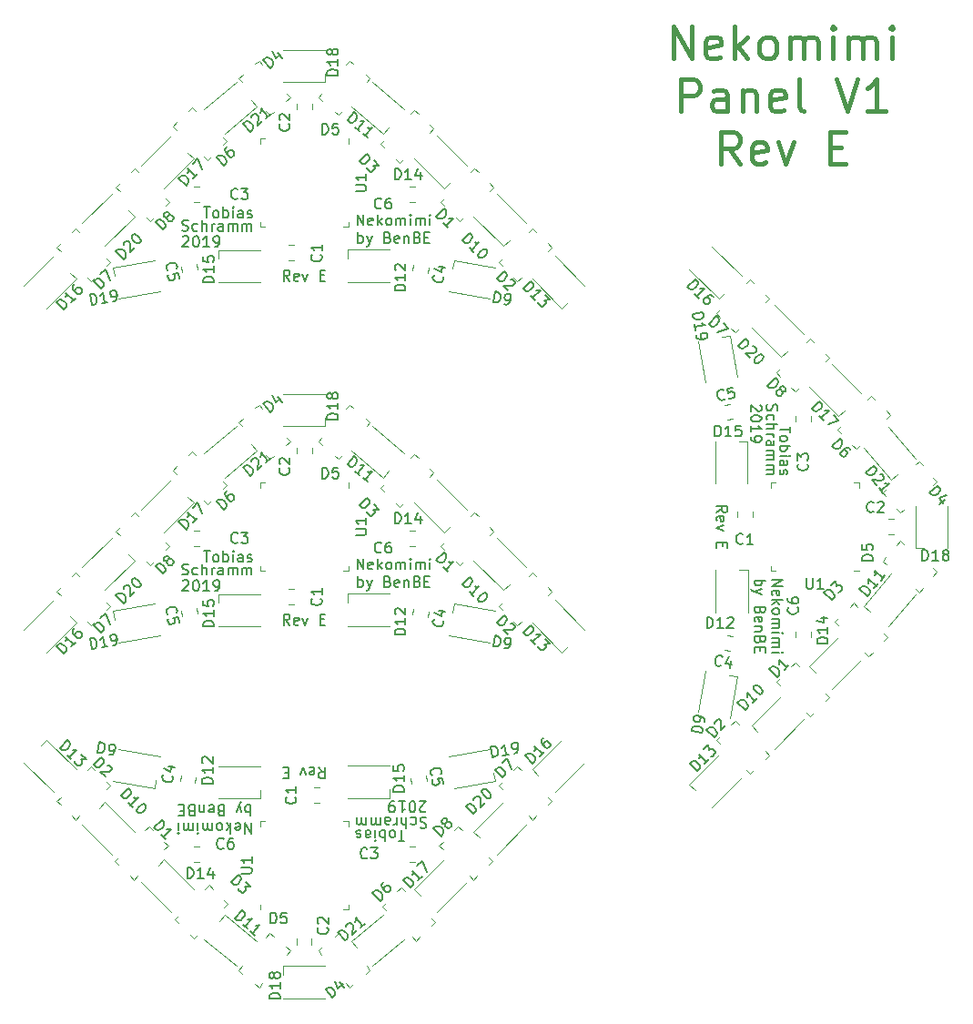
<source format=gto>
G04 #@! TF.GenerationSoftware,KiCad,Pcbnew,5.1.2*
G04 #@! TF.CreationDate,2019-06-04T19:46:48+02:00*
G04 #@! TF.ProjectId,ohren,6f687265-6e2e-46b6-9963-61645f706362,rev?*
G04 #@! TF.SameCoordinates,Original*
G04 #@! TF.FileFunction,Legend,Top*
G04 #@! TF.FilePolarity,Positive*
%FSLAX46Y46*%
G04 Gerber Fmt 4.6, Leading zero omitted, Abs format (unit mm)*
G04 Created by KiCad (PCBNEW 5.1.2) date 2019-06-04 19:46:48*
%MOMM*%
%LPD*%
G04 APERTURE LIST*
%ADD10C,0.150000*%
%ADD11C,0.400000*%
%ADD12C,0.120000*%
G04 APERTURE END LIST*
D10*
X178042619Y-154939047D02*
X179042619Y-154939047D01*
X178042619Y-155510476D01*
X179042619Y-155510476D01*
X178090238Y-156367619D02*
X178042619Y-156272380D01*
X178042619Y-156081904D01*
X178090238Y-155986666D01*
X178185476Y-155939047D01*
X178566428Y-155939047D01*
X178661666Y-155986666D01*
X178709285Y-156081904D01*
X178709285Y-156272380D01*
X178661666Y-156367619D01*
X178566428Y-156415238D01*
X178471190Y-156415238D01*
X178375952Y-155939047D01*
X178042619Y-156843809D02*
X179042619Y-156843809D01*
X178423571Y-156939047D02*
X178042619Y-157224761D01*
X178709285Y-157224761D02*
X178328333Y-156843809D01*
X178042619Y-157796190D02*
X178090238Y-157700952D01*
X178137857Y-157653333D01*
X178233095Y-157605714D01*
X178518809Y-157605714D01*
X178614047Y-157653333D01*
X178661666Y-157700952D01*
X178709285Y-157796190D01*
X178709285Y-157939047D01*
X178661666Y-158034285D01*
X178614047Y-158081904D01*
X178518809Y-158129523D01*
X178233095Y-158129523D01*
X178137857Y-158081904D01*
X178090238Y-158034285D01*
X178042619Y-157939047D01*
X178042619Y-157796190D01*
X178042619Y-158558095D02*
X178709285Y-158558095D01*
X178614047Y-158558095D02*
X178661666Y-158605714D01*
X178709285Y-158700952D01*
X178709285Y-158843809D01*
X178661666Y-158939047D01*
X178566428Y-158986666D01*
X178042619Y-158986666D01*
X178566428Y-158986666D02*
X178661666Y-159034285D01*
X178709285Y-159129523D01*
X178709285Y-159272380D01*
X178661666Y-159367619D01*
X178566428Y-159415238D01*
X178042619Y-159415238D01*
X178042619Y-159891428D02*
X178709285Y-159891428D01*
X179042619Y-159891428D02*
X178995000Y-159843809D01*
X178947380Y-159891428D01*
X178995000Y-159939047D01*
X179042619Y-159891428D01*
X178947380Y-159891428D01*
X178042619Y-160367619D02*
X178709285Y-160367619D01*
X178614047Y-160367619D02*
X178661666Y-160415238D01*
X178709285Y-160510476D01*
X178709285Y-160653333D01*
X178661666Y-160748571D01*
X178566428Y-160796190D01*
X178042619Y-160796190D01*
X178566428Y-160796190D02*
X178661666Y-160843809D01*
X178709285Y-160939047D01*
X178709285Y-161081904D01*
X178661666Y-161177142D01*
X178566428Y-161224761D01*
X178042619Y-161224761D01*
X178042619Y-161700952D02*
X178709285Y-161700952D01*
X179042619Y-161700952D02*
X178995000Y-161653333D01*
X178947380Y-161700952D01*
X178995000Y-161748571D01*
X179042619Y-161700952D01*
X178947380Y-161700952D01*
X176392619Y-155010476D02*
X177392619Y-155010476D01*
X177011666Y-155010476D02*
X177059285Y-155105714D01*
X177059285Y-155296190D01*
X177011666Y-155391428D01*
X176964047Y-155439047D01*
X176868809Y-155486666D01*
X176583095Y-155486666D01*
X176487857Y-155439047D01*
X176440238Y-155391428D01*
X176392619Y-155296190D01*
X176392619Y-155105714D01*
X176440238Y-155010476D01*
X177059285Y-155820000D02*
X176392619Y-156058095D01*
X177059285Y-156296190D02*
X176392619Y-156058095D01*
X176154523Y-155962857D01*
X176106904Y-155915238D01*
X176059285Y-155820000D01*
X176916428Y-157772380D02*
X176868809Y-157915238D01*
X176821190Y-157962857D01*
X176725952Y-158010476D01*
X176583095Y-158010476D01*
X176487857Y-157962857D01*
X176440238Y-157915238D01*
X176392619Y-157820000D01*
X176392619Y-157439047D01*
X177392619Y-157439047D01*
X177392619Y-157772380D01*
X177345000Y-157867619D01*
X177297380Y-157915238D01*
X177202142Y-157962857D01*
X177106904Y-157962857D01*
X177011666Y-157915238D01*
X176964047Y-157867619D01*
X176916428Y-157772380D01*
X176916428Y-157439047D01*
X176440238Y-158820000D02*
X176392619Y-158724761D01*
X176392619Y-158534285D01*
X176440238Y-158439047D01*
X176535476Y-158391428D01*
X176916428Y-158391428D01*
X177011666Y-158439047D01*
X177059285Y-158534285D01*
X177059285Y-158724761D01*
X177011666Y-158820000D01*
X176916428Y-158867619D01*
X176821190Y-158867619D01*
X176725952Y-158391428D01*
X177059285Y-159296190D02*
X176392619Y-159296190D01*
X176964047Y-159296190D02*
X177011666Y-159343809D01*
X177059285Y-159439047D01*
X177059285Y-159581904D01*
X177011666Y-159677142D01*
X176916428Y-159724761D01*
X176392619Y-159724761D01*
X176916428Y-160534285D02*
X176868809Y-160677142D01*
X176821190Y-160724761D01*
X176725952Y-160772380D01*
X176583095Y-160772380D01*
X176487857Y-160724761D01*
X176440238Y-160677142D01*
X176392619Y-160581904D01*
X176392619Y-160200952D01*
X177392619Y-160200952D01*
X177392619Y-160534285D01*
X177345000Y-160629523D01*
X177297380Y-160677142D01*
X177202142Y-160724761D01*
X177106904Y-160724761D01*
X177011666Y-160677142D01*
X176964047Y-160629523D01*
X176916428Y-160534285D01*
X176916428Y-160200952D01*
X176916428Y-161200952D02*
X176916428Y-161534285D01*
X176392619Y-161677142D02*
X176392619Y-161200952D01*
X177392619Y-161200952D01*
X177392619Y-161677142D01*
X179737619Y-140675833D02*
X179737619Y-141247261D01*
X178737619Y-140961547D02*
X179737619Y-140961547D01*
X178737619Y-141723452D02*
X178785238Y-141628214D01*
X178832857Y-141580595D01*
X178928095Y-141532976D01*
X179213809Y-141532976D01*
X179309047Y-141580595D01*
X179356666Y-141628214D01*
X179404285Y-141723452D01*
X179404285Y-141866309D01*
X179356666Y-141961547D01*
X179309047Y-142009166D01*
X179213809Y-142056785D01*
X178928095Y-142056785D01*
X178832857Y-142009166D01*
X178785238Y-141961547D01*
X178737619Y-141866309D01*
X178737619Y-141723452D01*
X178737619Y-142485357D02*
X179737619Y-142485357D01*
X179356666Y-142485357D02*
X179404285Y-142580595D01*
X179404285Y-142771071D01*
X179356666Y-142866309D01*
X179309047Y-142913928D01*
X179213809Y-142961547D01*
X178928095Y-142961547D01*
X178832857Y-142913928D01*
X178785238Y-142866309D01*
X178737619Y-142771071D01*
X178737619Y-142580595D01*
X178785238Y-142485357D01*
X178737619Y-143390119D02*
X179404285Y-143390119D01*
X179737619Y-143390119D02*
X179690000Y-143342500D01*
X179642380Y-143390119D01*
X179690000Y-143437738D01*
X179737619Y-143390119D01*
X179642380Y-143390119D01*
X178737619Y-144294880D02*
X179261428Y-144294880D01*
X179356666Y-144247261D01*
X179404285Y-144152023D01*
X179404285Y-143961547D01*
X179356666Y-143866309D01*
X178785238Y-144294880D02*
X178737619Y-144199642D01*
X178737619Y-143961547D01*
X178785238Y-143866309D01*
X178880476Y-143818690D01*
X178975714Y-143818690D01*
X179070952Y-143866309D01*
X179118571Y-143961547D01*
X179118571Y-144199642D01*
X179166190Y-144294880D01*
X178785238Y-144723452D02*
X178737619Y-144818690D01*
X178737619Y-145009166D01*
X178785238Y-145104404D01*
X178880476Y-145152023D01*
X178928095Y-145152023D01*
X179023333Y-145104404D01*
X179070952Y-145009166D01*
X179070952Y-144866309D01*
X179118571Y-144771071D01*
X179213809Y-144723452D01*
X179261428Y-144723452D01*
X179356666Y-144771071D01*
X179404285Y-144866309D01*
X179404285Y-145009166D01*
X179356666Y-145104404D01*
X172867619Y-148666666D02*
X173343809Y-148333333D01*
X172867619Y-148095238D02*
X173867619Y-148095238D01*
X173867619Y-148476190D01*
X173820000Y-148571428D01*
X173772380Y-148619047D01*
X173677142Y-148666666D01*
X173534285Y-148666666D01*
X173439047Y-148619047D01*
X173391428Y-148571428D01*
X173343809Y-148476190D01*
X173343809Y-148095238D01*
X172915238Y-149476190D02*
X172867619Y-149380952D01*
X172867619Y-149190476D01*
X172915238Y-149095238D01*
X173010476Y-149047619D01*
X173391428Y-149047619D01*
X173486666Y-149095238D01*
X173534285Y-149190476D01*
X173534285Y-149380952D01*
X173486666Y-149476190D01*
X173391428Y-149523809D01*
X173296190Y-149523809D01*
X173200952Y-149047619D01*
X173534285Y-149857142D02*
X172867619Y-150095238D01*
X173534285Y-150333333D01*
X173391428Y-151476190D02*
X173391428Y-151809523D01*
X172867619Y-151952380D02*
X172867619Y-151476190D01*
X173867619Y-151476190D01*
X173867619Y-151952380D01*
X176942380Y-138695714D02*
X176990000Y-138743333D01*
X177037619Y-138838571D01*
X177037619Y-139076666D01*
X176990000Y-139171904D01*
X176942380Y-139219523D01*
X176847142Y-139267142D01*
X176751904Y-139267142D01*
X176609047Y-139219523D01*
X176037619Y-138648095D01*
X176037619Y-139267142D01*
X177037619Y-139886190D02*
X177037619Y-139981428D01*
X176990000Y-140076666D01*
X176942380Y-140124285D01*
X176847142Y-140171904D01*
X176656666Y-140219523D01*
X176418571Y-140219523D01*
X176228095Y-140171904D01*
X176132857Y-140124285D01*
X176085238Y-140076666D01*
X176037619Y-139981428D01*
X176037619Y-139886190D01*
X176085238Y-139790952D01*
X176132857Y-139743333D01*
X176228095Y-139695714D01*
X176418571Y-139648095D01*
X176656666Y-139648095D01*
X176847142Y-139695714D01*
X176942380Y-139743333D01*
X176990000Y-139790952D01*
X177037619Y-139886190D01*
X176037619Y-141171904D02*
X176037619Y-140600476D01*
X176037619Y-140886190D02*
X177037619Y-140886190D01*
X176894761Y-140790952D01*
X176799523Y-140695714D01*
X176751904Y-140600476D01*
X176037619Y-141648095D02*
X176037619Y-141838571D01*
X176085238Y-141933809D01*
X176132857Y-141981428D01*
X176275714Y-142076666D01*
X176466190Y-142124285D01*
X176847142Y-142124285D01*
X176942380Y-142076666D01*
X176990000Y-142029047D01*
X177037619Y-141933809D01*
X177037619Y-141743333D01*
X176990000Y-141648095D01*
X176942380Y-141600476D01*
X176847142Y-141552857D01*
X176609047Y-141552857D01*
X176513809Y-141600476D01*
X176466190Y-141648095D01*
X176418571Y-141743333D01*
X176418571Y-141933809D01*
X176466190Y-142029047D01*
X176513809Y-142076666D01*
X176609047Y-142124285D01*
X177575238Y-138638214D02*
X177527619Y-138781071D01*
X177527619Y-139019166D01*
X177575238Y-139114404D01*
X177622857Y-139162023D01*
X177718095Y-139209642D01*
X177813333Y-139209642D01*
X177908571Y-139162023D01*
X177956190Y-139114404D01*
X178003809Y-139019166D01*
X178051428Y-138828690D01*
X178099047Y-138733452D01*
X178146666Y-138685833D01*
X178241904Y-138638214D01*
X178337142Y-138638214D01*
X178432380Y-138685833D01*
X178480000Y-138733452D01*
X178527619Y-138828690D01*
X178527619Y-139066785D01*
X178480000Y-139209642D01*
X177575238Y-140066785D02*
X177527619Y-139971547D01*
X177527619Y-139781071D01*
X177575238Y-139685833D01*
X177622857Y-139638214D01*
X177718095Y-139590595D01*
X178003809Y-139590595D01*
X178099047Y-139638214D01*
X178146666Y-139685833D01*
X178194285Y-139781071D01*
X178194285Y-139971547D01*
X178146666Y-140066785D01*
X177527619Y-140495357D02*
X178527619Y-140495357D01*
X177527619Y-140923928D02*
X178051428Y-140923928D01*
X178146666Y-140876309D01*
X178194285Y-140781071D01*
X178194285Y-140638214D01*
X178146666Y-140542976D01*
X178099047Y-140495357D01*
X177527619Y-141400119D02*
X178194285Y-141400119D01*
X178003809Y-141400119D02*
X178099047Y-141447738D01*
X178146666Y-141495357D01*
X178194285Y-141590595D01*
X178194285Y-141685833D01*
X177527619Y-142447738D02*
X178051428Y-142447738D01*
X178146666Y-142400119D01*
X178194285Y-142304880D01*
X178194285Y-142114404D01*
X178146666Y-142019166D01*
X177575238Y-142447738D02*
X177527619Y-142352500D01*
X177527619Y-142114404D01*
X177575238Y-142019166D01*
X177670476Y-141971547D01*
X177765714Y-141971547D01*
X177860952Y-142019166D01*
X177908571Y-142114404D01*
X177908571Y-142352500D01*
X177956190Y-142447738D01*
X177527619Y-142923928D02*
X178194285Y-142923928D01*
X178099047Y-142923928D02*
X178146666Y-142971547D01*
X178194285Y-143066785D01*
X178194285Y-143209642D01*
X178146666Y-143304880D01*
X178051428Y-143352500D01*
X177527619Y-143352500D01*
X178051428Y-143352500D02*
X178146666Y-143400119D01*
X178194285Y-143495357D01*
X178194285Y-143638214D01*
X178146666Y-143733452D01*
X178051428Y-143781071D01*
X177527619Y-143781071D01*
X177527619Y-144257261D02*
X178194285Y-144257261D01*
X178099047Y-144257261D02*
X178146666Y-144304880D01*
X178194285Y-144400119D01*
X178194285Y-144542976D01*
X178146666Y-144638214D01*
X178051428Y-144685833D01*
X177527619Y-144685833D01*
X178051428Y-144685833D02*
X178146666Y-144733452D01*
X178194285Y-144828690D01*
X178194285Y-144971547D01*
X178146666Y-145066785D01*
X178051428Y-145114404D01*
X177527619Y-145114404D01*
X129560952Y-177542619D02*
X129560952Y-178542619D01*
X128989523Y-177542619D01*
X128989523Y-178542619D01*
X128132380Y-177590238D02*
X128227619Y-177542619D01*
X128418095Y-177542619D01*
X128513333Y-177590238D01*
X128560952Y-177685476D01*
X128560952Y-178066428D01*
X128513333Y-178161666D01*
X128418095Y-178209285D01*
X128227619Y-178209285D01*
X128132380Y-178161666D01*
X128084761Y-178066428D01*
X128084761Y-177971190D01*
X128560952Y-177875952D01*
X127656190Y-177542619D02*
X127656190Y-178542619D01*
X127560952Y-177923571D02*
X127275238Y-177542619D01*
X127275238Y-178209285D02*
X127656190Y-177828333D01*
X126703809Y-177542619D02*
X126799047Y-177590238D01*
X126846666Y-177637857D01*
X126894285Y-177733095D01*
X126894285Y-178018809D01*
X126846666Y-178114047D01*
X126799047Y-178161666D01*
X126703809Y-178209285D01*
X126560952Y-178209285D01*
X126465714Y-178161666D01*
X126418095Y-178114047D01*
X126370476Y-178018809D01*
X126370476Y-177733095D01*
X126418095Y-177637857D01*
X126465714Y-177590238D01*
X126560952Y-177542619D01*
X126703809Y-177542619D01*
X125941904Y-177542619D02*
X125941904Y-178209285D01*
X125941904Y-178114047D02*
X125894285Y-178161666D01*
X125799047Y-178209285D01*
X125656190Y-178209285D01*
X125560952Y-178161666D01*
X125513333Y-178066428D01*
X125513333Y-177542619D01*
X125513333Y-178066428D02*
X125465714Y-178161666D01*
X125370476Y-178209285D01*
X125227619Y-178209285D01*
X125132380Y-178161666D01*
X125084761Y-178066428D01*
X125084761Y-177542619D01*
X124608571Y-177542619D02*
X124608571Y-178209285D01*
X124608571Y-178542619D02*
X124656190Y-178495000D01*
X124608571Y-178447380D01*
X124560952Y-178495000D01*
X124608571Y-178542619D01*
X124608571Y-178447380D01*
X124132380Y-177542619D02*
X124132380Y-178209285D01*
X124132380Y-178114047D02*
X124084761Y-178161666D01*
X123989523Y-178209285D01*
X123846666Y-178209285D01*
X123751428Y-178161666D01*
X123703809Y-178066428D01*
X123703809Y-177542619D01*
X123703809Y-178066428D02*
X123656190Y-178161666D01*
X123560952Y-178209285D01*
X123418095Y-178209285D01*
X123322857Y-178161666D01*
X123275238Y-178066428D01*
X123275238Y-177542619D01*
X122799047Y-177542619D02*
X122799047Y-178209285D01*
X122799047Y-178542619D02*
X122846666Y-178495000D01*
X122799047Y-178447380D01*
X122751428Y-178495000D01*
X122799047Y-178542619D01*
X122799047Y-178447380D01*
X129489523Y-175892619D02*
X129489523Y-176892619D01*
X129489523Y-176511666D02*
X129394285Y-176559285D01*
X129203809Y-176559285D01*
X129108571Y-176511666D01*
X129060952Y-176464047D01*
X129013333Y-176368809D01*
X129013333Y-176083095D01*
X129060952Y-175987857D01*
X129108571Y-175940238D01*
X129203809Y-175892619D01*
X129394285Y-175892619D01*
X129489523Y-175940238D01*
X128680000Y-176559285D02*
X128441904Y-175892619D01*
X128203809Y-176559285D02*
X128441904Y-175892619D01*
X128537142Y-175654523D01*
X128584761Y-175606904D01*
X128680000Y-175559285D01*
X126727619Y-176416428D02*
X126584761Y-176368809D01*
X126537142Y-176321190D01*
X126489523Y-176225952D01*
X126489523Y-176083095D01*
X126537142Y-175987857D01*
X126584761Y-175940238D01*
X126680000Y-175892619D01*
X127060952Y-175892619D01*
X127060952Y-176892619D01*
X126727619Y-176892619D01*
X126632380Y-176845000D01*
X126584761Y-176797380D01*
X126537142Y-176702142D01*
X126537142Y-176606904D01*
X126584761Y-176511666D01*
X126632380Y-176464047D01*
X126727619Y-176416428D01*
X127060952Y-176416428D01*
X125680000Y-175940238D02*
X125775238Y-175892619D01*
X125965714Y-175892619D01*
X126060952Y-175940238D01*
X126108571Y-176035476D01*
X126108571Y-176416428D01*
X126060952Y-176511666D01*
X125965714Y-176559285D01*
X125775238Y-176559285D01*
X125680000Y-176511666D01*
X125632380Y-176416428D01*
X125632380Y-176321190D01*
X126108571Y-176225952D01*
X125203809Y-176559285D02*
X125203809Y-175892619D01*
X125203809Y-176464047D02*
X125156190Y-176511666D01*
X125060952Y-176559285D01*
X124918095Y-176559285D01*
X124822857Y-176511666D01*
X124775238Y-176416428D01*
X124775238Y-175892619D01*
X123965714Y-176416428D02*
X123822857Y-176368809D01*
X123775238Y-176321190D01*
X123727619Y-176225952D01*
X123727619Y-176083095D01*
X123775238Y-175987857D01*
X123822857Y-175940238D01*
X123918095Y-175892619D01*
X124299047Y-175892619D01*
X124299047Y-176892619D01*
X123965714Y-176892619D01*
X123870476Y-176845000D01*
X123822857Y-176797380D01*
X123775238Y-176702142D01*
X123775238Y-176606904D01*
X123822857Y-176511666D01*
X123870476Y-176464047D01*
X123965714Y-176416428D01*
X124299047Y-176416428D01*
X123299047Y-176416428D02*
X122965714Y-176416428D01*
X122822857Y-175892619D02*
X123299047Y-175892619D01*
X123299047Y-176892619D01*
X122822857Y-176892619D01*
X143824166Y-179237619D02*
X143252738Y-179237619D01*
X143538452Y-178237619D02*
X143538452Y-179237619D01*
X142776547Y-178237619D02*
X142871785Y-178285238D01*
X142919404Y-178332857D01*
X142967023Y-178428095D01*
X142967023Y-178713809D01*
X142919404Y-178809047D01*
X142871785Y-178856666D01*
X142776547Y-178904285D01*
X142633690Y-178904285D01*
X142538452Y-178856666D01*
X142490833Y-178809047D01*
X142443214Y-178713809D01*
X142443214Y-178428095D01*
X142490833Y-178332857D01*
X142538452Y-178285238D01*
X142633690Y-178237619D01*
X142776547Y-178237619D01*
X142014642Y-178237619D02*
X142014642Y-179237619D01*
X142014642Y-178856666D02*
X141919404Y-178904285D01*
X141728928Y-178904285D01*
X141633690Y-178856666D01*
X141586071Y-178809047D01*
X141538452Y-178713809D01*
X141538452Y-178428095D01*
X141586071Y-178332857D01*
X141633690Y-178285238D01*
X141728928Y-178237619D01*
X141919404Y-178237619D01*
X142014642Y-178285238D01*
X141109880Y-178237619D02*
X141109880Y-178904285D01*
X141109880Y-179237619D02*
X141157500Y-179190000D01*
X141109880Y-179142380D01*
X141062261Y-179190000D01*
X141109880Y-179237619D01*
X141109880Y-179142380D01*
X140205119Y-178237619D02*
X140205119Y-178761428D01*
X140252738Y-178856666D01*
X140347976Y-178904285D01*
X140538452Y-178904285D01*
X140633690Y-178856666D01*
X140205119Y-178285238D02*
X140300357Y-178237619D01*
X140538452Y-178237619D01*
X140633690Y-178285238D01*
X140681309Y-178380476D01*
X140681309Y-178475714D01*
X140633690Y-178570952D01*
X140538452Y-178618571D01*
X140300357Y-178618571D01*
X140205119Y-178666190D01*
X139776547Y-178285238D02*
X139681309Y-178237619D01*
X139490833Y-178237619D01*
X139395595Y-178285238D01*
X139347976Y-178380476D01*
X139347976Y-178428095D01*
X139395595Y-178523333D01*
X139490833Y-178570952D01*
X139633690Y-178570952D01*
X139728928Y-178618571D01*
X139776547Y-178713809D01*
X139776547Y-178761428D01*
X139728928Y-178856666D01*
X139633690Y-178904285D01*
X139490833Y-178904285D01*
X139395595Y-178856666D01*
X135833333Y-172367619D02*
X136166666Y-172843809D01*
X136404761Y-172367619D02*
X136404761Y-173367619D01*
X136023809Y-173367619D01*
X135928571Y-173320000D01*
X135880952Y-173272380D01*
X135833333Y-173177142D01*
X135833333Y-173034285D01*
X135880952Y-172939047D01*
X135928571Y-172891428D01*
X136023809Y-172843809D01*
X136404761Y-172843809D01*
X135023809Y-172415238D02*
X135119047Y-172367619D01*
X135309523Y-172367619D01*
X135404761Y-172415238D01*
X135452380Y-172510476D01*
X135452380Y-172891428D01*
X135404761Y-172986666D01*
X135309523Y-173034285D01*
X135119047Y-173034285D01*
X135023809Y-172986666D01*
X134976190Y-172891428D01*
X134976190Y-172796190D01*
X135452380Y-172700952D01*
X134642857Y-173034285D02*
X134404761Y-172367619D01*
X134166666Y-173034285D01*
X133023809Y-172891428D02*
X132690476Y-172891428D01*
X132547619Y-172367619D02*
X133023809Y-172367619D01*
X133023809Y-173367619D01*
X132547619Y-173367619D01*
X145804285Y-176442380D02*
X145756666Y-176490000D01*
X145661428Y-176537619D01*
X145423333Y-176537619D01*
X145328095Y-176490000D01*
X145280476Y-176442380D01*
X145232857Y-176347142D01*
X145232857Y-176251904D01*
X145280476Y-176109047D01*
X145851904Y-175537619D01*
X145232857Y-175537619D01*
X144613809Y-176537619D02*
X144518571Y-176537619D01*
X144423333Y-176490000D01*
X144375714Y-176442380D01*
X144328095Y-176347142D01*
X144280476Y-176156666D01*
X144280476Y-175918571D01*
X144328095Y-175728095D01*
X144375714Y-175632857D01*
X144423333Y-175585238D01*
X144518571Y-175537619D01*
X144613809Y-175537619D01*
X144709047Y-175585238D01*
X144756666Y-175632857D01*
X144804285Y-175728095D01*
X144851904Y-175918571D01*
X144851904Y-176156666D01*
X144804285Y-176347142D01*
X144756666Y-176442380D01*
X144709047Y-176490000D01*
X144613809Y-176537619D01*
X143328095Y-175537619D02*
X143899523Y-175537619D01*
X143613809Y-175537619D02*
X143613809Y-176537619D01*
X143709047Y-176394761D01*
X143804285Y-176299523D01*
X143899523Y-176251904D01*
X142851904Y-175537619D02*
X142661428Y-175537619D01*
X142566190Y-175585238D01*
X142518571Y-175632857D01*
X142423333Y-175775714D01*
X142375714Y-175966190D01*
X142375714Y-176347142D01*
X142423333Y-176442380D01*
X142470952Y-176490000D01*
X142566190Y-176537619D01*
X142756666Y-176537619D01*
X142851904Y-176490000D01*
X142899523Y-176442380D01*
X142947142Y-176347142D01*
X142947142Y-176109047D01*
X142899523Y-176013809D01*
X142851904Y-175966190D01*
X142756666Y-175918571D01*
X142566190Y-175918571D01*
X142470952Y-175966190D01*
X142423333Y-176013809D01*
X142375714Y-176109047D01*
X145861785Y-177075238D02*
X145718928Y-177027619D01*
X145480833Y-177027619D01*
X145385595Y-177075238D01*
X145337976Y-177122857D01*
X145290357Y-177218095D01*
X145290357Y-177313333D01*
X145337976Y-177408571D01*
X145385595Y-177456190D01*
X145480833Y-177503809D01*
X145671309Y-177551428D01*
X145766547Y-177599047D01*
X145814166Y-177646666D01*
X145861785Y-177741904D01*
X145861785Y-177837142D01*
X145814166Y-177932380D01*
X145766547Y-177980000D01*
X145671309Y-178027619D01*
X145433214Y-178027619D01*
X145290357Y-177980000D01*
X144433214Y-177075238D02*
X144528452Y-177027619D01*
X144718928Y-177027619D01*
X144814166Y-177075238D01*
X144861785Y-177122857D01*
X144909404Y-177218095D01*
X144909404Y-177503809D01*
X144861785Y-177599047D01*
X144814166Y-177646666D01*
X144718928Y-177694285D01*
X144528452Y-177694285D01*
X144433214Y-177646666D01*
X144004642Y-177027619D02*
X144004642Y-178027619D01*
X143576071Y-177027619D02*
X143576071Y-177551428D01*
X143623690Y-177646666D01*
X143718928Y-177694285D01*
X143861785Y-177694285D01*
X143957023Y-177646666D01*
X144004642Y-177599047D01*
X143099880Y-177027619D02*
X143099880Y-177694285D01*
X143099880Y-177503809D02*
X143052261Y-177599047D01*
X143004642Y-177646666D01*
X142909404Y-177694285D01*
X142814166Y-177694285D01*
X142052261Y-177027619D02*
X142052261Y-177551428D01*
X142099880Y-177646666D01*
X142195119Y-177694285D01*
X142385595Y-177694285D01*
X142480833Y-177646666D01*
X142052261Y-177075238D02*
X142147500Y-177027619D01*
X142385595Y-177027619D01*
X142480833Y-177075238D01*
X142528452Y-177170476D01*
X142528452Y-177265714D01*
X142480833Y-177360952D01*
X142385595Y-177408571D01*
X142147500Y-177408571D01*
X142052261Y-177456190D01*
X141576071Y-177027619D02*
X141576071Y-177694285D01*
X141576071Y-177599047D02*
X141528452Y-177646666D01*
X141433214Y-177694285D01*
X141290357Y-177694285D01*
X141195119Y-177646666D01*
X141147500Y-177551428D01*
X141147500Y-177027619D01*
X141147500Y-177551428D02*
X141099880Y-177646666D01*
X141004642Y-177694285D01*
X140861785Y-177694285D01*
X140766547Y-177646666D01*
X140718928Y-177551428D01*
X140718928Y-177027619D01*
X140242738Y-177027619D02*
X140242738Y-177694285D01*
X140242738Y-177599047D02*
X140195119Y-177646666D01*
X140099880Y-177694285D01*
X139957023Y-177694285D01*
X139861785Y-177646666D01*
X139814166Y-177551428D01*
X139814166Y-177027619D01*
X139814166Y-177551428D02*
X139766547Y-177646666D01*
X139671309Y-177694285D01*
X139528452Y-177694285D01*
X139433214Y-177646666D01*
X139385595Y-177551428D01*
X139385595Y-177027619D01*
X139439047Y-121957380D02*
X139439047Y-120957380D01*
X140010476Y-121957380D01*
X140010476Y-120957380D01*
X140867619Y-121909761D02*
X140772380Y-121957380D01*
X140581904Y-121957380D01*
X140486666Y-121909761D01*
X140439047Y-121814523D01*
X140439047Y-121433571D01*
X140486666Y-121338333D01*
X140581904Y-121290714D01*
X140772380Y-121290714D01*
X140867619Y-121338333D01*
X140915238Y-121433571D01*
X140915238Y-121528809D01*
X140439047Y-121624047D01*
X141343809Y-121957380D02*
X141343809Y-120957380D01*
X141439047Y-121576428D02*
X141724761Y-121957380D01*
X141724761Y-121290714D02*
X141343809Y-121671666D01*
X142296190Y-121957380D02*
X142200952Y-121909761D01*
X142153333Y-121862142D01*
X142105714Y-121766904D01*
X142105714Y-121481190D01*
X142153333Y-121385952D01*
X142200952Y-121338333D01*
X142296190Y-121290714D01*
X142439047Y-121290714D01*
X142534285Y-121338333D01*
X142581904Y-121385952D01*
X142629523Y-121481190D01*
X142629523Y-121766904D01*
X142581904Y-121862142D01*
X142534285Y-121909761D01*
X142439047Y-121957380D01*
X142296190Y-121957380D01*
X143058095Y-121957380D02*
X143058095Y-121290714D01*
X143058095Y-121385952D02*
X143105714Y-121338333D01*
X143200952Y-121290714D01*
X143343809Y-121290714D01*
X143439047Y-121338333D01*
X143486666Y-121433571D01*
X143486666Y-121957380D01*
X143486666Y-121433571D02*
X143534285Y-121338333D01*
X143629523Y-121290714D01*
X143772380Y-121290714D01*
X143867619Y-121338333D01*
X143915238Y-121433571D01*
X143915238Y-121957380D01*
X144391428Y-121957380D02*
X144391428Y-121290714D01*
X144391428Y-120957380D02*
X144343809Y-121005000D01*
X144391428Y-121052619D01*
X144439047Y-121005000D01*
X144391428Y-120957380D01*
X144391428Y-121052619D01*
X144867619Y-121957380D02*
X144867619Y-121290714D01*
X144867619Y-121385952D02*
X144915238Y-121338333D01*
X145010476Y-121290714D01*
X145153333Y-121290714D01*
X145248571Y-121338333D01*
X145296190Y-121433571D01*
X145296190Y-121957380D01*
X145296190Y-121433571D02*
X145343809Y-121338333D01*
X145439047Y-121290714D01*
X145581904Y-121290714D01*
X145677142Y-121338333D01*
X145724761Y-121433571D01*
X145724761Y-121957380D01*
X146200952Y-121957380D02*
X146200952Y-121290714D01*
X146200952Y-120957380D02*
X146153333Y-121005000D01*
X146200952Y-121052619D01*
X146248571Y-121005000D01*
X146200952Y-120957380D01*
X146200952Y-121052619D01*
X139510476Y-123607380D02*
X139510476Y-122607380D01*
X139510476Y-122988333D02*
X139605714Y-122940714D01*
X139796190Y-122940714D01*
X139891428Y-122988333D01*
X139939047Y-123035952D01*
X139986666Y-123131190D01*
X139986666Y-123416904D01*
X139939047Y-123512142D01*
X139891428Y-123559761D01*
X139796190Y-123607380D01*
X139605714Y-123607380D01*
X139510476Y-123559761D01*
X140320000Y-122940714D02*
X140558095Y-123607380D01*
X140796190Y-122940714D02*
X140558095Y-123607380D01*
X140462857Y-123845476D01*
X140415238Y-123893095D01*
X140320000Y-123940714D01*
X142272380Y-123083571D02*
X142415238Y-123131190D01*
X142462857Y-123178809D01*
X142510476Y-123274047D01*
X142510476Y-123416904D01*
X142462857Y-123512142D01*
X142415238Y-123559761D01*
X142320000Y-123607380D01*
X141939047Y-123607380D01*
X141939047Y-122607380D01*
X142272380Y-122607380D01*
X142367619Y-122655000D01*
X142415238Y-122702619D01*
X142462857Y-122797857D01*
X142462857Y-122893095D01*
X142415238Y-122988333D01*
X142367619Y-123035952D01*
X142272380Y-123083571D01*
X141939047Y-123083571D01*
X143320000Y-123559761D02*
X143224761Y-123607380D01*
X143034285Y-123607380D01*
X142939047Y-123559761D01*
X142891428Y-123464523D01*
X142891428Y-123083571D01*
X142939047Y-122988333D01*
X143034285Y-122940714D01*
X143224761Y-122940714D01*
X143320000Y-122988333D01*
X143367619Y-123083571D01*
X143367619Y-123178809D01*
X142891428Y-123274047D01*
X143796190Y-122940714D02*
X143796190Y-123607380D01*
X143796190Y-123035952D02*
X143843809Y-122988333D01*
X143939047Y-122940714D01*
X144081904Y-122940714D01*
X144177142Y-122988333D01*
X144224761Y-123083571D01*
X144224761Y-123607380D01*
X145034285Y-123083571D02*
X145177142Y-123131190D01*
X145224761Y-123178809D01*
X145272380Y-123274047D01*
X145272380Y-123416904D01*
X145224761Y-123512142D01*
X145177142Y-123559761D01*
X145081904Y-123607380D01*
X144700952Y-123607380D01*
X144700952Y-122607380D01*
X145034285Y-122607380D01*
X145129523Y-122655000D01*
X145177142Y-122702619D01*
X145224761Y-122797857D01*
X145224761Y-122893095D01*
X145177142Y-122988333D01*
X145129523Y-123035952D01*
X145034285Y-123083571D01*
X144700952Y-123083571D01*
X145700952Y-123083571D02*
X146034285Y-123083571D01*
X146177142Y-123607380D02*
X145700952Y-123607380D01*
X145700952Y-122607380D01*
X146177142Y-122607380D01*
X125175833Y-120262380D02*
X125747261Y-120262380D01*
X125461547Y-121262380D02*
X125461547Y-120262380D01*
X126223452Y-121262380D02*
X126128214Y-121214761D01*
X126080595Y-121167142D01*
X126032976Y-121071904D01*
X126032976Y-120786190D01*
X126080595Y-120690952D01*
X126128214Y-120643333D01*
X126223452Y-120595714D01*
X126366309Y-120595714D01*
X126461547Y-120643333D01*
X126509166Y-120690952D01*
X126556785Y-120786190D01*
X126556785Y-121071904D01*
X126509166Y-121167142D01*
X126461547Y-121214761D01*
X126366309Y-121262380D01*
X126223452Y-121262380D01*
X126985357Y-121262380D02*
X126985357Y-120262380D01*
X126985357Y-120643333D02*
X127080595Y-120595714D01*
X127271071Y-120595714D01*
X127366309Y-120643333D01*
X127413928Y-120690952D01*
X127461547Y-120786190D01*
X127461547Y-121071904D01*
X127413928Y-121167142D01*
X127366309Y-121214761D01*
X127271071Y-121262380D01*
X127080595Y-121262380D01*
X126985357Y-121214761D01*
X127890119Y-121262380D02*
X127890119Y-120595714D01*
X127890119Y-120262380D02*
X127842500Y-120310000D01*
X127890119Y-120357619D01*
X127937738Y-120310000D01*
X127890119Y-120262380D01*
X127890119Y-120357619D01*
X128794880Y-121262380D02*
X128794880Y-120738571D01*
X128747261Y-120643333D01*
X128652023Y-120595714D01*
X128461547Y-120595714D01*
X128366309Y-120643333D01*
X128794880Y-121214761D02*
X128699642Y-121262380D01*
X128461547Y-121262380D01*
X128366309Y-121214761D01*
X128318690Y-121119523D01*
X128318690Y-121024285D01*
X128366309Y-120929047D01*
X128461547Y-120881428D01*
X128699642Y-120881428D01*
X128794880Y-120833809D01*
X129223452Y-121214761D02*
X129318690Y-121262380D01*
X129509166Y-121262380D01*
X129604404Y-121214761D01*
X129652023Y-121119523D01*
X129652023Y-121071904D01*
X129604404Y-120976666D01*
X129509166Y-120929047D01*
X129366309Y-120929047D01*
X129271071Y-120881428D01*
X129223452Y-120786190D01*
X129223452Y-120738571D01*
X129271071Y-120643333D01*
X129366309Y-120595714D01*
X129509166Y-120595714D01*
X129604404Y-120643333D01*
X133166666Y-127132380D02*
X132833333Y-126656190D01*
X132595238Y-127132380D02*
X132595238Y-126132380D01*
X132976190Y-126132380D01*
X133071428Y-126180000D01*
X133119047Y-126227619D01*
X133166666Y-126322857D01*
X133166666Y-126465714D01*
X133119047Y-126560952D01*
X133071428Y-126608571D01*
X132976190Y-126656190D01*
X132595238Y-126656190D01*
X133976190Y-127084761D02*
X133880952Y-127132380D01*
X133690476Y-127132380D01*
X133595238Y-127084761D01*
X133547619Y-126989523D01*
X133547619Y-126608571D01*
X133595238Y-126513333D01*
X133690476Y-126465714D01*
X133880952Y-126465714D01*
X133976190Y-126513333D01*
X134023809Y-126608571D01*
X134023809Y-126703809D01*
X133547619Y-126799047D01*
X134357142Y-126465714D02*
X134595238Y-127132380D01*
X134833333Y-126465714D01*
X135976190Y-126608571D02*
X136309523Y-126608571D01*
X136452380Y-127132380D02*
X135976190Y-127132380D01*
X135976190Y-126132380D01*
X136452380Y-126132380D01*
X123195714Y-123057619D02*
X123243333Y-123010000D01*
X123338571Y-122962380D01*
X123576666Y-122962380D01*
X123671904Y-123010000D01*
X123719523Y-123057619D01*
X123767142Y-123152857D01*
X123767142Y-123248095D01*
X123719523Y-123390952D01*
X123148095Y-123962380D01*
X123767142Y-123962380D01*
X124386190Y-122962380D02*
X124481428Y-122962380D01*
X124576666Y-123010000D01*
X124624285Y-123057619D01*
X124671904Y-123152857D01*
X124719523Y-123343333D01*
X124719523Y-123581428D01*
X124671904Y-123771904D01*
X124624285Y-123867142D01*
X124576666Y-123914761D01*
X124481428Y-123962380D01*
X124386190Y-123962380D01*
X124290952Y-123914761D01*
X124243333Y-123867142D01*
X124195714Y-123771904D01*
X124148095Y-123581428D01*
X124148095Y-123343333D01*
X124195714Y-123152857D01*
X124243333Y-123057619D01*
X124290952Y-123010000D01*
X124386190Y-122962380D01*
X125671904Y-123962380D02*
X125100476Y-123962380D01*
X125386190Y-123962380D02*
X125386190Y-122962380D01*
X125290952Y-123105238D01*
X125195714Y-123200476D01*
X125100476Y-123248095D01*
X126148095Y-123962380D02*
X126338571Y-123962380D01*
X126433809Y-123914761D01*
X126481428Y-123867142D01*
X126576666Y-123724285D01*
X126624285Y-123533809D01*
X126624285Y-123152857D01*
X126576666Y-123057619D01*
X126529047Y-123010000D01*
X126433809Y-122962380D01*
X126243333Y-122962380D01*
X126148095Y-123010000D01*
X126100476Y-123057619D01*
X126052857Y-123152857D01*
X126052857Y-123390952D01*
X126100476Y-123486190D01*
X126148095Y-123533809D01*
X126243333Y-123581428D01*
X126433809Y-123581428D01*
X126529047Y-123533809D01*
X126576666Y-123486190D01*
X126624285Y-123390952D01*
X123138214Y-122424761D02*
X123281071Y-122472380D01*
X123519166Y-122472380D01*
X123614404Y-122424761D01*
X123662023Y-122377142D01*
X123709642Y-122281904D01*
X123709642Y-122186666D01*
X123662023Y-122091428D01*
X123614404Y-122043809D01*
X123519166Y-121996190D01*
X123328690Y-121948571D01*
X123233452Y-121900952D01*
X123185833Y-121853333D01*
X123138214Y-121758095D01*
X123138214Y-121662857D01*
X123185833Y-121567619D01*
X123233452Y-121520000D01*
X123328690Y-121472380D01*
X123566785Y-121472380D01*
X123709642Y-121520000D01*
X124566785Y-122424761D02*
X124471547Y-122472380D01*
X124281071Y-122472380D01*
X124185833Y-122424761D01*
X124138214Y-122377142D01*
X124090595Y-122281904D01*
X124090595Y-121996190D01*
X124138214Y-121900952D01*
X124185833Y-121853333D01*
X124281071Y-121805714D01*
X124471547Y-121805714D01*
X124566785Y-121853333D01*
X124995357Y-122472380D02*
X124995357Y-121472380D01*
X125423928Y-122472380D02*
X125423928Y-121948571D01*
X125376309Y-121853333D01*
X125281071Y-121805714D01*
X125138214Y-121805714D01*
X125042976Y-121853333D01*
X124995357Y-121900952D01*
X125900119Y-122472380D02*
X125900119Y-121805714D01*
X125900119Y-121996190D02*
X125947738Y-121900952D01*
X125995357Y-121853333D01*
X126090595Y-121805714D01*
X126185833Y-121805714D01*
X126947738Y-122472380D02*
X126947738Y-121948571D01*
X126900119Y-121853333D01*
X126804880Y-121805714D01*
X126614404Y-121805714D01*
X126519166Y-121853333D01*
X126947738Y-122424761D02*
X126852500Y-122472380D01*
X126614404Y-122472380D01*
X126519166Y-122424761D01*
X126471547Y-122329523D01*
X126471547Y-122234285D01*
X126519166Y-122139047D01*
X126614404Y-122091428D01*
X126852500Y-122091428D01*
X126947738Y-122043809D01*
X127423928Y-122472380D02*
X127423928Y-121805714D01*
X127423928Y-121900952D02*
X127471547Y-121853333D01*
X127566785Y-121805714D01*
X127709642Y-121805714D01*
X127804880Y-121853333D01*
X127852500Y-121948571D01*
X127852500Y-122472380D01*
X127852500Y-121948571D02*
X127900119Y-121853333D01*
X127995357Y-121805714D01*
X128138214Y-121805714D01*
X128233452Y-121853333D01*
X128281071Y-121948571D01*
X128281071Y-122472380D01*
X128757261Y-122472380D02*
X128757261Y-121805714D01*
X128757261Y-121900952D02*
X128804880Y-121853333D01*
X128900119Y-121805714D01*
X129042976Y-121805714D01*
X129138214Y-121853333D01*
X129185833Y-121948571D01*
X129185833Y-122472380D01*
X129185833Y-121948571D02*
X129233452Y-121853333D01*
X129328690Y-121805714D01*
X129471547Y-121805714D01*
X129566785Y-121853333D01*
X129614404Y-121948571D01*
X129614404Y-122472380D01*
D11*
X168857142Y-106457142D02*
X168857142Y-103457142D01*
X170571428Y-106457142D01*
X170571428Y-103457142D01*
X173142857Y-106314285D02*
X172857142Y-106457142D01*
X172285714Y-106457142D01*
X172000000Y-106314285D01*
X171857142Y-106028571D01*
X171857142Y-104885714D01*
X172000000Y-104600000D01*
X172285714Y-104457142D01*
X172857142Y-104457142D01*
X173142857Y-104600000D01*
X173285714Y-104885714D01*
X173285714Y-105171428D01*
X171857142Y-105457142D01*
X174571428Y-106457142D02*
X174571428Y-103457142D01*
X174857142Y-105314285D02*
X175714285Y-106457142D01*
X175714285Y-104457142D02*
X174571428Y-105600000D01*
X177428571Y-106457142D02*
X177142857Y-106314285D01*
X177000000Y-106171428D01*
X176857142Y-105885714D01*
X176857142Y-105028571D01*
X177000000Y-104742857D01*
X177142857Y-104600000D01*
X177428571Y-104457142D01*
X177857142Y-104457142D01*
X178142857Y-104600000D01*
X178285714Y-104742857D01*
X178428571Y-105028571D01*
X178428571Y-105885714D01*
X178285714Y-106171428D01*
X178142857Y-106314285D01*
X177857142Y-106457142D01*
X177428571Y-106457142D01*
X179714285Y-106457142D02*
X179714285Y-104457142D01*
X179714285Y-104742857D02*
X179857142Y-104600000D01*
X180142857Y-104457142D01*
X180571428Y-104457142D01*
X180857142Y-104600000D01*
X181000000Y-104885714D01*
X181000000Y-106457142D01*
X181000000Y-104885714D02*
X181142857Y-104600000D01*
X181428571Y-104457142D01*
X181857142Y-104457142D01*
X182142857Y-104600000D01*
X182285714Y-104885714D01*
X182285714Y-106457142D01*
X183714285Y-106457142D02*
X183714285Y-104457142D01*
X183714285Y-103457142D02*
X183571428Y-103600000D01*
X183714285Y-103742857D01*
X183857142Y-103600000D01*
X183714285Y-103457142D01*
X183714285Y-103742857D01*
X185142857Y-106457142D02*
X185142857Y-104457142D01*
X185142857Y-104742857D02*
X185285714Y-104600000D01*
X185571428Y-104457142D01*
X186000000Y-104457142D01*
X186285714Y-104600000D01*
X186428571Y-104885714D01*
X186428571Y-106457142D01*
X186428571Y-104885714D02*
X186571428Y-104600000D01*
X186857142Y-104457142D01*
X187285714Y-104457142D01*
X187571428Y-104600000D01*
X187714285Y-104885714D01*
X187714285Y-106457142D01*
X189142857Y-106457142D02*
X189142857Y-104457142D01*
X189142857Y-103457142D02*
X189000000Y-103600000D01*
X189142857Y-103742857D01*
X189285714Y-103600000D01*
X189142857Y-103457142D01*
X189142857Y-103742857D01*
X169571428Y-111357142D02*
X169571428Y-108357142D01*
X170714285Y-108357142D01*
X171000000Y-108500000D01*
X171142857Y-108642857D01*
X171285714Y-108928571D01*
X171285714Y-109357142D01*
X171142857Y-109642857D01*
X171000000Y-109785714D01*
X170714285Y-109928571D01*
X169571428Y-109928571D01*
X173857142Y-111357142D02*
X173857142Y-109785714D01*
X173714285Y-109500000D01*
X173428571Y-109357142D01*
X172857142Y-109357142D01*
X172571428Y-109500000D01*
X173857142Y-111214285D02*
X173571428Y-111357142D01*
X172857142Y-111357142D01*
X172571428Y-111214285D01*
X172428571Y-110928571D01*
X172428571Y-110642857D01*
X172571428Y-110357142D01*
X172857142Y-110214285D01*
X173571428Y-110214285D01*
X173857142Y-110071428D01*
X175285714Y-109357142D02*
X175285714Y-111357142D01*
X175285714Y-109642857D02*
X175428571Y-109500000D01*
X175714285Y-109357142D01*
X176142857Y-109357142D01*
X176428571Y-109500000D01*
X176571428Y-109785714D01*
X176571428Y-111357142D01*
X179142857Y-111214285D02*
X178857142Y-111357142D01*
X178285714Y-111357142D01*
X178000000Y-111214285D01*
X177857142Y-110928571D01*
X177857142Y-109785714D01*
X178000000Y-109500000D01*
X178285714Y-109357142D01*
X178857142Y-109357142D01*
X179142857Y-109500000D01*
X179285714Y-109785714D01*
X179285714Y-110071428D01*
X177857142Y-110357142D01*
X181000000Y-111357142D02*
X180714285Y-111214285D01*
X180571428Y-110928571D01*
X180571428Y-108357142D01*
X184000000Y-108357142D02*
X185000000Y-111357142D01*
X186000000Y-108357142D01*
X188571428Y-111357142D02*
X186857142Y-111357142D01*
X187714285Y-111357142D02*
X187714285Y-108357142D01*
X187428571Y-108785714D01*
X187142857Y-109071428D01*
X186857142Y-109214285D01*
X175000000Y-116257142D02*
X174000000Y-114828571D01*
X173285714Y-116257142D02*
X173285714Y-113257142D01*
X174428571Y-113257142D01*
X174714285Y-113400000D01*
X174857142Y-113542857D01*
X175000000Y-113828571D01*
X175000000Y-114257142D01*
X174857142Y-114542857D01*
X174714285Y-114685714D01*
X174428571Y-114828571D01*
X173285714Y-114828571D01*
X177428571Y-116114285D02*
X177142857Y-116257142D01*
X176571428Y-116257142D01*
X176285714Y-116114285D01*
X176142857Y-115828571D01*
X176142857Y-114685714D01*
X176285714Y-114400000D01*
X176571428Y-114257142D01*
X177142857Y-114257142D01*
X177428571Y-114400000D01*
X177571428Y-114685714D01*
X177571428Y-114971428D01*
X176142857Y-115257142D01*
X178571428Y-114257142D02*
X179285714Y-116257142D01*
X180000000Y-114257142D01*
X183428571Y-114685714D02*
X184428571Y-114685714D01*
X184857142Y-116257142D02*
X183428571Y-116257142D01*
X183428571Y-113257142D01*
X184857142Y-113257142D01*
D10*
X139439047Y-153957380D02*
X139439047Y-152957380D01*
X140010476Y-153957380D01*
X140010476Y-152957380D01*
X140867619Y-153909761D02*
X140772380Y-153957380D01*
X140581904Y-153957380D01*
X140486666Y-153909761D01*
X140439047Y-153814523D01*
X140439047Y-153433571D01*
X140486666Y-153338333D01*
X140581904Y-153290714D01*
X140772380Y-153290714D01*
X140867619Y-153338333D01*
X140915238Y-153433571D01*
X140915238Y-153528809D01*
X140439047Y-153624047D01*
X141343809Y-153957380D02*
X141343809Y-152957380D01*
X141439047Y-153576428D02*
X141724761Y-153957380D01*
X141724761Y-153290714D02*
X141343809Y-153671666D01*
X142296190Y-153957380D02*
X142200952Y-153909761D01*
X142153333Y-153862142D01*
X142105714Y-153766904D01*
X142105714Y-153481190D01*
X142153333Y-153385952D01*
X142200952Y-153338333D01*
X142296190Y-153290714D01*
X142439047Y-153290714D01*
X142534285Y-153338333D01*
X142581904Y-153385952D01*
X142629523Y-153481190D01*
X142629523Y-153766904D01*
X142581904Y-153862142D01*
X142534285Y-153909761D01*
X142439047Y-153957380D01*
X142296190Y-153957380D01*
X143058095Y-153957380D02*
X143058095Y-153290714D01*
X143058095Y-153385952D02*
X143105714Y-153338333D01*
X143200952Y-153290714D01*
X143343809Y-153290714D01*
X143439047Y-153338333D01*
X143486666Y-153433571D01*
X143486666Y-153957380D01*
X143486666Y-153433571D02*
X143534285Y-153338333D01*
X143629523Y-153290714D01*
X143772380Y-153290714D01*
X143867619Y-153338333D01*
X143915238Y-153433571D01*
X143915238Y-153957380D01*
X144391428Y-153957380D02*
X144391428Y-153290714D01*
X144391428Y-152957380D02*
X144343809Y-153005000D01*
X144391428Y-153052619D01*
X144439047Y-153005000D01*
X144391428Y-152957380D01*
X144391428Y-153052619D01*
X144867619Y-153957380D02*
X144867619Y-153290714D01*
X144867619Y-153385952D02*
X144915238Y-153338333D01*
X145010476Y-153290714D01*
X145153333Y-153290714D01*
X145248571Y-153338333D01*
X145296190Y-153433571D01*
X145296190Y-153957380D01*
X145296190Y-153433571D02*
X145343809Y-153338333D01*
X145439047Y-153290714D01*
X145581904Y-153290714D01*
X145677142Y-153338333D01*
X145724761Y-153433571D01*
X145724761Y-153957380D01*
X146200952Y-153957380D02*
X146200952Y-153290714D01*
X146200952Y-152957380D02*
X146153333Y-153005000D01*
X146200952Y-153052619D01*
X146248571Y-153005000D01*
X146200952Y-152957380D01*
X146200952Y-153052619D01*
X139510476Y-155607380D02*
X139510476Y-154607380D01*
X139510476Y-154988333D02*
X139605714Y-154940714D01*
X139796190Y-154940714D01*
X139891428Y-154988333D01*
X139939047Y-155035952D01*
X139986666Y-155131190D01*
X139986666Y-155416904D01*
X139939047Y-155512142D01*
X139891428Y-155559761D01*
X139796190Y-155607380D01*
X139605714Y-155607380D01*
X139510476Y-155559761D01*
X140320000Y-154940714D02*
X140558095Y-155607380D01*
X140796190Y-154940714D02*
X140558095Y-155607380D01*
X140462857Y-155845476D01*
X140415238Y-155893095D01*
X140320000Y-155940714D01*
X142272380Y-155083571D02*
X142415238Y-155131190D01*
X142462857Y-155178809D01*
X142510476Y-155274047D01*
X142510476Y-155416904D01*
X142462857Y-155512142D01*
X142415238Y-155559761D01*
X142320000Y-155607380D01*
X141939047Y-155607380D01*
X141939047Y-154607380D01*
X142272380Y-154607380D01*
X142367619Y-154655000D01*
X142415238Y-154702619D01*
X142462857Y-154797857D01*
X142462857Y-154893095D01*
X142415238Y-154988333D01*
X142367619Y-155035952D01*
X142272380Y-155083571D01*
X141939047Y-155083571D01*
X143320000Y-155559761D02*
X143224761Y-155607380D01*
X143034285Y-155607380D01*
X142939047Y-155559761D01*
X142891428Y-155464523D01*
X142891428Y-155083571D01*
X142939047Y-154988333D01*
X143034285Y-154940714D01*
X143224761Y-154940714D01*
X143320000Y-154988333D01*
X143367619Y-155083571D01*
X143367619Y-155178809D01*
X142891428Y-155274047D01*
X143796190Y-154940714D02*
X143796190Y-155607380D01*
X143796190Y-155035952D02*
X143843809Y-154988333D01*
X143939047Y-154940714D01*
X144081904Y-154940714D01*
X144177142Y-154988333D01*
X144224761Y-155083571D01*
X144224761Y-155607380D01*
X145034285Y-155083571D02*
X145177142Y-155131190D01*
X145224761Y-155178809D01*
X145272380Y-155274047D01*
X145272380Y-155416904D01*
X145224761Y-155512142D01*
X145177142Y-155559761D01*
X145081904Y-155607380D01*
X144700952Y-155607380D01*
X144700952Y-154607380D01*
X145034285Y-154607380D01*
X145129523Y-154655000D01*
X145177142Y-154702619D01*
X145224761Y-154797857D01*
X145224761Y-154893095D01*
X145177142Y-154988333D01*
X145129523Y-155035952D01*
X145034285Y-155083571D01*
X144700952Y-155083571D01*
X145700952Y-155083571D02*
X146034285Y-155083571D01*
X146177142Y-155607380D02*
X145700952Y-155607380D01*
X145700952Y-154607380D01*
X146177142Y-154607380D01*
X125175833Y-152262380D02*
X125747261Y-152262380D01*
X125461547Y-153262380D02*
X125461547Y-152262380D01*
X126223452Y-153262380D02*
X126128214Y-153214761D01*
X126080595Y-153167142D01*
X126032976Y-153071904D01*
X126032976Y-152786190D01*
X126080595Y-152690952D01*
X126128214Y-152643333D01*
X126223452Y-152595714D01*
X126366309Y-152595714D01*
X126461547Y-152643333D01*
X126509166Y-152690952D01*
X126556785Y-152786190D01*
X126556785Y-153071904D01*
X126509166Y-153167142D01*
X126461547Y-153214761D01*
X126366309Y-153262380D01*
X126223452Y-153262380D01*
X126985357Y-153262380D02*
X126985357Y-152262380D01*
X126985357Y-152643333D02*
X127080595Y-152595714D01*
X127271071Y-152595714D01*
X127366309Y-152643333D01*
X127413928Y-152690952D01*
X127461547Y-152786190D01*
X127461547Y-153071904D01*
X127413928Y-153167142D01*
X127366309Y-153214761D01*
X127271071Y-153262380D01*
X127080595Y-153262380D01*
X126985357Y-153214761D01*
X127890119Y-153262380D02*
X127890119Y-152595714D01*
X127890119Y-152262380D02*
X127842500Y-152310000D01*
X127890119Y-152357619D01*
X127937738Y-152310000D01*
X127890119Y-152262380D01*
X127890119Y-152357619D01*
X128794880Y-153262380D02*
X128794880Y-152738571D01*
X128747261Y-152643333D01*
X128652023Y-152595714D01*
X128461547Y-152595714D01*
X128366309Y-152643333D01*
X128794880Y-153214761D02*
X128699642Y-153262380D01*
X128461547Y-153262380D01*
X128366309Y-153214761D01*
X128318690Y-153119523D01*
X128318690Y-153024285D01*
X128366309Y-152929047D01*
X128461547Y-152881428D01*
X128699642Y-152881428D01*
X128794880Y-152833809D01*
X129223452Y-153214761D02*
X129318690Y-153262380D01*
X129509166Y-153262380D01*
X129604404Y-153214761D01*
X129652023Y-153119523D01*
X129652023Y-153071904D01*
X129604404Y-152976666D01*
X129509166Y-152929047D01*
X129366309Y-152929047D01*
X129271071Y-152881428D01*
X129223452Y-152786190D01*
X129223452Y-152738571D01*
X129271071Y-152643333D01*
X129366309Y-152595714D01*
X129509166Y-152595714D01*
X129604404Y-152643333D01*
X133166666Y-159132380D02*
X132833333Y-158656190D01*
X132595238Y-159132380D02*
X132595238Y-158132380D01*
X132976190Y-158132380D01*
X133071428Y-158180000D01*
X133119047Y-158227619D01*
X133166666Y-158322857D01*
X133166666Y-158465714D01*
X133119047Y-158560952D01*
X133071428Y-158608571D01*
X132976190Y-158656190D01*
X132595238Y-158656190D01*
X133976190Y-159084761D02*
X133880952Y-159132380D01*
X133690476Y-159132380D01*
X133595238Y-159084761D01*
X133547619Y-158989523D01*
X133547619Y-158608571D01*
X133595238Y-158513333D01*
X133690476Y-158465714D01*
X133880952Y-158465714D01*
X133976190Y-158513333D01*
X134023809Y-158608571D01*
X134023809Y-158703809D01*
X133547619Y-158799047D01*
X134357142Y-158465714D02*
X134595238Y-159132380D01*
X134833333Y-158465714D01*
X135976190Y-158608571D02*
X136309523Y-158608571D01*
X136452380Y-159132380D02*
X135976190Y-159132380D01*
X135976190Y-158132380D01*
X136452380Y-158132380D01*
X123195714Y-155057619D02*
X123243333Y-155010000D01*
X123338571Y-154962380D01*
X123576666Y-154962380D01*
X123671904Y-155010000D01*
X123719523Y-155057619D01*
X123767142Y-155152857D01*
X123767142Y-155248095D01*
X123719523Y-155390952D01*
X123148095Y-155962380D01*
X123767142Y-155962380D01*
X124386190Y-154962380D02*
X124481428Y-154962380D01*
X124576666Y-155010000D01*
X124624285Y-155057619D01*
X124671904Y-155152857D01*
X124719523Y-155343333D01*
X124719523Y-155581428D01*
X124671904Y-155771904D01*
X124624285Y-155867142D01*
X124576666Y-155914761D01*
X124481428Y-155962380D01*
X124386190Y-155962380D01*
X124290952Y-155914761D01*
X124243333Y-155867142D01*
X124195714Y-155771904D01*
X124148095Y-155581428D01*
X124148095Y-155343333D01*
X124195714Y-155152857D01*
X124243333Y-155057619D01*
X124290952Y-155010000D01*
X124386190Y-154962380D01*
X125671904Y-155962380D02*
X125100476Y-155962380D01*
X125386190Y-155962380D02*
X125386190Y-154962380D01*
X125290952Y-155105238D01*
X125195714Y-155200476D01*
X125100476Y-155248095D01*
X126148095Y-155962380D02*
X126338571Y-155962380D01*
X126433809Y-155914761D01*
X126481428Y-155867142D01*
X126576666Y-155724285D01*
X126624285Y-155533809D01*
X126624285Y-155152857D01*
X126576666Y-155057619D01*
X126529047Y-155010000D01*
X126433809Y-154962380D01*
X126243333Y-154962380D01*
X126148095Y-155010000D01*
X126100476Y-155057619D01*
X126052857Y-155152857D01*
X126052857Y-155390952D01*
X126100476Y-155486190D01*
X126148095Y-155533809D01*
X126243333Y-155581428D01*
X126433809Y-155581428D01*
X126529047Y-155533809D01*
X126576666Y-155486190D01*
X126624285Y-155390952D01*
X123138214Y-154424761D02*
X123281071Y-154472380D01*
X123519166Y-154472380D01*
X123614404Y-154424761D01*
X123662023Y-154377142D01*
X123709642Y-154281904D01*
X123709642Y-154186666D01*
X123662023Y-154091428D01*
X123614404Y-154043809D01*
X123519166Y-153996190D01*
X123328690Y-153948571D01*
X123233452Y-153900952D01*
X123185833Y-153853333D01*
X123138214Y-153758095D01*
X123138214Y-153662857D01*
X123185833Y-153567619D01*
X123233452Y-153520000D01*
X123328690Y-153472380D01*
X123566785Y-153472380D01*
X123709642Y-153520000D01*
X124566785Y-154424761D02*
X124471547Y-154472380D01*
X124281071Y-154472380D01*
X124185833Y-154424761D01*
X124138214Y-154377142D01*
X124090595Y-154281904D01*
X124090595Y-153996190D01*
X124138214Y-153900952D01*
X124185833Y-153853333D01*
X124281071Y-153805714D01*
X124471547Y-153805714D01*
X124566785Y-153853333D01*
X124995357Y-154472380D02*
X124995357Y-153472380D01*
X125423928Y-154472380D02*
X125423928Y-153948571D01*
X125376309Y-153853333D01*
X125281071Y-153805714D01*
X125138214Y-153805714D01*
X125042976Y-153853333D01*
X124995357Y-153900952D01*
X125900119Y-154472380D02*
X125900119Y-153805714D01*
X125900119Y-153996190D02*
X125947738Y-153900952D01*
X125995357Y-153853333D01*
X126090595Y-153805714D01*
X126185833Y-153805714D01*
X126947738Y-154472380D02*
X126947738Y-153948571D01*
X126900119Y-153853333D01*
X126804880Y-153805714D01*
X126614404Y-153805714D01*
X126519166Y-153853333D01*
X126947738Y-154424761D02*
X126852500Y-154472380D01*
X126614404Y-154472380D01*
X126519166Y-154424761D01*
X126471547Y-154329523D01*
X126471547Y-154234285D01*
X126519166Y-154139047D01*
X126614404Y-154091428D01*
X126852500Y-154091428D01*
X126947738Y-154043809D01*
X127423928Y-154472380D02*
X127423928Y-153805714D01*
X127423928Y-153900952D02*
X127471547Y-153853333D01*
X127566785Y-153805714D01*
X127709642Y-153805714D01*
X127804880Y-153853333D01*
X127852500Y-153948571D01*
X127852500Y-154472380D01*
X127852500Y-153948571D02*
X127900119Y-153853333D01*
X127995357Y-153805714D01*
X128138214Y-153805714D01*
X128233452Y-153853333D01*
X128281071Y-153948571D01*
X128281071Y-154472380D01*
X128757261Y-154472380D02*
X128757261Y-153805714D01*
X128757261Y-153900952D02*
X128804880Y-153853333D01*
X128900119Y-153805714D01*
X129042976Y-153805714D01*
X129138214Y-153853333D01*
X129185833Y-153948571D01*
X129185833Y-154472380D01*
X129185833Y-153948571D02*
X129233452Y-153853333D01*
X129328690Y-153805714D01*
X129471547Y-153805714D01*
X129566785Y-153853333D01*
X129614404Y-153948571D01*
X129614404Y-154472380D01*
D12*
X185635000Y-154110000D02*
X186110000Y-154110000D01*
X177890000Y-145890000D02*
X177890000Y-146365000D01*
X178365000Y-145890000D02*
X177890000Y-145890000D01*
X186110000Y-145890000D02*
X186110000Y-146365000D01*
X185635000Y-145890000D02*
X186110000Y-145890000D01*
X177890000Y-154110000D02*
X177890000Y-153635000D01*
X178365000Y-154110000D02*
X177890000Y-154110000D01*
X185956447Y-157438680D02*
X185602893Y-157085126D01*
X183835126Y-158852893D02*
X184188680Y-159206447D01*
X188431320Y-159913553D02*
X188784874Y-160267107D01*
X187017107Y-162034874D02*
X186663553Y-161681320D01*
X188784874Y-160267107D02*
X188431320Y-160620660D01*
X187017107Y-162034874D02*
X187370660Y-161681320D01*
X183835126Y-158852893D02*
X184188680Y-158499340D01*
X185602893Y-157085126D02*
X185249340Y-157438680D01*
X184428680Y-140643553D02*
X184075126Y-140997107D01*
X185842893Y-142764874D02*
X186196447Y-142411320D01*
X186903553Y-138168680D02*
X187257107Y-137815126D01*
X189024874Y-139582893D02*
X188671320Y-139936447D01*
X187257107Y-137815126D02*
X187610660Y-138168680D01*
X189024874Y-139582893D02*
X188671320Y-139229340D01*
X185842893Y-142764874D02*
X185489340Y-142411320D01*
X184075126Y-140997107D02*
X184428680Y-141350660D01*
X182026167Y-163583883D02*
X181460482Y-163018198D01*
X181460482Y-163018198D02*
X184218198Y-160260482D01*
X183581802Y-165139518D02*
X186339518Y-162381802D01*
X188677738Y-146464187D02*
X188294715Y-146785581D01*
X189901685Y-148700692D02*
X190284707Y-148379298D01*
X191358893Y-144214430D02*
X191741915Y-143893036D01*
X193348885Y-145808147D02*
X192965862Y-146129541D01*
X191741915Y-143893036D02*
X192063309Y-144276059D01*
X193348885Y-145808147D02*
X193027491Y-145425125D01*
X189901685Y-148700692D02*
X189580291Y-148317669D01*
X188294715Y-146785581D02*
X188616109Y-147168603D01*
X173166680Y-129813553D02*
X172813126Y-130167107D01*
X174580893Y-131934874D02*
X174934447Y-131581320D01*
X175641553Y-127338680D02*
X175995107Y-126985126D01*
X177762874Y-128752893D02*
X177409320Y-129106447D01*
X175995107Y-126985126D02*
X176348660Y-127338680D01*
X177762874Y-128752893D02*
X177409320Y-128399340D01*
X174580893Y-131934874D02*
X174227340Y-131581320D01*
X172813126Y-130167107D02*
X173166680Y-130520660D01*
X170876167Y-174522792D02*
X170310482Y-173957107D01*
X170310482Y-173957107D02*
X173068198Y-171199391D01*
X172431802Y-176078427D02*
X175189518Y-173320711D01*
X173602060Y-161474312D02*
X174111359Y-161564115D01*
X173848641Y-160075885D02*
X174357940Y-160165688D01*
X192150000Y-151950000D02*
X191350000Y-151950000D01*
X191350000Y-151950000D02*
X191350000Y-148050000D01*
X194350000Y-151950000D02*
X194350000Y-148050000D01*
X173633883Y-128234924D02*
X173068198Y-128800609D01*
X173068198Y-128800609D02*
X170310482Y-126042893D01*
X175189518Y-126679289D02*
X172431802Y-123921573D01*
X176665025Y-169094974D02*
X176099340Y-168529289D01*
X176099340Y-168529289D02*
X178857056Y-165771573D01*
X178220660Y-170650609D02*
X180978376Y-167892893D01*
X187180333Y-157883835D02*
X186567497Y-157369605D01*
X186567497Y-157369605D02*
X189074369Y-154382032D01*
X188865631Y-159297968D02*
X191372503Y-156310395D01*
X174027979Y-163791179D02*
X174815826Y-163930097D01*
X174815826Y-163930097D02*
X174138598Y-167770847D01*
X171861402Y-163409153D02*
X171184174Y-167249903D01*
X189687205Y-145103738D02*
X189074369Y-145617968D01*
X189074369Y-145617968D02*
X186567497Y-142630395D01*
X191372503Y-143689605D02*
X188865631Y-140702032D01*
X189358578Y-149300000D02*
X188841422Y-149300000D01*
X189358578Y-150720000D02*
X188841422Y-150720000D01*
X178754680Y-135321553D02*
X178401126Y-135675107D01*
X180168893Y-137442874D02*
X180522447Y-137089320D01*
X181229553Y-132846680D02*
X181583107Y-132493126D01*
X183350874Y-134260893D02*
X182997320Y-134614447D01*
X181583107Y-132493126D02*
X181936660Y-132846680D01*
X183350874Y-134260893D02*
X182997320Y-133907340D01*
X180168893Y-137442874D02*
X179815340Y-137089320D01*
X178401126Y-135675107D02*
X178754680Y-136028660D01*
X190284707Y-151627566D02*
X189901685Y-151306172D01*
X188294715Y-153221283D02*
X188677738Y-153542677D01*
X192965862Y-153877323D02*
X193348885Y-154198717D01*
X191741915Y-156113828D02*
X191358893Y-155792434D01*
X193348885Y-154198717D02*
X193027491Y-154581739D01*
X191741915Y-156113828D02*
X192063309Y-155730805D01*
X188294715Y-153221283D02*
X188616109Y-152838261D01*
X189901685Y-151306172D02*
X189580291Y-151689195D01*
X174934447Y-168418680D02*
X174580893Y-168065126D01*
X172813126Y-169832893D02*
X173166680Y-170186447D01*
X177409320Y-170893553D02*
X177762874Y-171247107D01*
X175995107Y-173014874D02*
X175641553Y-172661320D01*
X177762874Y-171247107D02*
X177409320Y-171600660D01*
X175995107Y-173014874D02*
X176348660Y-172661320D01*
X172813126Y-169832893D02*
X173166680Y-169479340D01*
X174580893Y-168065126D02*
X174227340Y-168418680D01*
X180522447Y-163024175D02*
X180168893Y-162670621D01*
X178401126Y-164438388D02*
X178754680Y-164791942D01*
X182997320Y-165499048D02*
X183350874Y-165852602D01*
X181583107Y-167620369D02*
X181229553Y-167266815D01*
X183350874Y-165852602D02*
X182997320Y-166206155D01*
X181583107Y-167620369D02*
X181936660Y-167266815D01*
X178401126Y-164438388D02*
X178754680Y-164084835D01*
X180168893Y-162670621D02*
X179815340Y-163024175D01*
X180230000Y-139711422D02*
X180230000Y-140228578D01*
X181650000Y-139711422D02*
X181650000Y-140228578D01*
X173350751Y-132368071D02*
X174138598Y-132229153D01*
X174138598Y-132229153D02*
X174815826Y-136069903D01*
X171184174Y-132750097D02*
X171861402Y-136590847D01*
X181650000Y-160288578D02*
X181650000Y-159771422D01*
X180230000Y-160288578D02*
X180230000Y-159771422D01*
X173888641Y-140074115D02*
X174397940Y-139984312D01*
X173642060Y-138675688D02*
X174151359Y-138585885D01*
X174930000Y-142050000D02*
X175730000Y-142050000D01*
X175730000Y-142050000D02*
X175730000Y-145950000D01*
X172730000Y-142050000D02*
X172730000Y-145950000D01*
X174970000Y-154050000D02*
X175770000Y-154050000D01*
X175770000Y-154050000D02*
X175770000Y-157950000D01*
X172770000Y-154050000D02*
X172770000Y-157950000D01*
X179422741Y-133662742D02*
X178857056Y-134228427D01*
X178857056Y-134228427D02*
X176099340Y-131470711D01*
X180978376Y-132107107D02*
X178220660Y-129349391D01*
X184783883Y-139173833D02*
X184218198Y-139739518D01*
X184218198Y-139739518D02*
X181460482Y-136981802D01*
X186339518Y-137618198D02*
X183581802Y-134860482D01*
X174770000Y-148551422D02*
X174770000Y-149068578D01*
X176190000Y-148551422D02*
X176190000Y-149068578D01*
X130390000Y-185135000D02*
X130390000Y-185610000D01*
X138610000Y-177390000D02*
X138135000Y-177390000D01*
X138610000Y-177865000D02*
X138610000Y-177390000D01*
X138610000Y-185610000D02*
X138135000Y-185610000D01*
X138610000Y-185135000D02*
X138610000Y-185610000D01*
X130390000Y-177390000D02*
X130865000Y-177390000D01*
X130390000Y-177865000D02*
X130390000Y-177390000D01*
X127061320Y-185456447D02*
X127414874Y-185102893D01*
X125647107Y-183335126D02*
X125293553Y-183688680D01*
X124586447Y-187931320D02*
X124232893Y-188284874D01*
X122465126Y-186517107D02*
X122818680Y-186163553D01*
X124232893Y-188284874D02*
X123879340Y-187931320D01*
X122465126Y-186517107D02*
X122818680Y-186870660D01*
X125647107Y-183335126D02*
X126000660Y-183688680D01*
X127414874Y-185102893D02*
X127061320Y-184749340D01*
X143856447Y-183928680D02*
X143502893Y-183575126D01*
X141735126Y-185342893D02*
X142088680Y-185696447D01*
X146331320Y-186403553D02*
X146684874Y-186757107D01*
X144917107Y-188524874D02*
X144563553Y-188171320D01*
X146684874Y-186757107D02*
X146331320Y-187110660D01*
X144917107Y-188524874D02*
X145270660Y-188171320D01*
X141735126Y-185342893D02*
X142088680Y-184989340D01*
X143502893Y-183575126D02*
X143149340Y-183928680D01*
X120916117Y-181526167D02*
X121481802Y-180960482D01*
X121481802Y-180960482D02*
X124239518Y-183718198D01*
X119360482Y-183081802D02*
X122118198Y-185839518D01*
X138035813Y-188177738D02*
X137714419Y-187794715D01*
X135799308Y-189401685D02*
X136120702Y-189784707D01*
X140285570Y-190858893D02*
X140606964Y-191241915D01*
X138691853Y-192848885D02*
X138370459Y-192465862D01*
X140606964Y-191241915D02*
X140223941Y-191563309D01*
X138691853Y-192848885D02*
X139074875Y-192527491D01*
X135799308Y-189401685D02*
X136182331Y-189080291D01*
X137714419Y-187794715D02*
X137331397Y-188116109D01*
X154686447Y-172666680D02*
X154332893Y-172313126D01*
X152565126Y-174080893D02*
X152918680Y-174434447D01*
X157161320Y-175141553D02*
X157514874Y-175495107D01*
X155747107Y-177262874D02*
X155393553Y-176909320D01*
X157514874Y-175495107D02*
X157161320Y-175848660D01*
X155747107Y-177262874D02*
X156100660Y-176909320D01*
X152565126Y-174080893D02*
X152918680Y-173727340D01*
X154332893Y-172313126D02*
X153979340Y-172666680D01*
X109977208Y-170376167D02*
X110542893Y-169810482D01*
X110542893Y-169810482D02*
X113300609Y-172568198D01*
X108421573Y-171931802D02*
X111179289Y-174689518D01*
X123025688Y-173102060D02*
X122935885Y-173611359D01*
X124424115Y-173348641D02*
X124334312Y-173857940D01*
X132550000Y-191650000D02*
X132550000Y-190850000D01*
X132550000Y-190850000D02*
X136450000Y-190850000D01*
X132550000Y-193850000D02*
X136450000Y-193850000D01*
X156265076Y-173133883D02*
X155699391Y-172568198D01*
X155699391Y-172568198D02*
X158457107Y-169810482D01*
X157820711Y-174689518D02*
X160578427Y-171931802D01*
X115405026Y-176165025D02*
X115970711Y-175599340D01*
X115970711Y-175599340D02*
X118728427Y-178357056D01*
X113849391Y-177720660D02*
X116607107Y-180478376D01*
X126616165Y-186680333D02*
X127130395Y-186067497D01*
X127130395Y-186067497D02*
X130117968Y-188574369D01*
X125202032Y-188365631D02*
X128189605Y-190872503D01*
X120708821Y-173527979D02*
X120569903Y-174315826D01*
X120569903Y-174315826D02*
X116729153Y-173638598D01*
X121090847Y-171361402D02*
X117250097Y-170684174D01*
X139396262Y-189187205D02*
X138882032Y-188574369D01*
X138882032Y-188574369D02*
X141869605Y-186067497D01*
X140810395Y-190872503D02*
X143797968Y-188365631D01*
X135200000Y-188858578D02*
X135200000Y-188341422D01*
X133780000Y-188858578D02*
X133780000Y-188341422D01*
X149178447Y-178254680D02*
X148824893Y-177901126D01*
X147057126Y-179668893D02*
X147410680Y-180022447D01*
X151653320Y-180729553D02*
X152006874Y-181083107D01*
X150239107Y-182850874D02*
X149885553Y-182497320D01*
X152006874Y-181083107D02*
X151653320Y-181436660D01*
X150239107Y-182850874D02*
X150592660Y-182497320D01*
X147057126Y-179668893D02*
X147410680Y-179315340D01*
X148824893Y-177901126D02*
X148471340Y-178254680D01*
X132872434Y-189784707D02*
X133193828Y-189401685D01*
X131278717Y-187794715D02*
X130957323Y-188177738D01*
X130622677Y-192465862D02*
X130301283Y-192848885D01*
X128386172Y-191241915D02*
X128707566Y-190858893D01*
X130301283Y-192848885D02*
X129918261Y-192527491D01*
X128386172Y-191241915D02*
X128769195Y-191563309D01*
X131278717Y-187794715D02*
X131661739Y-188116109D01*
X133193828Y-189401685D02*
X132810805Y-189080291D01*
X116081320Y-174434447D02*
X116434874Y-174080893D01*
X114667107Y-172313126D02*
X114313553Y-172666680D01*
X113606447Y-176909320D02*
X113252893Y-177262874D01*
X111485126Y-175495107D02*
X111838680Y-175141553D01*
X113252893Y-177262874D02*
X112899340Y-176909320D01*
X111485126Y-175495107D02*
X111838680Y-175848660D01*
X114667107Y-172313126D02*
X115020660Y-172666680D01*
X116434874Y-174080893D02*
X116081320Y-173727340D01*
X121475825Y-180022447D02*
X121829379Y-179668893D01*
X120061612Y-177901126D02*
X119708058Y-178254680D01*
X119000952Y-182497320D02*
X118647398Y-182850874D01*
X116879631Y-181083107D02*
X117233185Y-180729553D01*
X118647398Y-182850874D02*
X118293845Y-182497320D01*
X116879631Y-181083107D02*
X117233185Y-181436660D01*
X120061612Y-177901126D02*
X120415165Y-178254680D01*
X121829379Y-179668893D02*
X121475825Y-179315340D01*
X144788578Y-179730000D02*
X144271422Y-179730000D01*
X144788578Y-181150000D02*
X144271422Y-181150000D01*
X152131929Y-172850751D02*
X152270847Y-173638598D01*
X152270847Y-173638598D02*
X148430097Y-174315826D01*
X151749903Y-170684174D02*
X147909153Y-171361402D01*
X124211422Y-181150000D02*
X124728578Y-181150000D01*
X124211422Y-179730000D02*
X124728578Y-179730000D01*
X144425885Y-173388641D02*
X144515688Y-173897940D01*
X145824312Y-173142060D02*
X145914115Y-173651359D01*
X142450000Y-174430000D02*
X142450000Y-175230000D01*
X142450000Y-175230000D02*
X138550000Y-175230000D01*
X142450000Y-172230000D02*
X138550000Y-172230000D01*
X130450000Y-174470000D02*
X130450000Y-175270000D01*
X130450000Y-175270000D02*
X126550000Y-175270000D01*
X130450000Y-172270000D02*
X126550000Y-172270000D01*
X150837258Y-178922741D02*
X150271573Y-178357056D01*
X150271573Y-178357056D02*
X153029289Y-175599340D01*
X152392893Y-180478376D02*
X155150609Y-177720660D01*
X145326167Y-184283883D02*
X144760482Y-183718198D01*
X144760482Y-183718198D02*
X147518198Y-180960482D01*
X146881802Y-185839518D02*
X149639518Y-183081802D01*
X135948578Y-174270000D02*
X135431422Y-174270000D01*
X135948578Y-175690000D02*
X135431422Y-175690000D01*
X138610000Y-114365000D02*
X138610000Y-113890000D01*
X130390000Y-122110000D02*
X130865000Y-122110000D01*
X130390000Y-121635000D02*
X130390000Y-122110000D01*
X130390000Y-113890000D02*
X130865000Y-113890000D01*
X130390000Y-114365000D02*
X130390000Y-113890000D01*
X138610000Y-122110000D02*
X138135000Y-122110000D01*
X138610000Y-121635000D02*
X138610000Y-122110000D01*
X141938680Y-114043553D02*
X141585126Y-114397107D01*
X143352893Y-116164874D02*
X143706447Y-115811320D01*
X144413553Y-111568680D02*
X144767107Y-111215126D01*
X146534874Y-112982893D02*
X146181320Y-113336447D01*
X144767107Y-111215126D02*
X145120660Y-111568680D01*
X146534874Y-112982893D02*
X146181320Y-112629340D01*
X143352893Y-116164874D02*
X142999340Y-115811320D01*
X141585126Y-114397107D02*
X141938680Y-114750660D01*
X125143553Y-115571320D02*
X125497107Y-115924874D01*
X127264874Y-114157107D02*
X126911320Y-113803553D01*
X122668680Y-113096447D02*
X122315126Y-112742893D01*
X124082893Y-110975126D02*
X124436447Y-111328680D01*
X122315126Y-112742893D02*
X122668680Y-112389340D01*
X124082893Y-110975126D02*
X123729340Y-111328680D01*
X127264874Y-114157107D02*
X126911320Y-114510660D01*
X125497107Y-115924874D02*
X125850660Y-115571320D01*
X148083883Y-117973833D02*
X147518198Y-118539518D01*
X147518198Y-118539518D02*
X144760482Y-115781802D01*
X149639518Y-116418198D02*
X146881802Y-113660482D01*
X130964187Y-111322262D02*
X131285581Y-111705285D01*
X133200692Y-110098315D02*
X132879298Y-109715293D01*
X128714430Y-108641107D02*
X128393036Y-108258085D01*
X130308147Y-106651115D02*
X130629541Y-107034138D01*
X128393036Y-108258085D02*
X128776059Y-107936691D01*
X130308147Y-106651115D02*
X129925125Y-106972509D01*
X133200692Y-110098315D02*
X132817669Y-110419709D01*
X131285581Y-111705285D02*
X131668603Y-111383891D01*
X114313553Y-126833320D02*
X114667107Y-127186874D01*
X116434874Y-125419107D02*
X116081320Y-125065553D01*
X111838680Y-124358447D02*
X111485126Y-124004893D01*
X113252893Y-122237126D02*
X113606447Y-122590680D01*
X111485126Y-124004893D02*
X111838680Y-123651340D01*
X113252893Y-122237126D02*
X112899340Y-122590680D01*
X116434874Y-125419107D02*
X116081320Y-125772660D01*
X114667107Y-127186874D02*
X115020660Y-126833320D01*
X159022792Y-129123833D02*
X158457107Y-129689518D01*
X158457107Y-129689518D02*
X155699391Y-126931802D01*
X160578427Y-127568198D02*
X157820711Y-124810482D01*
X145974312Y-126397940D02*
X146064115Y-125888641D01*
X144575885Y-126151359D02*
X144665688Y-125642060D01*
X136450000Y-107850000D02*
X136450000Y-108650000D01*
X136450000Y-108650000D02*
X132550000Y-108650000D01*
X136450000Y-105650000D02*
X132550000Y-105650000D01*
X112734924Y-126366117D02*
X113300609Y-126931802D01*
X113300609Y-126931802D02*
X110542893Y-129689518D01*
X111179289Y-124810482D02*
X108421573Y-127568198D01*
X153594974Y-123334975D02*
X153029289Y-123900660D01*
X153029289Y-123900660D02*
X150271573Y-121142944D01*
X155150609Y-121779340D02*
X152392893Y-119021624D01*
X142383835Y-112819667D02*
X141869605Y-113432503D01*
X141869605Y-113432503D02*
X138882032Y-110925631D01*
X143797968Y-111134369D02*
X140810395Y-108627497D01*
X148291179Y-125972021D02*
X148430097Y-125184174D01*
X148430097Y-125184174D02*
X152270847Y-125861402D01*
X147909153Y-128138598D02*
X151749903Y-128815826D01*
X129603738Y-110312795D02*
X130117968Y-110925631D01*
X130117968Y-110925631D02*
X127130395Y-113432503D01*
X128189605Y-108627497D02*
X125202032Y-111134369D01*
X133800000Y-110641422D02*
X133800000Y-111158578D01*
X135220000Y-110641422D02*
X135220000Y-111158578D01*
X119821553Y-121245320D02*
X120175107Y-121598874D01*
X121942874Y-119831107D02*
X121589320Y-119477553D01*
X117346680Y-118770447D02*
X116993126Y-118416893D01*
X118760893Y-116649126D02*
X119114447Y-117002680D01*
X116993126Y-118416893D02*
X117346680Y-118063340D01*
X118760893Y-116649126D02*
X118407340Y-117002680D01*
X121942874Y-119831107D02*
X121589320Y-120184660D01*
X120175107Y-121598874D02*
X120528660Y-121245320D01*
X136127566Y-109715293D02*
X135806172Y-110098315D01*
X137721283Y-111705285D02*
X138042677Y-111322262D01*
X138377323Y-107034138D02*
X138698717Y-106651115D01*
X140613828Y-108258085D02*
X140292434Y-108641107D01*
X138698717Y-106651115D02*
X139081739Y-106972509D01*
X140613828Y-108258085D02*
X140230805Y-107936691D01*
X137721283Y-111705285D02*
X137338261Y-111383891D01*
X135806172Y-110098315D02*
X136189195Y-110419709D01*
X152918680Y-125065553D02*
X152565126Y-125419107D01*
X154332893Y-127186874D02*
X154686447Y-126833320D01*
X155393553Y-122590680D02*
X155747107Y-122237126D01*
X157514874Y-124004893D02*
X157161320Y-124358447D01*
X155747107Y-122237126D02*
X156100660Y-122590680D01*
X157514874Y-124004893D02*
X157161320Y-123651340D01*
X154332893Y-127186874D02*
X153979340Y-126833320D01*
X152565126Y-125419107D02*
X152918680Y-125772660D01*
X147524175Y-119477553D02*
X147170621Y-119831107D01*
X148938388Y-121598874D02*
X149291942Y-121245320D01*
X149999048Y-117002680D02*
X150352602Y-116649126D01*
X152120369Y-118416893D02*
X151766815Y-118770447D01*
X150352602Y-116649126D02*
X150706155Y-117002680D01*
X152120369Y-118416893D02*
X151766815Y-118063340D01*
X148938388Y-121598874D02*
X148584835Y-121245320D01*
X147170621Y-119831107D02*
X147524175Y-120184660D01*
X124211422Y-119770000D02*
X124728578Y-119770000D01*
X124211422Y-118350000D02*
X124728578Y-118350000D01*
X116868071Y-126649249D02*
X116729153Y-125861402D01*
X116729153Y-125861402D02*
X120569903Y-125184174D01*
X117250097Y-128815826D02*
X121090847Y-128138598D01*
X144788578Y-118350000D02*
X144271422Y-118350000D01*
X144788578Y-119770000D02*
X144271422Y-119770000D01*
X124574115Y-126111359D02*
X124484312Y-125602060D01*
X123175688Y-126357940D02*
X123085885Y-125848641D01*
X126550000Y-125070000D02*
X126550000Y-124270000D01*
X126550000Y-124270000D02*
X130450000Y-124270000D01*
X126550000Y-127270000D02*
X130450000Y-127270000D01*
X138550000Y-125030000D02*
X138550000Y-124230000D01*
X138550000Y-124230000D02*
X142450000Y-124230000D01*
X138550000Y-127230000D02*
X142450000Y-127230000D01*
X118162742Y-120577259D02*
X118728427Y-121142944D01*
X118728427Y-121142944D02*
X115970711Y-123900660D01*
X116607107Y-119021624D02*
X113849391Y-121779340D01*
X123673833Y-115216117D02*
X124239518Y-115781802D01*
X124239518Y-115781802D02*
X121481802Y-118539518D01*
X122118198Y-113660482D02*
X119360482Y-116418198D01*
X133051422Y-125230000D02*
X133568578Y-125230000D01*
X133051422Y-123810000D02*
X133568578Y-123810000D01*
X138610000Y-153635000D02*
X138610000Y-154110000D01*
X138610000Y-154110000D02*
X138135000Y-154110000D01*
X130390000Y-146365000D02*
X130390000Y-145890000D01*
X130390000Y-145890000D02*
X130865000Y-145890000D01*
X130390000Y-153635000D02*
X130390000Y-154110000D01*
X130390000Y-154110000D02*
X130865000Y-154110000D01*
X138610000Y-146365000D02*
X138610000Y-145890000D01*
X141585126Y-146397107D02*
X141938680Y-146750660D01*
X143352893Y-148164874D02*
X142999340Y-147811320D01*
X146534874Y-144982893D02*
X146181320Y-144629340D01*
X144767107Y-143215126D02*
X145120660Y-143568680D01*
X146534874Y-144982893D02*
X146181320Y-145336447D01*
X144413553Y-143568680D02*
X144767107Y-143215126D01*
X143352893Y-148164874D02*
X143706447Y-147811320D01*
X141938680Y-146043553D02*
X141585126Y-146397107D01*
X144788578Y-151770000D02*
X144271422Y-151770000D01*
X144788578Y-150350000D02*
X144271422Y-150350000D01*
X123175688Y-158357940D02*
X123085885Y-157848641D01*
X124574115Y-158111359D02*
X124484312Y-157602060D01*
X126550000Y-159270000D02*
X130450000Y-159270000D01*
X126550000Y-156270000D02*
X130450000Y-156270000D01*
X126550000Y-157070000D02*
X126550000Y-156270000D01*
X138550000Y-159230000D02*
X142450000Y-159230000D01*
X138550000Y-156230000D02*
X142450000Y-156230000D01*
X138550000Y-157030000D02*
X138550000Y-156230000D01*
X111179289Y-156810482D02*
X108421573Y-159568198D01*
X113300609Y-158931802D02*
X110542893Y-161689518D01*
X112734924Y-158366117D02*
X113300609Y-158931802D01*
X114667107Y-159186874D02*
X115020660Y-158833320D01*
X116434874Y-157419107D02*
X116081320Y-157772660D01*
X113252893Y-154237126D02*
X112899340Y-154590680D01*
X111485126Y-156004893D02*
X111838680Y-155651340D01*
X113252893Y-154237126D02*
X113606447Y-154590680D01*
X111838680Y-156358447D02*
X111485126Y-156004893D01*
X116434874Y-157419107D02*
X116081320Y-157065553D01*
X114313553Y-158833320D02*
X114667107Y-159186874D01*
X160578427Y-159568198D02*
X157820711Y-156810482D01*
X158457107Y-161689518D02*
X155699391Y-158931802D01*
X159022792Y-161123833D02*
X158457107Y-161689518D01*
X135220000Y-142641422D02*
X135220000Y-143158578D01*
X133800000Y-142641422D02*
X133800000Y-143158578D01*
X120175107Y-153598874D02*
X120528660Y-153245320D01*
X121942874Y-151831107D02*
X121589320Y-152184660D01*
X118760893Y-148649126D02*
X118407340Y-149002680D01*
X116993126Y-150416893D02*
X117346680Y-150063340D01*
X118760893Y-148649126D02*
X119114447Y-149002680D01*
X117346680Y-150770447D02*
X116993126Y-150416893D01*
X121942874Y-151831107D02*
X121589320Y-151477553D01*
X119821553Y-153245320D02*
X120175107Y-153598874D01*
X125497107Y-147924874D02*
X125850660Y-147571320D01*
X127264874Y-146157107D02*
X126911320Y-146510660D01*
X124082893Y-142975126D02*
X123729340Y-143328680D01*
X122315126Y-144742893D02*
X122668680Y-144389340D01*
X124082893Y-142975126D02*
X124436447Y-143328680D01*
X122668680Y-145096447D02*
X122315126Y-144742893D01*
X127264874Y-146157107D02*
X126911320Y-145803553D01*
X125143553Y-147571320D02*
X125497107Y-147924874D01*
X149639518Y-148418198D02*
X146881802Y-145660482D01*
X147518198Y-150539518D02*
X144760482Y-147781802D01*
X148083883Y-149973833D02*
X147518198Y-150539518D01*
X131285581Y-143705285D02*
X131668603Y-143383891D01*
X133200692Y-142098315D02*
X132817669Y-142419709D01*
X130308147Y-138651115D02*
X129925125Y-138972509D01*
X128393036Y-140258085D02*
X128776059Y-139936691D01*
X130308147Y-138651115D02*
X130629541Y-139034138D01*
X128714430Y-140641107D02*
X128393036Y-140258085D01*
X133200692Y-142098315D02*
X132879298Y-141715293D01*
X130964187Y-143322262D02*
X131285581Y-143705285D01*
X135806172Y-142098315D02*
X136189195Y-142419709D01*
X137721283Y-143705285D02*
X137338261Y-143383891D01*
X140613828Y-140258085D02*
X140230805Y-139936691D01*
X138698717Y-138651115D02*
X139081739Y-138972509D01*
X140613828Y-140258085D02*
X140292434Y-140641107D01*
X138377323Y-139034138D02*
X138698717Y-138651115D01*
X137721283Y-143705285D02*
X138042677Y-143322262D01*
X136127566Y-141715293D02*
X135806172Y-142098315D01*
X152565126Y-157419107D02*
X152918680Y-157772660D01*
X154332893Y-159186874D02*
X153979340Y-158833320D01*
X157514874Y-156004893D02*
X157161320Y-155651340D01*
X155747107Y-154237126D02*
X156100660Y-154590680D01*
X157514874Y-156004893D02*
X157161320Y-156358447D01*
X155393553Y-154590680D02*
X155747107Y-154237126D01*
X154332893Y-159186874D02*
X154686447Y-158833320D01*
X152918680Y-157065553D02*
X152565126Y-157419107D01*
X147170621Y-151831107D02*
X147524175Y-152184660D01*
X148938388Y-153598874D02*
X148584835Y-153245320D01*
X152120369Y-150416893D02*
X151766815Y-150063340D01*
X150352602Y-148649126D02*
X150706155Y-149002680D01*
X152120369Y-150416893D02*
X151766815Y-150770447D01*
X149999048Y-149002680D02*
X150352602Y-148649126D01*
X148938388Y-153598874D02*
X149291942Y-153245320D01*
X147524175Y-151477553D02*
X147170621Y-151831107D01*
X143797968Y-143134369D02*
X140810395Y-140627497D01*
X141869605Y-145432503D02*
X138882032Y-142925631D01*
X142383835Y-144819667D02*
X141869605Y-145432503D01*
X144575885Y-158151359D02*
X144665688Y-157642060D01*
X145974312Y-158397940D02*
X146064115Y-157888641D01*
X133051422Y-155810000D02*
X133568578Y-155810000D01*
X133051422Y-157230000D02*
X133568578Y-157230000D01*
X147909153Y-160138598D02*
X151749903Y-160815826D01*
X148430097Y-157184174D02*
X152270847Y-157861402D01*
X148291179Y-157972021D02*
X148430097Y-157184174D01*
X124211422Y-150350000D02*
X124728578Y-150350000D01*
X124211422Y-151770000D02*
X124728578Y-151770000D01*
X155150609Y-153779340D02*
X152392893Y-151021624D01*
X153029289Y-155900660D02*
X150271573Y-153142944D01*
X153594974Y-155334975D02*
X153029289Y-155900660D01*
X128189605Y-140627497D02*
X125202032Y-143134369D01*
X130117968Y-142925631D02*
X127130395Y-145432503D01*
X129603738Y-142312795D02*
X130117968Y-142925631D01*
X116607107Y-151021624D02*
X113849391Y-153779340D01*
X118728427Y-153142944D02*
X115970711Y-155900660D01*
X118162742Y-152577259D02*
X118728427Y-153142944D01*
X117250097Y-160815826D02*
X121090847Y-160138598D01*
X116729153Y-157861402D02*
X120569903Y-157184174D01*
X116868071Y-158649249D02*
X116729153Y-157861402D01*
X122118198Y-145660482D02*
X119360482Y-148418198D01*
X124239518Y-147781802D02*
X121481802Y-150539518D01*
X123673833Y-147216117D02*
X124239518Y-147781802D01*
X136450000Y-137650000D02*
X132550000Y-137650000D01*
X136450000Y-140650000D02*
X132550000Y-140650000D01*
X136450000Y-139850000D02*
X136450000Y-140650000D01*
D10*
X181238095Y-154772380D02*
X181238095Y-155581904D01*
X181285714Y-155677142D01*
X181333333Y-155724761D01*
X181428571Y-155772380D01*
X181619047Y-155772380D01*
X181714285Y-155724761D01*
X181761904Y-155677142D01*
X181809523Y-155581904D01*
X181809523Y-154772380D01*
X182809523Y-155772380D02*
X182238095Y-155772380D01*
X182523809Y-155772380D02*
X182523809Y-154772380D01*
X182428571Y-154915238D01*
X182333333Y-155010476D01*
X182238095Y-155058095D01*
X183577969Y-156821793D02*
X182870862Y-156114687D01*
X183039221Y-155946328D01*
X183173908Y-155878984D01*
X183308595Y-155878984D01*
X183409610Y-155912656D01*
X183577969Y-156013671D01*
X183678984Y-156114687D01*
X183780000Y-156283045D01*
X183813671Y-156384061D01*
X183813671Y-156518748D01*
X183746328Y-156653435D01*
X183577969Y-156821793D01*
X183510625Y-155474923D02*
X183948358Y-155037190D01*
X183982030Y-155542267D01*
X184083045Y-155441251D01*
X184184061Y-155407580D01*
X184251404Y-155407580D01*
X184352419Y-155441251D01*
X184520778Y-155609610D01*
X184554450Y-155710625D01*
X184554450Y-155777969D01*
X184520778Y-155878984D01*
X184318748Y-156081015D01*
X184217732Y-156114687D01*
X184150389Y-156114687D01*
X183608206Y-142522969D02*
X184315312Y-141815862D01*
X184483671Y-141984221D01*
X184551015Y-142118908D01*
X184551015Y-142253595D01*
X184517343Y-142354610D01*
X184416328Y-142522969D01*
X184315312Y-142623984D01*
X184146954Y-142725000D01*
X184045938Y-142758671D01*
X183911251Y-142758671D01*
X183776564Y-142691328D01*
X183608206Y-142522969D01*
X185325465Y-142826015D02*
X185190778Y-142691328D01*
X185089763Y-142657656D01*
X185022419Y-142657656D01*
X184854061Y-142691328D01*
X184685702Y-142792343D01*
X184416328Y-143061717D01*
X184382656Y-143162732D01*
X184382656Y-143230076D01*
X184416328Y-143331091D01*
X184551015Y-143465778D01*
X184652030Y-143499450D01*
X184719374Y-143499450D01*
X184820389Y-143465778D01*
X184988748Y-143297419D01*
X185022419Y-143196404D01*
X185022419Y-143129061D01*
X184988748Y-143028045D01*
X184854061Y-142893358D01*
X184753045Y-142859687D01*
X184685702Y-142859687D01*
X184584687Y-142893358D01*
X183202380Y-160864285D02*
X182202380Y-160864285D01*
X182202380Y-160626190D01*
X182250000Y-160483333D01*
X182345238Y-160388095D01*
X182440476Y-160340476D01*
X182630952Y-160292857D01*
X182773809Y-160292857D01*
X182964285Y-160340476D01*
X183059523Y-160388095D01*
X183154761Y-160483333D01*
X183202380Y-160626190D01*
X183202380Y-160864285D01*
X183202380Y-159340476D02*
X183202380Y-159911904D01*
X183202380Y-159626190D02*
X182202380Y-159626190D01*
X182345238Y-159721428D01*
X182440476Y-159816666D01*
X182488095Y-159911904D01*
X182535714Y-158483333D02*
X183202380Y-158483333D01*
X182154761Y-158721428D02*
X182869047Y-158959523D01*
X182869047Y-158340476D01*
X192679017Y-146825372D02*
X193445062Y-146182584D01*
X193598106Y-146364976D01*
X193653455Y-146505019D01*
X193641716Y-146639194D01*
X193599368Y-146736890D01*
X193484064Y-146895804D01*
X193374629Y-146987631D01*
X193198107Y-147073588D01*
X193094541Y-147098328D01*
X192960367Y-147086589D01*
X192832062Y-147007763D01*
X192679017Y-146825372D01*
X194107981Y-147491196D02*
X193597285Y-147919721D01*
X194246763Y-147063933D02*
X193546544Y-147340675D01*
X193944460Y-147814893D01*
X172138206Y-131127969D02*
X172845312Y-130420862D01*
X173013671Y-130589221D01*
X173081015Y-130723908D01*
X173081015Y-130858595D01*
X173047343Y-130959610D01*
X172946328Y-131127969D01*
X172845312Y-131228984D01*
X172676954Y-131330000D01*
X172575938Y-131363671D01*
X172441251Y-131363671D01*
X172306564Y-131296328D01*
X172138206Y-131127969D01*
X173485076Y-131060625D02*
X173956480Y-131532030D01*
X172946328Y-131936091D01*
X171071251Y-172738511D02*
X170364145Y-172031404D01*
X170532503Y-171863045D01*
X170667190Y-171795702D01*
X170801877Y-171795702D01*
X170902893Y-171829374D01*
X171071251Y-171930389D01*
X171172267Y-172031404D01*
X171273282Y-172199763D01*
X171306954Y-172300778D01*
X171306954Y-172435465D01*
X171239610Y-172570152D01*
X171071251Y-172738511D01*
X172148748Y-171661015D02*
X171744687Y-172065076D01*
X171946717Y-171863045D02*
X171239610Y-171155938D01*
X171273282Y-171324297D01*
X171273282Y-171458984D01*
X171239610Y-171560000D01*
X171677343Y-170718206D02*
X172115076Y-170280473D01*
X172148748Y-170785549D01*
X172249763Y-170684534D01*
X172350778Y-170650862D01*
X172418122Y-170650862D01*
X172519137Y-170684534D01*
X172687496Y-170852893D01*
X172721167Y-170953908D01*
X172721167Y-171021251D01*
X172687496Y-171122267D01*
X172485465Y-171324297D01*
X172384450Y-171357969D01*
X172317106Y-171357969D01*
X173273848Y-162902775D02*
X173218683Y-162941402D01*
X173069727Y-162963491D01*
X172975936Y-162946953D01*
X172843518Y-162875250D01*
X172766265Y-162764921D01*
X172735907Y-162662861D01*
X172722087Y-162467009D01*
X172746894Y-162326323D01*
X172826866Y-162147009D01*
X172890299Y-162061487D01*
X173000628Y-161984234D01*
X173149584Y-161962145D01*
X173243375Y-161978683D01*
X173375793Y-162050385D01*
X173414420Y-162105550D01*
X174217196Y-162488869D02*
X174101431Y-163145408D01*
X174048870Y-162072360D02*
X173690357Y-162734449D01*
X174300000Y-162841945D01*
X191985714Y-153142380D02*
X191985714Y-152142380D01*
X192223809Y-152142380D01*
X192366666Y-152190000D01*
X192461904Y-152285238D01*
X192509523Y-152380476D01*
X192557142Y-152570952D01*
X192557142Y-152713809D01*
X192509523Y-152904285D01*
X192461904Y-152999523D01*
X192366666Y-153094761D01*
X192223809Y-153142380D01*
X191985714Y-153142380D01*
X193509523Y-153142380D02*
X192938095Y-153142380D01*
X193223809Y-153142380D02*
X193223809Y-152142380D01*
X193128571Y-152285238D01*
X193033333Y-152380476D01*
X192938095Y-152428095D01*
X194080952Y-152570952D02*
X193985714Y-152523333D01*
X193938095Y-152475714D01*
X193890476Y-152380476D01*
X193890476Y-152332857D01*
X193938095Y-152237619D01*
X193985714Y-152190000D01*
X194080952Y-152142380D01*
X194271428Y-152142380D01*
X194366666Y-152190000D01*
X194414285Y-152237619D01*
X194461904Y-152332857D01*
X194461904Y-152380476D01*
X194414285Y-152475714D01*
X194366666Y-152523333D01*
X194271428Y-152570952D01*
X194080952Y-152570952D01*
X193985714Y-152618571D01*
X193938095Y-152666190D01*
X193890476Y-152761428D01*
X193890476Y-152951904D01*
X193938095Y-153047142D01*
X193985714Y-153094761D01*
X194080952Y-153142380D01*
X194271428Y-153142380D01*
X194366666Y-153094761D01*
X194414285Y-153047142D01*
X194461904Y-152951904D01*
X194461904Y-152761428D01*
X194414285Y-152666190D01*
X194366666Y-152618571D01*
X194271428Y-152570952D01*
X170171488Y-127671252D02*
X170878595Y-126964146D01*
X171046954Y-127132504D01*
X171114297Y-127267191D01*
X171114297Y-127401878D01*
X171080625Y-127502894D01*
X170979610Y-127671252D01*
X170878595Y-127772268D01*
X170710236Y-127873283D01*
X170609221Y-127906955D01*
X170474534Y-127906955D01*
X170339847Y-127839611D01*
X170171488Y-127671252D01*
X171248984Y-128748749D02*
X170844923Y-128344688D01*
X171046954Y-128546718D02*
X171754061Y-127839611D01*
X171585702Y-127873283D01*
X171451015Y-127873283D01*
X171350000Y-127839611D01*
X172562183Y-128647733D02*
X172427496Y-128513046D01*
X172326480Y-128479375D01*
X172259137Y-128479375D01*
X172090778Y-128513046D01*
X171922419Y-128614062D01*
X171653045Y-128883436D01*
X171619374Y-128984451D01*
X171619374Y-129051794D01*
X171653045Y-129152810D01*
X171787732Y-129287497D01*
X171888748Y-129321168D01*
X171956091Y-129321168D01*
X172057106Y-129287497D01*
X172225465Y-129119138D01*
X172259137Y-129018123D01*
X172259137Y-128950779D01*
X172225465Y-128849764D01*
X172090778Y-128715077D01*
X171989763Y-128681405D01*
X171922419Y-128681405D01*
X171821404Y-128715077D01*
X175531251Y-167048511D02*
X174824145Y-166341404D01*
X174992503Y-166173045D01*
X175127190Y-166105702D01*
X175261877Y-166105702D01*
X175362893Y-166139374D01*
X175531251Y-166240389D01*
X175632267Y-166341404D01*
X175733282Y-166509763D01*
X175766954Y-166610778D01*
X175766954Y-166745465D01*
X175699610Y-166880152D01*
X175531251Y-167048511D01*
X176608748Y-165971015D02*
X176204687Y-166375076D01*
X176406717Y-166173045D02*
X175699610Y-165465938D01*
X175733282Y-165634297D01*
X175733282Y-165768984D01*
X175699610Y-165870000D01*
X176339374Y-164826175D02*
X176406717Y-164758832D01*
X176507732Y-164725160D01*
X176575076Y-164725160D01*
X176676091Y-164758832D01*
X176844450Y-164859847D01*
X177012809Y-165028206D01*
X177113824Y-165196564D01*
X177147496Y-165297580D01*
X177147496Y-165364923D01*
X177113824Y-165465938D01*
X177046480Y-165533282D01*
X176945465Y-165566954D01*
X176878122Y-165566954D01*
X176777106Y-165533282D01*
X176608748Y-165432267D01*
X176440389Y-165263908D01*
X176339374Y-165095549D01*
X176305702Y-164994534D01*
X176305702Y-164927190D01*
X176339374Y-164826175D01*
X186916016Y-156450981D02*
X186149971Y-155808194D01*
X186303016Y-155625802D01*
X186431321Y-155546976D01*
X186565495Y-155535237D01*
X186669061Y-155559977D01*
X186845583Y-155645934D01*
X186955018Y-155737761D01*
X187070322Y-155896675D01*
X187112670Y-155994371D01*
X187124409Y-156128546D01*
X187069060Y-156268590D01*
X186916016Y-156450981D01*
X187895501Y-155283675D02*
X187528194Y-155721415D01*
X187711848Y-155502545D02*
X186945803Y-154859758D01*
X186994020Y-155024541D01*
X187005759Y-155158716D01*
X186981020Y-155262281D01*
X188507680Y-154554109D02*
X188140373Y-154991849D01*
X188324027Y-154772979D02*
X187557982Y-154130191D01*
X187606199Y-154294975D01*
X187617938Y-154429149D01*
X187593198Y-154532715D01*
X171517338Y-169205437D02*
X170532530Y-169031788D01*
X170573875Y-168797310D01*
X170645577Y-168664892D01*
X170755907Y-168587639D01*
X170857967Y-168557281D01*
X171053818Y-168543462D01*
X171194505Y-168568269D01*
X171373818Y-168648240D01*
X171459341Y-168711674D01*
X171536594Y-168822003D01*
X171558683Y-168970959D01*
X171517338Y-169205437D01*
X171699255Y-168173733D02*
X171732331Y-167986151D01*
X171701973Y-167884091D01*
X171663347Y-167828926D01*
X171539198Y-167710328D01*
X171359884Y-167630356D01*
X170984719Y-167564205D01*
X170882659Y-167594562D01*
X170827495Y-167633189D01*
X170764061Y-167718711D01*
X170730985Y-167906294D01*
X170761343Y-168008354D01*
X170799970Y-168063519D01*
X170885492Y-168126952D01*
X171119970Y-168168297D01*
X171222030Y-168137939D01*
X171277195Y-168099313D01*
X171340628Y-168013790D01*
X171373704Y-167826208D01*
X171343346Y-167724148D01*
X171304720Y-167668983D01*
X171219197Y-167605550D01*
X186752928Y-144960588D02*
X187518972Y-144317800D01*
X187672017Y-144500191D01*
X187727365Y-144640235D01*
X187715627Y-144774410D01*
X187673279Y-144872106D01*
X187557975Y-145031020D01*
X187448540Y-145122847D01*
X187272018Y-145208804D01*
X187168452Y-145233544D01*
X187034278Y-145221805D01*
X186905972Y-145142979D01*
X186752928Y-144960588D01*
X188058194Y-145108584D02*
X188125282Y-145114453D01*
X188222978Y-145156801D01*
X188376022Y-145339193D01*
X188400762Y-145442758D01*
X188394893Y-145509845D01*
X188352545Y-145607541D01*
X188279588Y-145668759D01*
X188139544Y-145724108D01*
X187334498Y-145653675D01*
X187732414Y-146127893D01*
X188344592Y-146857460D02*
X187977285Y-146419720D01*
X188160939Y-146638590D02*
X188926983Y-145995802D01*
X188756330Y-146014672D01*
X188622156Y-146002933D01*
X188524460Y-145960586D01*
X187453333Y-148577142D02*
X187405714Y-148624761D01*
X187262857Y-148672380D01*
X187167619Y-148672380D01*
X187024761Y-148624761D01*
X186929523Y-148529523D01*
X186881904Y-148434285D01*
X186834285Y-148243809D01*
X186834285Y-148100952D01*
X186881904Y-147910476D01*
X186929523Y-147815238D01*
X187024761Y-147720000D01*
X187167619Y-147672380D01*
X187262857Y-147672380D01*
X187405714Y-147720000D01*
X187453333Y-147767619D01*
X187834285Y-147767619D02*
X187881904Y-147720000D01*
X187977142Y-147672380D01*
X188215238Y-147672380D01*
X188310476Y-147720000D01*
X188358095Y-147767619D01*
X188405714Y-147862857D01*
X188405714Y-147958095D01*
X188358095Y-148100952D01*
X187786666Y-148672380D01*
X188405714Y-148672380D01*
X177618206Y-136867968D02*
X178325312Y-136160861D01*
X178493671Y-136329220D01*
X178561015Y-136463907D01*
X178561015Y-136598594D01*
X178527343Y-136699609D01*
X178426328Y-136867968D01*
X178325312Y-136968983D01*
X178156954Y-137069999D01*
X178055938Y-137103670D01*
X177921251Y-137103670D01*
X177786564Y-137036327D01*
X177618206Y-136867968D01*
X178830389Y-137272029D02*
X178796717Y-137171014D01*
X178796717Y-137103670D01*
X178830389Y-137002655D01*
X178864061Y-136968983D01*
X178965076Y-136935311D01*
X179032419Y-136935311D01*
X179133435Y-136968983D01*
X179268122Y-137103670D01*
X179301793Y-137204686D01*
X179301793Y-137272029D01*
X179268122Y-137373044D01*
X179234450Y-137406716D01*
X179133435Y-137440388D01*
X179066091Y-137440388D01*
X178965076Y-137406716D01*
X178830389Y-137272029D01*
X178729374Y-137238357D01*
X178662030Y-137238357D01*
X178561015Y-137272029D01*
X178426328Y-137406716D01*
X178392656Y-137507731D01*
X178392656Y-137575075D01*
X178426328Y-137676090D01*
X178561015Y-137810777D01*
X178662030Y-137844449D01*
X178729374Y-137844449D01*
X178830389Y-137810777D01*
X178965076Y-137676090D01*
X178998748Y-137575075D01*
X178998748Y-137507731D01*
X178965076Y-137406716D01*
X187402380Y-153138095D02*
X186402380Y-153138095D01*
X186402380Y-152900000D01*
X186450000Y-152757142D01*
X186545238Y-152661904D01*
X186640476Y-152614285D01*
X186830952Y-152566666D01*
X186973809Y-152566666D01*
X187164285Y-152614285D01*
X187259523Y-152661904D01*
X187354761Y-152757142D01*
X187402380Y-152900000D01*
X187402380Y-153138095D01*
X186402380Y-151661904D02*
X186402380Y-152138095D01*
X186878571Y-152185714D01*
X186830952Y-152138095D01*
X186783333Y-152042857D01*
X186783333Y-151804761D01*
X186830952Y-151709523D01*
X186878571Y-151661904D01*
X186973809Y-151614285D01*
X187211904Y-151614285D01*
X187307142Y-151661904D01*
X187354761Y-151709523D01*
X187402380Y-151804761D01*
X187402380Y-152042857D01*
X187354761Y-152138095D01*
X187307142Y-152185714D01*
X172647969Y-169591793D02*
X171940862Y-168884687D01*
X172109221Y-168716328D01*
X172243908Y-168648984D01*
X172378595Y-168648984D01*
X172479610Y-168682656D01*
X172647969Y-168783671D01*
X172748984Y-168884687D01*
X172850000Y-169053045D01*
X172883671Y-169154061D01*
X172883671Y-169288748D01*
X172816328Y-169423435D01*
X172647969Y-169591793D01*
X172681641Y-168278595D02*
X172681641Y-168211251D01*
X172715312Y-168110236D01*
X172883671Y-167941877D01*
X172984687Y-167908206D01*
X173052030Y-167908206D01*
X173153045Y-167941877D01*
X173220389Y-168009221D01*
X173287732Y-168143908D01*
X173287732Y-168952030D01*
X173725465Y-168514297D01*
X178477969Y-163961793D02*
X177770862Y-163254687D01*
X177939221Y-163086328D01*
X178073908Y-163018984D01*
X178208595Y-163018984D01*
X178309610Y-163052656D01*
X178477969Y-163153671D01*
X178578984Y-163254687D01*
X178680000Y-163423045D01*
X178713671Y-163524061D01*
X178713671Y-163658748D01*
X178646328Y-163793435D01*
X178477969Y-163961793D01*
X179555465Y-162884297D02*
X179151404Y-163288358D01*
X179353435Y-163086328D02*
X178646328Y-162379221D01*
X178680000Y-162547580D01*
X178680000Y-162682267D01*
X178646328Y-162783282D01*
X181277142Y-144146666D02*
X181324761Y-144194285D01*
X181372380Y-144337142D01*
X181372380Y-144432380D01*
X181324761Y-144575238D01*
X181229523Y-144670476D01*
X181134285Y-144718095D01*
X180943809Y-144765714D01*
X180800952Y-144765714D01*
X180610476Y-144718095D01*
X180515238Y-144670476D01*
X180420000Y-144575238D01*
X180372380Y-144432380D01*
X180372380Y-144337142D01*
X180420000Y-144194285D01*
X180467619Y-144146666D01*
X180372380Y-143813333D02*
X180372380Y-143194285D01*
X180753333Y-143527619D01*
X180753333Y-143384761D01*
X180800952Y-143289523D01*
X180848571Y-143241904D01*
X180943809Y-143194285D01*
X181181904Y-143194285D01*
X181277142Y-143241904D01*
X181324761Y-143289523D01*
X181372380Y-143384761D01*
X181372380Y-143670476D01*
X181324761Y-143765714D01*
X181277142Y-143813333D01*
X170623633Y-130222717D02*
X171608440Y-130049068D01*
X171649785Y-130283547D01*
X171627697Y-130432502D01*
X171550443Y-130542831D01*
X171464921Y-130606265D01*
X171285608Y-130686236D01*
X171144921Y-130711043D01*
X170949069Y-130697224D01*
X170847009Y-130666866D01*
X170736680Y-130589613D01*
X170664978Y-130457195D01*
X170623633Y-130222717D01*
X170888239Y-131723376D02*
X170789012Y-131160629D01*
X170838626Y-131442002D02*
X171823433Y-131268354D01*
X171666209Y-131199370D01*
X171555880Y-131122117D01*
X171492446Y-131036594D01*
X170970929Y-132192332D02*
X171004005Y-132379915D01*
X171067438Y-132465437D01*
X171122603Y-132504063D01*
X171279828Y-132573048D01*
X171475679Y-132586868D01*
X171850844Y-132520716D01*
X171936366Y-132457282D01*
X171974993Y-132402118D01*
X172005351Y-132300058D01*
X171972275Y-132112475D01*
X171908841Y-132026953D01*
X171853677Y-131988326D01*
X171751616Y-131957969D01*
X171517138Y-131999313D01*
X171431616Y-132062747D01*
X171392990Y-132117912D01*
X171362632Y-132219972D01*
X171395708Y-132407554D01*
X171459141Y-132493076D01*
X171514306Y-132531703D01*
X171616366Y-132562061D01*
X180377142Y-157506666D02*
X180424761Y-157554285D01*
X180472380Y-157697142D01*
X180472380Y-157792380D01*
X180424761Y-157935238D01*
X180329523Y-158030476D01*
X180234285Y-158078095D01*
X180043809Y-158125714D01*
X179900952Y-158125714D01*
X179710476Y-158078095D01*
X179615238Y-158030476D01*
X179520000Y-157935238D01*
X179472380Y-157792380D01*
X179472380Y-157697142D01*
X179520000Y-157554285D01*
X179567619Y-157506666D01*
X179472380Y-156649523D02*
X179472380Y-156840000D01*
X179520000Y-156935238D01*
X179567619Y-156982857D01*
X179710476Y-157078095D01*
X179900952Y-157125714D01*
X180281904Y-157125714D01*
X180377142Y-157078095D01*
X180424761Y-157030476D01*
X180472380Y-156935238D01*
X180472380Y-156744761D01*
X180424761Y-156649523D01*
X180377142Y-156601904D01*
X180281904Y-156554285D01*
X180043809Y-156554285D01*
X179948571Y-156601904D01*
X179900952Y-156649523D01*
X179853333Y-156744761D01*
X179853333Y-156935238D01*
X179900952Y-157030476D01*
X179948571Y-157078095D01*
X180043809Y-157125714D01*
X173631363Y-138085725D02*
X173592736Y-138140889D01*
X173460319Y-138212592D01*
X173366527Y-138229130D01*
X173217572Y-138207041D01*
X173107242Y-138129788D01*
X173043809Y-138044266D01*
X172963837Y-137864952D01*
X172939031Y-137724265D01*
X172952850Y-137528414D01*
X172983208Y-137426354D01*
X173060461Y-137316025D01*
X173192879Y-137244322D01*
X173286670Y-137227784D01*
X173435626Y-137249873D01*
X173490791Y-137288500D01*
X174365269Y-137037598D02*
X173896313Y-137120288D01*
X173932107Y-137597513D01*
X173970734Y-137542348D01*
X174056256Y-137478915D01*
X174290734Y-137437570D01*
X174392794Y-137467928D01*
X174447959Y-137506554D01*
X174511393Y-137592076D01*
X174552737Y-137826554D01*
X174522380Y-137928615D01*
X174483753Y-137983779D01*
X174398231Y-138047213D01*
X174163753Y-138088558D01*
X174061693Y-138058200D01*
X174006528Y-138019573D01*
X172705714Y-141602380D02*
X172705714Y-140602380D01*
X172943809Y-140602380D01*
X173086666Y-140650000D01*
X173181904Y-140745238D01*
X173229523Y-140840476D01*
X173277142Y-141030952D01*
X173277142Y-141173809D01*
X173229523Y-141364285D01*
X173181904Y-141459523D01*
X173086666Y-141554761D01*
X172943809Y-141602380D01*
X172705714Y-141602380D01*
X174229523Y-141602380D02*
X173658095Y-141602380D01*
X173943809Y-141602380D02*
X173943809Y-140602380D01*
X173848571Y-140745238D01*
X173753333Y-140840476D01*
X173658095Y-140888095D01*
X175134285Y-140602380D02*
X174658095Y-140602380D01*
X174610476Y-141078571D01*
X174658095Y-141030952D01*
X174753333Y-140983333D01*
X174991428Y-140983333D01*
X175086666Y-141030952D01*
X175134285Y-141078571D01*
X175181904Y-141173809D01*
X175181904Y-141411904D01*
X175134285Y-141507142D01*
X175086666Y-141554761D01*
X174991428Y-141602380D01*
X174753333Y-141602380D01*
X174658095Y-141554761D01*
X174610476Y-141507142D01*
X171955714Y-159422380D02*
X171955714Y-158422380D01*
X172193809Y-158422380D01*
X172336666Y-158470000D01*
X172431904Y-158565238D01*
X172479523Y-158660476D01*
X172527142Y-158850952D01*
X172527142Y-158993809D01*
X172479523Y-159184285D01*
X172431904Y-159279523D01*
X172336666Y-159374761D01*
X172193809Y-159422380D01*
X171955714Y-159422380D01*
X173479523Y-159422380D02*
X172908095Y-159422380D01*
X173193809Y-159422380D02*
X173193809Y-158422380D01*
X173098571Y-158565238D01*
X173003333Y-158660476D01*
X172908095Y-158708095D01*
X173860476Y-158517619D02*
X173908095Y-158470000D01*
X174003333Y-158422380D01*
X174241428Y-158422380D01*
X174336666Y-158470000D01*
X174384285Y-158517619D01*
X174431904Y-158612857D01*
X174431904Y-158708095D01*
X174384285Y-158850952D01*
X173812857Y-159422380D01*
X174431904Y-159422380D01*
X174881488Y-133181251D02*
X175588595Y-132474145D01*
X175756954Y-132642503D01*
X175824297Y-132777190D01*
X175824297Y-132911877D01*
X175790625Y-133012893D01*
X175689610Y-133181251D01*
X175588595Y-133282267D01*
X175420236Y-133383282D01*
X175319221Y-133416954D01*
X175184534Y-133416954D01*
X175049847Y-133349610D01*
X174881488Y-133181251D01*
X176194687Y-133214923D02*
X176262030Y-133214923D01*
X176363045Y-133248595D01*
X176531404Y-133416954D01*
X176565076Y-133517969D01*
X176565076Y-133585312D01*
X176531404Y-133686328D01*
X176464061Y-133753671D01*
X176329374Y-133821015D01*
X175521251Y-133821015D01*
X175958984Y-134258748D01*
X177103824Y-133989374D02*
X177171167Y-134056717D01*
X177204839Y-134157732D01*
X177204839Y-134225076D01*
X177171167Y-134326091D01*
X177070152Y-134494450D01*
X176901793Y-134662809D01*
X176733435Y-134763824D01*
X176632419Y-134797496D01*
X176565076Y-134797496D01*
X176464061Y-134763824D01*
X176396717Y-134696480D01*
X176363045Y-134595465D01*
X176363045Y-134528122D01*
X176396717Y-134427106D01*
X176497732Y-134258748D01*
X176666091Y-134090389D01*
X176834450Y-133989374D01*
X176935465Y-133955702D01*
X177002809Y-133955702D01*
X177103824Y-133989374D01*
X181731488Y-139021251D02*
X182438595Y-138314145D01*
X182606954Y-138482503D01*
X182674297Y-138617190D01*
X182674297Y-138751877D01*
X182640625Y-138852893D01*
X182539610Y-139021251D01*
X182438595Y-139122267D01*
X182270236Y-139223282D01*
X182169221Y-139256954D01*
X182034534Y-139256954D01*
X181899847Y-139189610D01*
X181731488Y-139021251D01*
X182808984Y-140098748D02*
X182404923Y-139694687D01*
X182606954Y-139896717D02*
X183314061Y-139189610D01*
X183145702Y-139223282D01*
X183011015Y-139223282D01*
X182910000Y-139189610D01*
X183751793Y-139627343D02*
X184223198Y-140098748D01*
X183213045Y-140502809D01*
X175303333Y-151547142D02*
X175255714Y-151594761D01*
X175112857Y-151642380D01*
X175017619Y-151642380D01*
X174874761Y-151594761D01*
X174779523Y-151499523D01*
X174731904Y-151404285D01*
X174684285Y-151213809D01*
X174684285Y-151070952D01*
X174731904Y-150880476D01*
X174779523Y-150785238D01*
X174874761Y-150690000D01*
X175017619Y-150642380D01*
X175112857Y-150642380D01*
X175255714Y-150690000D01*
X175303333Y-150737619D01*
X176255714Y-151642380D02*
X175684285Y-151642380D01*
X175970000Y-151642380D02*
X175970000Y-150642380D01*
X175874761Y-150785238D01*
X175779523Y-150880476D01*
X175684285Y-150928095D01*
X128632380Y-182261904D02*
X129441904Y-182261904D01*
X129537142Y-182214285D01*
X129584761Y-182166666D01*
X129632380Y-182071428D01*
X129632380Y-181880952D01*
X129584761Y-181785714D01*
X129537142Y-181738095D01*
X129441904Y-181690476D01*
X128632380Y-181690476D01*
X129632380Y-180690476D02*
X129632380Y-181261904D01*
X129632380Y-180976190D02*
X128632380Y-180976190D01*
X128775238Y-181071428D01*
X128870476Y-181166666D01*
X128918095Y-181261904D01*
X127678206Y-183077969D02*
X128385312Y-182370862D01*
X128553671Y-182539221D01*
X128621015Y-182673908D01*
X128621015Y-182808595D01*
X128587343Y-182909610D01*
X128486328Y-183077969D01*
X128385312Y-183178984D01*
X128216954Y-183280000D01*
X128115938Y-183313671D01*
X127981251Y-183313671D01*
X127846564Y-183246328D01*
X127678206Y-183077969D01*
X129025076Y-183010625D02*
X129462809Y-183448358D01*
X128957732Y-183482030D01*
X129058748Y-183583045D01*
X129092419Y-183684061D01*
X129092419Y-183751404D01*
X129058748Y-183852419D01*
X128890389Y-184020778D01*
X128789374Y-184054450D01*
X128722030Y-184054450D01*
X128621015Y-184020778D01*
X128418984Y-183818748D01*
X128385312Y-183717732D01*
X128385312Y-183650389D01*
X141572969Y-184791793D02*
X140865862Y-184084687D01*
X141034221Y-183916328D01*
X141168908Y-183848984D01*
X141303595Y-183848984D01*
X141404610Y-183882656D01*
X141572969Y-183983671D01*
X141673984Y-184084687D01*
X141775000Y-184253045D01*
X141808671Y-184354061D01*
X141808671Y-184488748D01*
X141741328Y-184623435D01*
X141572969Y-184791793D01*
X141876015Y-183074534D02*
X141741328Y-183209221D01*
X141707656Y-183310236D01*
X141707656Y-183377580D01*
X141741328Y-183545938D01*
X141842343Y-183714297D01*
X142111717Y-183983671D01*
X142212732Y-184017343D01*
X142280076Y-184017343D01*
X142381091Y-183983671D01*
X142515778Y-183848984D01*
X142549450Y-183747969D01*
X142549450Y-183680625D01*
X142515778Y-183579610D01*
X142347419Y-183411251D01*
X142246404Y-183377580D01*
X142179061Y-183377580D01*
X142078045Y-183411251D01*
X141943358Y-183545938D01*
X141909687Y-183646954D01*
X141909687Y-183714297D01*
X141943358Y-183815312D01*
X123635714Y-182702380D02*
X123635714Y-181702380D01*
X123873809Y-181702380D01*
X124016666Y-181750000D01*
X124111904Y-181845238D01*
X124159523Y-181940476D01*
X124207142Y-182130952D01*
X124207142Y-182273809D01*
X124159523Y-182464285D01*
X124111904Y-182559523D01*
X124016666Y-182654761D01*
X123873809Y-182702380D01*
X123635714Y-182702380D01*
X125159523Y-182702380D02*
X124588095Y-182702380D01*
X124873809Y-182702380D02*
X124873809Y-181702380D01*
X124778571Y-181845238D01*
X124683333Y-181940476D01*
X124588095Y-181988095D01*
X126016666Y-182035714D02*
X126016666Y-182702380D01*
X125778571Y-181654761D02*
X125540476Y-182369047D01*
X126159523Y-182369047D01*
X137125370Y-193820982D02*
X136482582Y-193054937D01*
X136664974Y-192901893D01*
X136805017Y-192846544D01*
X136939192Y-192858283D01*
X137036888Y-192900631D01*
X137195802Y-193015935D01*
X137287629Y-193125370D01*
X137373586Y-193301892D01*
X137398326Y-193405458D01*
X137386587Y-193539632D01*
X137307761Y-193667937D01*
X137125370Y-193820982D01*
X137791194Y-192392018D02*
X138219719Y-192902714D01*
X137363931Y-192253236D02*
X137640673Y-192953455D01*
X138114891Y-192555539D01*
X152967969Y-173321793D02*
X152260862Y-172614687D01*
X152429221Y-172446328D01*
X152563908Y-172378984D01*
X152698595Y-172378984D01*
X152799610Y-172412656D01*
X152967969Y-172513671D01*
X153068984Y-172614687D01*
X153170000Y-172783045D01*
X153203671Y-172884061D01*
X153203671Y-173018748D01*
X153136328Y-173153435D01*
X152967969Y-173321793D01*
X152900625Y-171974923D02*
X153372030Y-171503519D01*
X153776091Y-172513671D01*
X111761488Y-170571251D02*
X112468595Y-169864145D01*
X112636954Y-170032503D01*
X112704297Y-170167190D01*
X112704297Y-170301877D01*
X112670625Y-170402893D01*
X112569610Y-170571251D01*
X112468595Y-170672267D01*
X112300236Y-170773282D01*
X112199221Y-170806954D01*
X112064534Y-170806954D01*
X111929847Y-170739610D01*
X111761488Y-170571251D01*
X112838984Y-171648748D02*
X112434923Y-171244687D01*
X112636954Y-171446717D02*
X113344061Y-170739610D01*
X113175702Y-170773282D01*
X113041015Y-170773282D01*
X112940000Y-170739610D01*
X113781793Y-171177343D02*
X114219526Y-171615076D01*
X113714450Y-171648748D01*
X113815465Y-171749763D01*
X113849137Y-171850778D01*
X113849137Y-171918122D01*
X113815465Y-172019137D01*
X113647106Y-172187496D01*
X113546091Y-172221167D01*
X113478748Y-172221167D01*
X113377732Y-172187496D01*
X113175702Y-171985465D01*
X113142030Y-171884450D01*
X113142030Y-171817106D01*
X122242775Y-173226151D02*
X122281402Y-173281316D01*
X122303491Y-173430272D01*
X122286953Y-173524063D01*
X122215250Y-173656481D01*
X122104921Y-173733734D01*
X122002861Y-173764092D01*
X121807009Y-173777912D01*
X121666323Y-173753105D01*
X121487009Y-173673133D01*
X121401487Y-173609700D01*
X121324234Y-173499371D01*
X121302145Y-173350415D01*
X121318683Y-173256624D01*
X121390385Y-173124206D01*
X121445550Y-173085579D01*
X121828869Y-172282803D02*
X122485408Y-172398568D01*
X121412360Y-172451129D02*
X122074449Y-172809642D01*
X122181945Y-172199999D01*
X132262380Y-193914285D02*
X131262380Y-193914285D01*
X131262380Y-193676190D01*
X131310000Y-193533333D01*
X131405238Y-193438095D01*
X131500476Y-193390476D01*
X131690952Y-193342857D01*
X131833809Y-193342857D01*
X132024285Y-193390476D01*
X132119523Y-193438095D01*
X132214761Y-193533333D01*
X132262380Y-193676190D01*
X132262380Y-193914285D01*
X132262380Y-192390476D02*
X132262380Y-192961904D01*
X132262380Y-192676190D02*
X131262380Y-192676190D01*
X131405238Y-192771428D01*
X131500476Y-192866666D01*
X131548095Y-192961904D01*
X131690952Y-191819047D02*
X131643333Y-191914285D01*
X131595714Y-191961904D01*
X131500476Y-192009523D01*
X131452857Y-192009523D01*
X131357619Y-191961904D01*
X131310000Y-191914285D01*
X131262380Y-191819047D01*
X131262380Y-191628571D01*
X131310000Y-191533333D01*
X131357619Y-191485714D01*
X131452857Y-191438095D01*
X131500476Y-191438095D01*
X131595714Y-191485714D01*
X131643333Y-191533333D01*
X131690952Y-191628571D01*
X131690952Y-191819047D01*
X131738571Y-191914285D01*
X131786190Y-191961904D01*
X131881428Y-192009523D01*
X132071904Y-192009523D01*
X132167142Y-191961904D01*
X132214761Y-191914285D01*
X132262380Y-191819047D01*
X132262380Y-191628571D01*
X132214761Y-191533333D01*
X132167142Y-191485714D01*
X132071904Y-191438095D01*
X131881428Y-191438095D01*
X131786190Y-191485714D01*
X131738571Y-191533333D01*
X131690952Y-191628571D01*
X155751250Y-172028511D02*
X155044144Y-171321404D01*
X155212502Y-171153045D01*
X155347189Y-171085702D01*
X155481876Y-171085702D01*
X155582892Y-171119374D01*
X155751250Y-171220389D01*
X155852266Y-171321404D01*
X155953281Y-171489763D01*
X155986953Y-171590778D01*
X155986953Y-171725465D01*
X155919609Y-171860152D01*
X155751250Y-172028511D01*
X156828747Y-170951015D02*
X156424686Y-171355076D01*
X156626716Y-171153045D02*
X155919609Y-170445938D01*
X155953281Y-170614297D01*
X155953281Y-170748984D01*
X155919609Y-170850000D01*
X156727731Y-169637816D02*
X156593044Y-169772503D01*
X156559373Y-169873519D01*
X156559373Y-169940862D01*
X156593044Y-170109221D01*
X156694060Y-170277580D01*
X156963434Y-170546954D01*
X157064449Y-170580625D01*
X157131792Y-170580625D01*
X157232808Y-170546954D01*
X157367495Y-170412267D01*
X157401166Y-170311251D01*
X157401166Y-170243908D01*
X157367495Y-170142893D01*
X157199136Y-169974534D01*
X157098121Y-169940862D01*
X157030777Y-169940862D01*
X156929762Y-169974534D01*
X156795075Y-170109221D01*
X156761403Y-170210236D01*
X156761403Y-170277580D01*
X156795075Y-170378595D01*
X117451488Y-175031251D02*
X118158595Y-174324145D01*
X118326954Y-174492503D01*
X118394297Y-174627190D01*
X118394297Y-174761877D01*
X118360625Y-174862893D01*
X118259610Y-175031251D01*
X118158595Y-175132267D01*
X117990236Y-175233282D01*
X117889221Y-175266954D01*
X117754534Y-175266954D01*
X117619847Y-175199610D01*
X117451488Y-175031251D01*
X118528984Y-176108748D02*
X118124923Y-175704687D01*
X118326954Y-175906717D02*
X119034061Y-175199610D01*
X118865702Y-175233282D01*
X118731015Y-175233282D01*
X118630000Y-175199610D01*
X119673824Y-175839374D02*
X119741167Y-175906717D01*
X119774839Y-176007732D01*
X119774839Y-176075076D01*
X119741167Y-176176091D01*
X119640152Y-176344450D01*
X119471793Y-176512809D01*
X119303435Y-176613824D01*
X119202419Y-176647496D01*
X119135076Y-176647496D01*
X119034061Y-176613824D01*
X118966717Y-176546480D01*
X118933045Y-176445465D01*
X118933045Y-176378122D01*
X118966717Y-176277106D01*
X119067732Y-176108748D01*
X119236091Y-175940389D01*
X119404450Y-175839374D01*
X119505465Y-175805702D01*
X119572809Y-175805702D01*
X119673824Y-175839374D01*
X128049018Y-186416016D02*
X128691805Y-185649971D01*
X128874197Y-185803016D01*
X128953023Y-185931321D01*
X128964762Y-186065495D01*
X128940022Y-186169061D01*
X128854065Y-186345583D01*
X128762238Y-186455018D01*
X128603324Y-186570322D01*
X128505628Y-186612670D01*
X128371453Y-186624409D01*
X128231409Y-186569060D01*
X128049018Y-186416016D01*
X129216324Y-187395501D02*
X128778584Y-187028194D01*
X128997454Y-187211848D02*
X129640241Y-186445803D01*
X129475458Y-186494020D01*
X129341283Y-186505759D01*
X129237718Y-186481020D01*
X129945890Y-188007680D02*
X129508150Y-187640373D01*
X129727020Y-187824027D02*
X130369808Y-187057982D01*
X130205024Y-187106199D01*
X130070850Y-187117938D01*
X129967284Y-187093198D01*
X115294562Y-171017338D02*
X115468211Y-170032530D01*
X115702689Y-170073875D01*
X115835107Y-170145577D01*
X115912360Y-170255907D01*
X115942718Y-170357967D01*
X115956537Y-170553818D01*
X115931730Y-170694505D01*
X115851759Y-170873818D01*
X115788325Y-170959341D01*
X115677996Y-171036594D01*
X115529040Y-171058683D01*
X115294562Y-171017338D01*
X116326266Y-171199255D02*
X116513848Y-171232331D01*
X116615908Y-171201973D01*
X116671073Y-171163347D01*
X116789671Y-171039198D01*
X116869643Y-170859884D01*
X116935794Y-170484719D01*
X116905437Y-170382659D01*
X116866810Y-170327495D01*
X116781288Y-170264061D01*
X116593705Y-170230985D01*
X116491645Y-170261343D01*
X116436480Y-170299970D01*
X116373047Y-170385492D01*
X116331702Y-170619970D01*
X116362060Y-170722030D01*
X116400686Y-170777195D01*
X116486209Y-170840628D01*
X116673791Y-170873704D01*
X116775851Y-170843346D01*
X116831016Y-170804720D01*
X116894449Y-170719197D01*
X138260588Y-188507071D02*
X137617800Y-187741027D01*
X137800191Y-187587982D01*
X137940235Y-187532634D01*
X138074410Y-187544372D01*
X138172106Y-187586720D01*
X138331020Y-187702024D01*
X138422847Y-187811459D01*
X138508804Y-187987981D01*
X138533544Y-188091547D01*
X138521805Y-188225721D01*
X138442979Y-188354027D01*
X138260588Y-188507071D01*
X138408584Y-187201805D02*
X138414453Y-187134717D01*
X138456801Y-187037021D01*
X138639193Y-186883977D01*
X138742758Y-186859237D01*
X138809845Y-186865106D01*
X138907541Y-186907454D01*
X138968759Y-186980411D01*
X139024108Y-187120455D01*
X138953675Y-187925501D01*
X139427893Y-187527585D01*
X140157460Y-186915407D02*
X139719720Y-187282714D01*
X139938590Y-187099060D02*
X139295802Y-186333016D01*
X139314672Y-186503669D01*
X139302933Y-186637843D01*
X139260586Y-186735539D01*
X136637142Y-187286666D02*
X136684761Y-187334285D01*
X136732380Y-187477142D01*
X136732380Y-187572380D01*
X136684761Y-187715238D01*
X136589523Y-187810476D01*
X136494285Y-187858095D01*
X136303809Y-187905714D01*
X136160952Y-187905714D01*
X135970476Y-187858095D01*
X135875238Y-187810476D01*
X135780000Y-187715238D01*
X135732380Y-187572380D01*
X135732380Y-187477142D01*
X135780000Y-187334285D01*
X135827619Y-187286666D01*
X135827619Y-186905714D02*
X135780000Y-186858095D01*
X135732380Y-186762857D01*
X135732380Y-186524761D01*
X135780000Y-186429523D01*
X135827619Y-186381904D01*
X135922857Y-186334285D01*
X136018095Y-186334285D01*
X136160952Y-186381904D01*
X136732380Y-186953333D01*
X136732380Y-186334285D01*
X147227970Y-178801793D02*
X146520863Y-178094687D01*
X146689222Y-177926328D01*
X146823909Y-177858984D01*
X146958596Y-177858984D01*
X147059611Y-177892656D01*
X147227970Y-177993671D01*
X147328985Y-178094687D01*
X147430001Y-178263045D01*
X147463672Y-178364061D01*
X147463672Y-178498748D01*
X147396329Y-178633435D01*
X147227970Y-178801793D01*
X147632031Y-177589610D02*
X147531016Y-177623282D01*
X147463672Y-177623282D01*
X147362657Y-177589610D01*
X147328985Y-177555938D01*
X147295313Y-177454923D01*
X147295313Y-177387580D01*
X147328985Y-177286564D01*
X147463672Y-177151877D01*
X147564688Y-177118206D01*
X147632031Y-177118206D01*
X147733046Y-177151877D01*
X147766718Y-177185549D01*
X147800390Y-177286564D01*
X147800390Y-177353908D01*
X147766718Y-177454923D01*
X147632031Y-177589610D01*
X147598359Y-177690625D01*
X147598359Y-177757969D01*
X147632031Y-177858984D01*
X147766718Y-177993671D01*
X147867733Y-178027343D01*
X147935077Y-178027343D01*
X148036092Y-177993671D01*
X148170779Y-177858984D01*
X148204451Y-177757969D01*
X148204451Y-177690625D01*
X148170779Y-177589610D01*
X148036092Y-177454923D01*
X147935077Y-177421251D01*
X147867733Y-177421251D01*
X147766718Y-177454923D01*
X131361904Y-186902380D02*
X131361904Y-185902380D01*
X131600000Y-185902380D01*
X131742857Y-185950000D01*
X131838095Y-186045238D01*
X131885714Y-186140476D01*
X131933333Y-186330952D01*
X131933333Y-186473809D01*
X131885714Y-186664285D01*
X131838095Y-186759523D01*
X131742857Y-186854761D01*
X131600000Y-186902380D01*
X131361904Y-186902380D01*
X132838095Y-185902380D02*
X132361904Y-185902380D01*
X132314285Y-186378571D01*
X132361904Y-186330952D01*
X132457142Y-186283333D01*
X132695238Y-186283333D01*
X132790476Y-186330952D01*
X132838095Y-186378571D01*
X132885714Y-186473809D01*
X132885714Y-186711904D01*
X132838095Y-186807142D01*
X132790476Y-186854761D01*
X132695238Y-186902380D01*
X132457142Y-186902380D01*
X132361904Y-186854761D01*
X132314285Y-186807142D01*
X114908206Y-172147969D02*
X115615312Y-171440862D01*
X115783671Y-171609221D01*
X115851015Y-171743908D01*
X115851015Y-171878595D01*
X115817343Y-171979610D01*
X115716328Y-172147969D01*
X115615312Y-172248984D01*
X115446954Y-172350000D01*
X115345938Y-172383671D01*
X115211251Y-172383671D01*
X115076564Y-172316328D01*
X114908206Y-172147969D01*
X116221404Y-172181641D02*
X116288748Y-172181641D01*
X116389763Y-172215312D01*
X116558122Y-172383671D01*
X116591793Y-172484687D01*
X116591793Y-172552030D01*
X116558122Y-172653045D01*
X116490778Y-172720389D01*
X116356091Y-172787732D01*
X115547969Y-172787732D01*
X115985702Y-173225465D01*
X120538206Y-177977969D02*
X121245312Y-177270862D01*
X121413671Y-177439221D01*
X121481015Y-177573908D01*
X121481015Y-177708595D01*
X121447343Y-177809610D01*
X121346328Y-177977969D01*
X121245312Y-178078984D01*
X121076954Y-178180000D01*
X120975938Y-178213671D01*
X120841251Y-178213671D01*
X120706564Y-178146328D01*
X120538206Y-177977969D01*
X121615702Y-179055465D02*
X121211641Y-178651404D01*
X121413671Y-178853435D02*
X122120778Y-178146328D01*
X121952419Y-178180000D01*
X121817732Y-178180000D01*
X121716717Y-178146328D01*
X140353333Y-180777142D02*
X140305714Y-180824761D01*
X140162857Y-180872380D01*
X140067619Y-180872380D01*
X139924761Y-180824761D01*
X139829523Y-180729523D01*
X139781904Y-180634285D01*
X139734285Y-180443809D01*
X139734285Y-180300952D01*
X139781904Y-180110476D01*
X139829523Y-180015238D01*
X139924761Y-179920000D01*
X140067619Y-179872380D01*
X140162857Y-179872380D01*
X140305714Y-179920000D01*
X140353333Y-179967619D01*
X140686666Y-179872380D02*
X141305714Y-179872380D01*
X140972380Y-180253333D01*
X141115238Y-180253333D01*
X141210476Y-180300952D01*
X141258095Y-180348571D01*
X141305714Y-180443809D01*
X141305714Y-180681904D01*
X141258095Y-180777142D01*
X141210476Y-180824761D01*
X141115238Y-180872380D01*
X140829523Y-180872380D01*
X140734285Y-180824761D01*
X140686666Y-180777142D01*
X152042717Y-171436366D02*
X151869068Y-170451559D01*
X152103547Y-170410214D01*
X152252502Y-170432302D01*
X152362831Y-170509556D01*
X152426265Y-170595078D01*
X152506236Y-170774391D01*
X152531043Y-170915078D01*
X152517224Y-171110930D01*
X152486866Y-171212990D01*
X152409613Y-171323319D01*
X152277195Y-171395021D01*
X152042717Y-171436366D01*
X153543376Y-171171760D02*
X152980629Y-171270987D01*
X153262002Y-171221373D02*
X153088354Y-170236566D01*
X153019370Y-170393790D01*
X152942117Y-170504119D01*
X152856594Y-170567553D01*
X154012332Y-171089070D02*
X154199915Y-171055994D01*
X154285437Y-170992561D01*
X154324063Y-170937396D01*
X154393048Y-170780171D01*
X154406868Y-170584320D01*
X154340716Y-170209155D01*
X154277282Y-170123633D01*
X154222118Y-170085006D01*
X154120058Y-170054648D01*
X153932475Y-170087724D01*
X153846953Y-170151158D01*
X153808326Y-170206322D01*
X153777969Y-170308383D01*
X153819313Y-170542861D01*
X153882747Y-170628383D01*
X153937912Y-170667009D01*
X154039972Y-170697367D01*
X154227554Y-170664291D01*
X154313076Y-170600858D01*
X154351703Y-170545693D01*
X154382061Y-170443633D01*
X126993333Y-179877142D02*
X126945714Y-179924761D01*
X126802857Y-179972380D01*
X126707619Y-179972380D01*
X126564761Y-179924761D01*
X126469523Y-179829523D01*
X126421904Y-179734285D01*
X126374285Y-179543809D01*
X126374285Y-179400952D01*
X126421904Y-179210476D01*
X126469523Y-179115238D01*
X126564761Y-179020000D01*
X126707619Y-178972380D01*
X126802857Y-178972380D01*
X126945714Y-179020000D01*
X126993333Y-179067619D01*
X127850476Y-178972380D02*
X127660000Y-178972380D01*
X127564761Y-179020000D01*
X127517142Y-179067619D01*
X127421904Y-179210476D01*
X127374285Y-179400952D01*
X127374285Y-179781904D01*
X127421904Y-179877142D01*
X127469523Y-179924761D01*
X127564761Y-179972380D01*
X127755238Y-179972380D01*
X127850476Y-179924761D01*
X127898095Y-179877142D01*
X127945714Y-179781904D01*
X127945714Y-179543809D01*
X127898095Y-179448571D01*
X127850476Y-179400952D01*
X127755238Y-179353333D01*
X127564761Y-179353333D01*
X127469523Y-179400952D01*
X127421904Y-179448571D01*
X127374285Y-179543809D01*
X146414274Y-173131363D02*
X146359110Y-173092736D01*
X146287407Y-172960319D01*
X146270869Y-172866527D01*
X146292958Y-172717572D01*
X146370211Y-172607242D01*
X146455733Y-172543809D01*
X146635047Y-172463837D01*
X146775734Y-172439031D01*
X146971585Y-172452850D01*
X147073645Y-172483208D01*
X147183974Y-172560461D01*
X147255677Y-172692879D01*
X147272215Y-172786670D01*
X147250126Y-172935626D01*
X147211499Y-172990791D01*
X147462401Y-173865269D02*
X147379711Y-173396313D01*
X146902486Y-173432107D01*
X146957651Y-173470734D01*
X147021084Y-173556256D01*
X147062429Y-173790734D01*
X147032071Y-173892794D01*
X146993445Y-173947959D01*
X146907923Y-174011393D01*
X146673445Y-174052737D01*
X146571384Y-174022380D01*
X146516220Y-173983753D01*
X146452786Y-173898231D01*
X146411441Y-173663753D01*
X146441799Y-173561693D01*
X146480426Y-173506528D01*
X143802380Y-174634285D02*
X142802380Y-174634285D01*
X142802380Y-174396190D01*
X142850000Y-174253333D01*
X142945238Y-174158095D01*
X143040476Y-174110476D01*
X143230952Y-174062857D01*
X143373809Y-174062857D01*
X143564285Y-174110476D01*
X143659523Y-174158095D01*
X143754761Y-174253333D01*
X143802380Y-174396190D01*
X143802380Y-174634285D01*
X143802380Y-173110476D02*
X143802380Y-173681904D01*
X143802380Y-173396190D02*
X142802380Y-173396190D01*
X142945238Y-173491428D01*
X143040476Y-173586666D01*
X143088095Y-173681904D01*
X142802380Y-172205714D02*
X142802380Y-172681904D01*
X143278571Y-172729523D01*
X143230952Y-172681904D01*
X143183333Y-172586666D01*
X143183333Y-172348571D01*
X143230952Y-172253333D01*
X143278571Y-172205714D01*
X143373809Y-172158095D01*
X143611904Y-172158095D01*
X143707142Y-172205714D01*
X143754761Y-172253333D01*
X143802380Y-172348571D01*
X143802380Y-172586666D01*
X143754761Y-172681904D01*
X143707142Y-172729523D01*
X125982380Y-173884285D02*
X124982380Y-173884285D01*
X124982380Y-173646190D01*
X125030000Y-173503333D01*
X125125238Y-173408095D01*
X125220476Y-173360476D01*
X125410952Y-173312857D01*
X125553809Y-173312857D01*
X125744285Y-173360476D01*
X125839523Y-173408095D01*
X125934761Y-173503333D01*
X125982380Y-173646190D01*
X125982380Y-173884285D01*
X125982380Y-172360476D02*
X125982380Y-172931904D01*
X125982380Y-172646190D02*
X124982380Y-172646190D01*
X125125238Y-172741428D01*
X125220476Y-172836666D01*
X125268095Y-172931904D01*
X125077619Y-171979523D02*
X125030000Y-171931904D01*
X124982380Y-171836666D01*
X124982380Y-171598571D01*
X125030000Y-171503333D01*
X125077619Y-171455714D01*
X125172857Y-171408095D01*
X125268095Y-171408095D01*
X125410952Y-171455714D01*
X125982380Y-172027142D01*
X125982380Y-171408095D01*
X150241251Y-176738511D02*
X149534145Y-176031404D01*
X149702503Y-175863045D01*
X149837190Y-175795702D01*
X149971877Y-175795702D01*
X150072893Y-175829374D01*
X150241251Y-175930389D01*
X150342267Y-176031404D01*
X150443282Y-176199763D01*
X150476954Y-176300778D01*
X150476954Y-176435465D01*
X150409610Y-176570152D01*
X150241251Y-176738511D01*
X150274923Y-175425312D02*
X150274923Y-175357969D01*
X150308595Y-175256954D01*
X150476954Y-175088595D01*
X150577969Y-175054923D01*
X150645312Y-175054923D01*
X150746328Y-175088595D01*
X150813671Y-175155938D01*
X150881015Y-175290625D01*
X150881015Y-176098748D01*
X151318748Y-175661015D01*
X151049374Y-174516175D02*
X151116717Y-174448832D01*
X151217732Y-174415160D01*
X151285076Y-174415160D01*
X151386091Y-174448832D01*
X151554450Y-174549847D01*
X151722809Y-174718206D01*
X151823824Y-174886564D01*
X151857496Y-174987580D01*
X151857496Y-175054923D01*
X151823824Y-175155938D01*
X151756480Y-175223282D01*
X151655465Y-175256954D01*
X151588122Y-175256954D01*
X151487106Y-175223282D01*
X151318748Y-175122267D01*
X151150389Y-174953908D01*
X151049374Y-174785549D01*
X151015702Y-174684534D01*
X151015702Y-174617190D01*
X151049374Y-174516175D01*
X144401251Y-183588511D02*
X143694145Y-182881404D01*
X143862503Y-182713045D01*
X143997190Y-182645702D01*
X144131877Y-182645702D01*
X144232893Y-182679374D01*
X144401251Y-182780389D01*
X144502267Y-182881404D01*
X144603282Y-183049763D01*
X144636954Y-183150778D01*
X144636954Y-183285465D01*
X144569610Y-183420152D01*
X144401251Y-183588511D01*
X145478748Y-182511015D02*
X145074687Y-182915076D01*
X145276717Y-182713045D02*
X144569610Y-182005938D01*
X144603282Y-182174297D01*
X144603282Y-182308984D01*
X144569610Y-182410000D01*
X145007343Y-181568206D02*
X145478748Y-181096801D01*
X145882809Y-182106954D01*
X133667142Y-175136666D02*
X133714761Y-175184285D01*
X133762380Y-175327142D01*
X133762380Y-175422380D01*
X133714761Y-175565238D01*
X133619523Y-175660476D01*
X133524285Y-175708095D01*
X133333809Y-175755714D01*
X133190952Y-175755714D01*
X133000476Y-175708095D01*
X132905238Y-175660476D01*
X132810000Y-175565238D01*
X132762380Y-175422380D01*
X132762380Y-175327142D01*
X132810000Y-175184285D01*
X132857619Y-175136666D01*
X133762380Y-174184285D02*
X133762380Y-174755714D01*
X133762380Y-174470000D02*
X132762380Y-174470000D01*
X132905238Y-174565238D01*
X133000476Y-174660476D01*
X133048095Y-174755714D01*
X139272380Y-118761904D02*
X140081904Y-118761904D01*
X140177142Y-118714285D01*
X140224761Y-118666666D01*
X140272380Y-118571428D01*
X140272380Y-118380952D01*
X140224761Y-118285714D01*
X140177142Y-118238095D01*
X140081904Y-118190476D01*
X139272380Y-118190476D01*
X140272380Y-117190476D02*
X140272380Y-117761904D01*
X140272380Y-117476190D02*
X139272380Y-117476190D01*
X139415238Y-117571428D01*
X139510476Y-117666666D01*
X139558095Y-117761904D01*
X139638206Y-116017969D02*
X140345312Y-115310862D01*
X140513671Y-115479221D01*
X140581015Y-115613908D01*
X140581015Y-115748595D01*
X140547343Y-115849610D01*
X140446328Y-116017969D01*
X140345312Y-116118984D01*
X140176954Y-116220000D01*
X140075938Y-116253671D01*
X139941251Y-116253671D01*
X139806564Y-116186328D01*
X139638206Y-116017969D01*
X140985076Y-115950625D02*
X141422809Y-116388358D01*
X140917732Y-116422030D01*
X141018748Y-116523045D01*
X141052419Y-116624061D01*
X141052419Y-116691404D01*
X141018748Y-116792419D01*
X140850389Y-116960778D01*
X140749374Y-116994450D01*
X140682030Y-116994450D01*
X140581015Y-116960778D01*
X140378984Y-116758748D01*
X140345312Y-116657732D01*
X140345312Y-116590389D01*
X127022969Y-116391793D02*
X126315862Y-115684687D01*
X126484221Y-115516328D01*
X126618908Y-115448984D01*
X126753595Y-115448984D01*
X126854610Y-115482656D01*
X127022969Y-115583671D01*
X127123984Y-115684687D01*
X127225000Y-115853045D01*
X127258671Y-115954061D01*
X127258671Y-116088748D01*
X127191328Y-116223435D01*
X127022969Y-116391793D01*
X127326015Y-114674534D02*
X127191328Y-114809221D01*
X127157656Y-114910236D01*
X127157656Y-114977580D01*
X127191328Y-115145938D01*
X127292343Y-115314297D01*
X127561717Y-115583671D01*
X127662732Y-115617343D01*
X127730076Y-115617343D01*
X127831091Y-115583671D01*
X127965778Y-115448984D01*
X127999450Y-115347969D01*
X127999450Y-115280625D01*
X127965778Y-115179610D01*
X127797419Y-115011251D01*
X127696404Y-114977580D01*
X127629061Y-114977580D01*
X127528045Y-115011251D01*
X127393358Y-115145938D01*
X127359687Y-115246954D01*
X127359687Y-115314297D01*
X127393358Y-115415312D01*
X142935714Y-117702380D02*
X142935714Y-116702380D01*
X143173809Y-116702380D01*
X143316666Y-116750000D01*
X143411904Y-116845238D01*
X143459523Y-116940476D01*
X143507142Y-117130952D01*
X143507142Y-117273809D01*
X143459523Y-117464285D01*
X143411904Y-117559523D01*
X143316666Y-117654761D01*
X143173809Y-117702380D01*
X142935714Y-117702380D01*
X144459523Y-117702380D02*
X143888095Y-117702380D01*
X144173809Y-117702380D02*
X144173809Y-116702380D01*
X144078571Y-116845238D01*
X143983333Y-116940476D01*
X143888095Y-116988095D01*
X145316666Y-117035714D02*
X145316666Y-117702380D01*
X145078571Y-116654761D02*
X144840476Y-117369047D01*
X145459523Y-117369047D01*
X131325372Y-107320982D02*
X130682584Y-106554937D01*
X130864976Y-106401893D01*
X131005019Y-106346544D01*
X131139194Y-106358283D01*
X131236890Y-106400631D01*
X131395804Y-106515935D01*
X131487631Y-106625370D01*
X131573588Y-106801892D01*
X131598328Y-106905458D01*
X131586589Y-107039632D01*
X131507763Y-107167937D01*
X131325372Y-107320982D01*
X131991196Y-105892018D02*
X132419721Y-106402714D01*
X131563933Y-105753236D02*
X131840675Y-106453455D01*
X132314893Y-106055539D01*
X115627969Y-127861793D02*
X114920862Y-127154687D01*
X115089221Y-126986328D01*
X115223908Y-126918984D01*
X115358595Y-126918984D01*
X115459610Y-126952656D01*
X115627969Y-127053671D01*
X115728984Y-127154687D01*
X115830000Y-127323045D01*
X115863671Y-127424061D01*
X115863671Y-127558748D01*
X115796328Y-127693435D01*
X115627969Y-127861793D01*
X115560625Y-126514923D02*
X116032030Y-126043519D01*
X116436091Y-127053671D01*
X154881488Y-127851251D02*
X155588595Y-127144145D01*
X155756954Y-127312503D01*
X155824297Y-127447190D01*
X155824297Y-127581877D01*
X155790625Y-127682893D01*
X155689610Y-127851251D01*
X155588595Y-127952267D01*
X155420236Y-128053282D01*
X155319221Y-128086954D01*
X155184534Y-128086954D01*
X155049847Y-128019610D01*
X154881488Y-127851251D01*
X155958984Y-128928748D02*
X155554923Y-128524687D01*
X155756954Y-128726717D02*
X156464061Y-128019610D01*
X156295702Y-128053282D01*
X156161015Y-128053282D01*
X156060000Y-128019610D01*
X156901793Y-128457343D02*
X157339526Y-128895076D01*
X156834450Y-128928748D01*
X156935465Y-129029763D01*
X156969137Y-129130778D01*
X156969137Y-129198122D01*
X156935465Y-129299137D01*
X156767106Y-129467496D01*
X156666091Y-129501167D01*
X156598748Y-129501167D01*
X156497732Y-129467496D01*
X156295702Y-129265465D01*
X156262030Y-129164450D01*
X156262030Y-129097106D01*
X147402775Y-126726151D02*
X147441402Y-126781316D01*
X147463491Y-126930272D01*
X147446953Y-127024063D01*
X147375250Y-127156481D01*
X147264921Y-127233734D01*
X147162861Y-127264092D01*
X146967009Y-127277912D01*
X146826323Y-127253105D01*
X146647009Y-127173133D01*
X146561487Y-127109700D01*
X146484234Y-126999371D01*
X146462145Y-126850415D01*
X146478683Y-126756624D01*
X146550385Y-126624206D01*
X146605550Y-126585579D01*
X146988869Y-125782803D02*
X147645408Y-125898568D01*
X146572360Y-125951129D02*
X147234449Y-126309642D01*
X147341945Y-125699999D01*
X137642380Y-108014285D02*
X136642380Y-108014285D01*
X136642380Y-107776190D01*
X136690000Y-107633333D01*
X136785238Y-107538095D01*
X136880476Y-107490476D01*
X137070952Y-107442857D01*
X137213809Y-107442857D01*
X137404285Y-107490476D01*
X137499523Y-107538095D01*
X137594761Y-107633333D01*
X137642380Y-107776190D01*
X137642380Y-108014285D01*
X137642380Y-106490476D02*
X137642380Y-107061904D01*
X137642380Y-106776190D02*
X136642380Y-106776190D01*
X136785238Y-106871428D01*
X136880476Y-106966666D01*
X136928095Y-107061904D01*
X137070952Y-105919047D02*
X137023333Y-106014285D01*
X136975714Y-106061904D01*
X136880476Y-106109523D01*
X136832857Y-106109523D01*
X136737619Y-106061904D01*
X136690000Y-106014285D01*
X136642380Y-105919047D01*
X136642380Y-105728571D01*
X136690000Y-105633333D01*
X136737619Y-105585714D01*
X136832857Y-105538095D01*
X136880476Y-105538095D01*
X136975714Y-105585714D01*
X137023333Y-105633333D01*
X137070952Y-105728571D01*
X137070952Y-105919047D01*
X137118571Y-106014285D01*
X137166190Y-106061904D01*
X137261428Y-106109523D01*
X137451904Y-106109523D01*
X137547142Y-106061904D01*
X137594761Y-106014285D01*
X137642380Y-105919047D01*
X137642380Y-105728571D01*
X137594761Y-105633333D01*
X137547142Y-105585714D01*
X137451904Y-105538095D01*
X137261428Y-105538095D01*
X137166190Y-105585714D01*
X137118571Y-105633333D01*
X137070952Y-105728571D01*
X112171252Y-129828511D02*
X111464146Y-129121404D01*
X111632504Y-128953045D01*
X111767191Y-128885702D01*
X111901878Y-128885702D01*
X112002894Y-128919374D01*
X112171252Y-129020389D01*
X112272268Y-129121404D01*
X112373283Y-129289763D01*
X112406955Y-129390778D01*
X112406955Y-129525465D01*
X112339611Y-129660152D01*
X112171252Y-129828511D01*
X113248749Y-128751015D02*
X112844688Y-129155076D01*
X113046718Y-128953045D02*
X112339611Y-128245938D01*
X112373283Y-128414297D01*
X112373283Y-128548984D01*
X112339611Y-128650000D01*
X113147733Y-127437816D02*
X113013046Y-127572503D01*
X112979375Y-127673519D01*
X112979375Y-127740862D01*
X113013046Y-127909221D01*
X113114062Y-128077580D01*
X113383436Y-128346954D01*
X113484451Y-128380625D01*
X113551794Y-128380625D01*
X113652810Y-128346954D01*
X113787497Y-128212267D01*
X113821168Y-128111251D01*
X113821168Y-128043908D01*
X113787497Y-127942893D01*
X113619138Y-127774534D01*
X113518123Y-127740862D01*
X113450779Y-127740862D01*
X113349764Y-127774534D01*
X113215077Y-127909221D01*
X113181405Y-128010236D01*
X113181405Y-128077580D01*
X113215077Y-128178595D01*
X149191488Y-123391251D02*
X149898595Y-122684145D01*
X150066954Y-122852503D01*
X150134297Y-122987190D01*
X150134297Y-123121877D01*
X150100625Y-123222893D01*
X149999610Y-123391251D01*
X149898595Y-123492267D01*
X149730236Y-123593282D01*
X149629221Y-123626954D01*
X149494534Y-123626954D01*
X149359847Y-123559610D01*
X149191488Y-123391251D01*
X150268984Y-124468748D02*
X149864923Y-124064687D01*
X150066954Y-124266717D02*
X150774061Y-123559610D01*
X150605702Y-123593282D01*
X150471015Y-123593282D01*
X150370000Y-123559610D01*
X151413824Y-124199374D02*
X151481167Y-124266717D01*
X151514839Y-124367732D01*
X151514839Y-124435076D01*
X151481167Y-124536091D01*
X151380152Y-124704450D01*
X151211793Y-124872809D01*
X151043435Y-124973824D01*
X150942419Y-125007496D01*
X150875076Y-125007496D01*
X150774061Y-124973824D01*
X150706717Y-124906480D01*
X150673045Y-124805465D01*
X150673045Y-124738122D01*
X150706717Y-124637106D01*
X150807732Y-124468748D01*
X150976091Y-124300389D01*
X151144450Y-124199374D01*
X151245465Y-124165702D01*
X151312809Y-124165702D01*
X151413824Y-124199374D01*
X138509018Y-112216016D02*
X139151805Y-111449971D01*
X139334197Y-111603016D01*
X139413023Y-111731321D01*
X139424762Y-111865495D01*
X139400022Y-111969061D01*
X139314065Y-112145583D01*
X139222238Y-112255018D01*
X139063324Y-112370322D01*
X138965628Y-112412670D01*
X138831453Y-112424409D01*
X138691409Y-112369060D01*
X138509018Y-112216016D01*
X139676324Y-113195501D02*
X139238584Y-112828194D01*
X139457454Y-113011848D02*
X140100241Y-112245803D01*
X139935458Y-112294020D01*
X139801283Y-112305759D01*
X139697718Y-112281020D01*
X140405890Y-113807680D02*
X139968150Y-113440373D01*
X140187020Y-113624027D02*
X140829808Y-112857982D01*
X140665024Y-112906199D01*
X140530850Y-112917938D01*
X140427284Y-112893198D01*
X152094562Y-129117340D02*
X152268211Y-128132532D01*
X152502689Y-128173877D01*
X152635107Y-128245579D01*
X152712360Y-128355909D01*
X152742718Y-128457969D01*
X152756537Y-128653820D01*
X152731730Y-128794507D01*
X152651759Y-128973820D01*
X152588325Y-129059343D01*
X152477996Y-129136596D01*
X152329040Y-129158685D01*
X152094562Y-129117340D01*
X153126266Y-129299257D02*
X153313848Y-129332333D01*
X153415908Y-129301975D01*
X153471073Y-129263349D01*
X153589671Y-129139200D01*
X153669643Y-128959886D01*
X153735794Y-128584721D01*
X153705437Y-128482661D01*
X153666810Y-128427497D01*
X153581288Y-128364063D01*
X153393705Y-128330987D01*
X153291645Y-128361345D01*
X153236480Y-128399972D01*
X153173047Y-128485494D01*
X153131702Y-128719972D01*
X153162060Y-128822032D01*
X153200686Y-128877197D01*
X153286209Y-128940630D01*
X153473791Y-128973706D01*
X153575851Y-128943348D01*
X153631016Y-128904722D01*
X153694449Y-128819199D01*
X129460588Y-113247071D02*
X128817800Y-112481027D01*
X129000191Y-112327982D01*
X129140235Y-112272634D01*
X129274410Y-112284372D01*
X129372106Y-112326720D01*
X129531020Y-112442024D01*
X129622847Y-112551459D01*
X129708804Y-112727981D01*
X129733544Y-112831547D01*
X129721805Y-112965721D01*
X129642979Y-113094027D01*
X129460588Y-113247071D01*
X129608584Y-111941805D02*
X129614453Y-111874717D01*
X129656801Y-111777021D01*
X129839193Y-111623977D01*
X129942758Y-111599237D01*
X130009845Y-111605106D01*
X130107541Y-111647454D01*
X130168759Y-111720411D01*
X130224108Y-111860455D01*
X130153675Y-112665501D01*
X130627893Y-112267585D01*
X131357460Y-111655407D02*
X130919720Y-112022714D01*
X131138590Y-111839060D02*
X130495802Y-111073016D01*
X130514672Y-111243669D01*
X130502933Y-111377843D01*
X130460586Y-111475539D01*
X133077142Y-112546666D02*
X133124761Y-112594285D01*
X133172380Y-112737142D01*
X133172380Y-112832380D01*
X133124761Y-112975238D01*
X133029523Y-113070476D01*
X132934285Y-113118095D01*
X132743809Y-113165714D01*
X132600952Y-113165714D01*
X132410476Y-113118095D01*
X132315238Y-113070476D01*
X132220000Y-112975238D01*
X132172380Y-112832380D01*
X132172380Y-112737142D01*
X132220000Y-112594285D01*
X132267619Y-112546666D01*
X132267619Y-112165714D02*
X132220000Y-112118095D01*
X132172380Y-112022857D01*
X132172380Y-111784761D01*
X132220000Y-111689523D01*
X132267619Y-111641904D01*
X132362857Y-111594285D01*
X132458095Y-111594285D01*
X132600952Y-111641904D01*
X133172380Y-112213333D01*
X133172380Y-111594285D01*
X121367968Y-122381793D02*
X120660861Y-121674687D01*
X120829220Y-121506328D01*
X120963907Y-121438984D01*
X121098594Y-121438984D01*
X121199609Y-121472656D01*
X121367968Y-121573671D01*
X121468983Y-121674687D01*
X121569999Y-121843045D01*
X121603670Y-121944061D01*
X121603670Y-122078748D01*
X121536327Y-122213435D01*
X121367968Y-122381793D01*
X121772029Y-121169610D02*
X121671014Y-121203282D01*
X121603670Y-121203282D01*
X121502655Y-121169610D01*
X121468983Y-121135938D01*
X121435311Y-121034923D01*
X121435311Y-120967580D01*
X121468983Y-120866564D01*
X121603670Y-120731877D01*
X121704686Y-120698206D01*
X121772029Y-120698206D01*
X121873044Y-120731877D01*
X121906716Y-120765549D01*
X121940388Y-120866564D01*
X121940388Y-120933908D01*
X121906716Y-121034923D01*
X121772029Y-121169610D01*
X121738357Y-121270625D01*
X121738357Y-121337969D01*
X121772029Y-121438984D01*
X121906716Y-121573671D01*
X122007731Y-121607343D01*
X122075075Y-121607343D01*
X122176090Y-121573671D01*
X122310777Y-121438984D01*
X122344449Y-121337969D01*
X122344449Y-121270625D01*
X122310777Y-121169610D01*
X122176090Y-121034923D01*
X122075075Y-121001251D01*
X122007731Y-121001251D01*
X121906716Y-121034923D01*
X136161904Y-113502380D02*
X136161904Y-112502380D01*
X136400000Y-112502380D01*
X136542857Y-112550000D01*
X136638095Y-112645238D01*
X136685714Y-112740476D01*
X136733333Y-112930952D01*
X136733333Y-113073809D01*
X136685714Y-113264285D01*
X136638095Y-113359523D01*
X136542857Y-113454761D01*
X136400000Y-113502380D01*
X136161904Y-113502380D01*
X137638095Y-112502380D02*
X137161904Y-112502380D01*
X137114285Y-112978571D01*
X137161904Y-112930952D01*
X137257142Y-112883333D01*
X137495238Y-112883333D01*
X137590476Y-112930952D01*
X137638095Y-112978571D01*
X137685714Y-113073809D01*
X137685714Y-113311904D01*
X137638095Y-113407142D01*
X137590476Y-113454761D01*
X137495238Y-113502380D01*
X137257142Y-113502380D01*
X137161904Y-113454761D01*
X137114285Y-113407142D01*
X152408206Y-126947969D02*
X153115312Y-126240862D01*
X153283671Y-126409221D01*
X153351015Y-126543908D01*
X153351015Y-126678595D01*
X153317343Y-126779610D01*
X153216328Y-126947969D01*
X153115312Y-127048984D01*
X152946954Y-127150000D01*
X152845938Y-127183671D01*
X152711251Y-127183671D01*
X152576564Y-127116328D01*
X152408206Y-126947969D01*
X153721404Y-126981641D02*
X153788748Y-126981641D01*
X153889763Y-127015312D01*
X154058122Y-127183671D01*
X154091793Y-127284687D01*
X154091793Y-127352030D01*
X154058122Y-127453045D01*
X153990778Y-127520389D01*
X153856091Y-127587732D01*
X153047969Y-127587732D01*
X153485702Y-128025465D01*
X146778206Y-121117969D02*
X147485312Y-120410862D01*
X147653671Y-120579221D01*
X147721015Y-120713908D01*
X147721015Y-120848595D01*
X147687343Y-120949610D01*
X147586328Y-121117969D01*
X147485312Y-121218984D01*
X147316954Y-121320000D01*
X147215938Y-121353671D01*
X147081251Y-121353671D01*
X146946564Y-121286328D01*
X146778206Y-121117969D01*
X147855702Y-122195465D02*
X147451641Y-121791404D01*
X147653671Y-121993435D02*
X148360778Y-121286328D01*
X148192419Y-121320000D01*
X148057732Y-121320000D01*
X147956717Y-121286328D01*
X128313333Y-119437142D02*
X128265714Y-119484761D01*
X128122857Y-119532380D01*
X128027619Y-119532380D01*
X127884761Y-119484761D01*
X127789523Y-119389523D01*
X127741904Y-119294285D01*
X127694285Y-119103809D01*
X127694285Y-118960952D01*
X127741904Y-118770476D01*
X127789523Y-118675238D01*
X127884761Y-118580000D01*
X128027619Y-118532380D01*
X128122857Y-118532380D01*
X128265714Y-118580000D01*
X128313333Y-118627619D01*
X128646666Y-118532380D02*
X129265714Y-118532380D01*
X128932380Y-118913333D01*
X129075238Y-118913333D01*
X129170476Y-118960952D01*
X129218095Y-119008571D01*
X129265714Y-119103809D01*
X129265714Y-119341904D01*
X129218095Y-119437142D01*
X129170476Y-119484761D01*
X129075238Y-119532380D01*
X128789523Y-119532380D01*
X128694285Y-119484761D01*
X128646666Y-119437142D01*
X114722717Y-129376366D02*
X114549068Y-128391559D01*
X114783547Y-128350214D01*
X114932502Y-128372302D01*
X115042831Y-128449556D01*
X115106265Y-128535078D01*
X115186236Y-128714391D01*
X115211043Y-128855078D01*
X115197224Y-129050930D01*
X115166866Y-129152990D01*
X115089613Y-129263319D01*
X114957195Y-129335021D01*
X114722717Y-129376366D01*
X116223376Y-129111760D02*
X115660629Y-129210987D01*
X115942002Y-129161373D02*
X115768354Y-128176566D01*
X115699370Y-128333790D01*
X115622117Y-128444119D01*
X115536594Y-128507553D01*
X116692332Y-129029070D02*
X116879915Y-128995994D01*
X116965437Y-128932561D01*
X117004063Y-128877396D01*
X117073048Y-128720171D01*
X117086868Y-128524320D01*
X117020716Y-128149155D01*
X116957282Y-128063633D01*
X116902118Y-128025006D01*
X116800058Y-127994648D01*
X116612475Y-128027724D01*
X116526953Y-128091158D01*
X116488326Y-128146322D01*
X116457969Y-128248383D01*
X116499313Y-128482861D01*
X116562747Y-128568383D01*
X116617912Y-128607009D01*
X116719972Y-128637367D01*
X116907554Y-128604291D01*
X116993076Y-128540858D01*
X117031703Y-128485693D01*
X117062061Y-128383633D01*
X141673333Y-120337142D02*
X141625714Y-120384761D01*
X141482857Y-120432380D01*
X141387619Y-120432380D01*
X141244761Y-120384761D01*
X141149523Y-120289523D01*
X141101904Y-120194285D01*
X141054285Y-120003809D01*
X141054285Y-119860952D01*
X141101904Y-119670476D01*
X141149523Y-119575238D01*
X141244761Y-119480000D01*
X141387619Y-119432380D01*
X141482857Y-119432380D01*
X141625714Y-119480000D01*
X141673333Y-119527619D01*
X142530476Y-119432380D02*
X142340000Y-119432380D01*
X142244761Y-119480000D01*
X142197142Y-119527619D01*
X142101904Y-119670476D01*
X142054285Y-119860952D01*
X142054285Y-120241904D01*
X142101904Y-120337142D01*
X142149523Y-120384761D01*
X142244761Y-120432380D01*
X142435238Y-120432380D01*
X142530476Y-120384761D01*
X142578095Y-120337142D01*
X142625714Y-120241904D01*
X142625714Y-120003809D01*
X142578095Y-119908571D01*
X142530476Y-119860952D01*
X142435238Y-119813333D01*
X142244761Y-119813333D01*
X142149523Y-119860952D01*
X142101904Y-119908571D01*
X142054285Y-120003809D01*
X121824408Y-126164401D02*
X121769244Y-126125774D01*
X121697541Y-125993357D01*
X121681003Y-125899565D01*
X121703092Y-125750610D01*
X121780345Y-125640280D01*
X121865867Y-125576847D01*
X122045181Y-125496875D01*
X122185868Y-125472069D01*
X122381719Y-125485888D01*
X122483779Y-125516246D01*
X122594108Y-125593499D01*
X122665811Y-125725917D01*
X122682349Y-125819708D01*
X122660260Y-125968664D01*
X122621633Y-126023829D01*
X122872535Y-126898307D02*
X122789845Y-126429351D01*
X122312620Y-126465145D01*
X122367785Y-126503772D01*
X122431218Y-126589294D01*
X122472563Y-126823772D01*
X122442205Y-126925832D01*
X122403579Y-126980997D01*
X122318057Y-127044431D01*
X122083579Y-127085775D01*
X121981518Y-127055418D01*
X121926354Y-127016791D01*
X121862920Y-126931269D01*
X121821575Y-126696791D01*
X121851933Y-126594731D01*
X121890560Y-126539566D01*
X126102380Y-127294285D02*
X125102380Y-127294285D01*
X125102380Y-127056190D01*
X125150000Y-126913333D01*
X125245238Y-126818095D01*
X125340476Y-126770476D01*
X125530952Y-126722857D01*
X125673809Y-126722857D01*
X125864285Y-126770476D01*
X125959523Y-126818095D01*
X126054761Y-126913333D01*
X126102380Y-127056190D01*
X126102380Y-127294285D01*
X126102380Y-125770476D02*
X126102380Y-126341904D01*
X126102380Y-126056190D02*
X125102380Y-126056190D01*
X125245238Y-126151428D01*
X125340476Y-126246666D01*
X125388095Y-126341904D01*
X125102380Y-124865714D02*
X125102380Y-125341904D01*
X125578571Y-125389523D01*
X125530952Y-125341904D01*
X125483333Y-125246666D01*
X125483333Y-125008571D01*
X125530952Y-124913333D01*
X125578571Y-124865714D01*
X125673809Y-124818095D01*
X125911904Y-124818095D01*
X126007142Y-124865714D01*
X126054761Y-124913333D01*
X126102380Y-125008571D01*
X126102380Y-125246666D01*
X126054761Y-125341904D01*
X126007142Y-125389523D01*
X143922380Y-128044285D02*
X142922380Y-128044285D01*
X142922380Y-127806190D01*
X142970000Y-127663333D01*
X143065238Y-127568095D01*
X143160476Y-127520476D01*
X143350952Y-127472857D01*
X143493809Y-127472857D01*
X143684285Y-127520476D01*
X143779523Y-127568095D01*
X143874761Y-127663333D01*
X143922380Y-127806190D01*
X143922380Y-128044285D01*
X143922380Y-126520476D02*
X143922380Y-127091904D01*
X143922380Y-126806190D02*
X142922380Y-126806190D01*
X143065238Y-126901428D01*
X143160476Y-126996666D01*
X143208095Y-127091904D01*
X143017619Y-126139523D02*
X142970000Y-126091904D01*
X142922380Y-125996666D01*
X142922380Y-125758571D01*
X142970000Y-125663333D01*
X143017619Y-125615714D01*
X143112857Y-125568095D01*
X143208095Y-125568095D01*
X143350952Y-125615714D01*
X143922380Y-126187142D01*
X143922380Y-125568095D01*
X117681251Y-125118511D02*
X116974145Y-124411404D01*
X117142503Y-124243045D01*
X117277190Y-124175702D01*
X117411877Y-124175702D01*
X117512893Y-124209374D01*
X117681251Y-124310389D01*
X117782267Y-124411404D01*
X117883282Y-124579763D01*
X117916954Y-124680778D01*
X117916954Y-124815465D01*
X117849610Y-124950152D01*
X117681251Y-125118511D01*
X117714923Y-123805312D02*
X117714923Y-123737969D01*
X117748595Y-123636954D01*
X117916954Y-123468595D01*
X118017969Y-123434923D01*
X118085312Y-123434923D01*
X118186328Y-123468595D01*
X118253671Y-123535938D01*
X118321015Y-123670625D01*
X118321015Y-124478748D01*
X118758748Y-124041015D01*
X118489374Y-122896175D02*
X118556717Y-122828832D01*
X118657732Y-122795160D01*
X118725076Y-122795160D01*
X118826091Y-122828832D01*
X118994450Y-122929847D01*
X119162809Y-123098206D01*
X119263824Y-123266564D01*
X119297496Y-123367580D01*
X119297496Y-123434923D01*
X119263824Y-123535938D01*
X119196480Y-123603282D01*
X119095465Y-123636954D01*
X119028122Y-123636954D01*
X118927106Y-123603282D01*
X118758748Y-123502267D01*
X118590389Y-123333908D01*
X118489374Y-123165549D01*
X118455702Y-123064534D01*
X118455702Y-122997190D01*
X118489374Y-122896175D01*
X123521251Y-118268511D02*
X122814145Y-117561404D01*
X122982503Y-117393045D01*
X123117190Y-117325702D01*
X123251877Y-117325702D01*
X123352893Y-117359374D01*
X123521251Y-117460389D01*
X123622267Y-117561404D01*
X123723282Y-117729763D01*
X123756954Y-117830778D01*
X123756954Y-117965465D01*
X123689610Y-118100152D01*
X123521251Y-118268511D01*
X124598748Y-117191015D02*
X124194687Y-117595076D01*
X124396717Y-117393045D02*
X123689610Y-116685938D01*
X123723282Y-116854297D01*
X123723282Y-116988984D01*
X123689610Y-117090000D01*
X124127343Y-116248206D02*
X124598748Y-115776801D01*
X125002809Y-116786954D01*
X136047142Y-124696666D02*
X136094761Y-124744285D01*
X136142380Y-124887142D01*
X136142380Y-124982380D01*
X136094761Y-125125238D01*
X135999523Y-125220476D01*
X135904285Y-125268095D01*
X135713809Y-125315714D01*
X135570952Y-125315714D01*
X135380476Y-125268095D01*
X135285238Y-125220476D01*
X135190000Y-125125238D01*
X135142380Y-124982380D01*
X135142380Y-124887142D01*
X135190000Y-124744285D01*
X135237619Y-124696666D01*
X136142380Y-123744285D02*
X136142380Y-124315714D01*
X136142380Y-124030000D02*
X135142380Y-124030000D01*
X135285238Y-124125238D01*
X135380476Y-124220476D01*
X135428095Y-124315714D01*
X139272380Y-150761904D02*
X140081904Y-150761904D01*
X140177142Y-150714285D01*
X140224761Y-150666666D01*
X140272380Y-150571428D01*
X140272380Y-150380952D01*
X140224761Y-150285714D01*
X140177142Y-150238095D01*
X140081904Y-150190476D01*
X139272380Y-150190476D01*
X140272380Y-149190476D02*
X140272380Y-149761904D01*
X140272380Y-149476190D02*
X139272380Y-149476190D01*
X139415238Y-149571428D01*
X139510476Y-149666666D01*
X139558095Y-149761904D01*
X139638206Y-148017969D02*
X140345312Y-147310862D01*
X140513671Y-147479221D01*
X140581015Y-147613908D01*
X140581015Y-147748595D01*
X140547343Y-147849610D01*
X140446328Y-148017969D01*
X140345312Y-148118984D01*
X140176954Y-148220000D01*
X140075938Y-148253671D01*
X139941251Y-148253671D01*
X139806564Y-148186328D01*
X139638206Y-148017969D01*
X140985076Y-147950625D02*
X141422809Y-148388358D01*
X140917732Y-148422030D01*
X141018748Y-148523045D01*
X141052419Y-148624061D01*
X141052419Y-148691404D01*
X141018748Y-148792419D01*
X140850389Y-148960778D01*
X140749374Y-148994450D01*
X140682030Y-148994450D01*
X140581015Y-148960778D01*
X140378984Y-148758748D01*
X140345312Y-148657732D01*
X140345312Y-148590389D01*
X141673333Y-152337142D02*
X141625714Y-152384761D01*
X141482857Y-152432380D01*
X141387619Y-152432380D01*
X141244761Y-152384761D01*
X141149523Y-152289523D01*
X141101904Y-152194285D01*
X141054285Y-152003809D01*
X141054285Y-151860952D01*
X141101904Y-151670476D01*
X141149523Y-151575238D01*
X141244761Y-151480000D01*
X141387619Y-151432380D01*
X141482857Y-151432380D01*
X141625714Y-151480000D01*
X141673333Y-151527619D01*
X142530476Y-151432380D02*
X142340000Y-151432380D01*
X142244761Y-151480000D01*
X142197142Y-151527619D01*
X142101904Y-151670476D01*
X142054285Y-151860952D01*
X142054285Y-152241904D01*
X142101904Y-152337142D01*
X142149523Y-152384761D01*
X142244761Y-152432380D01*
X142435238Y-152432380D01*
X142530476Y-152384761D01*
X142578095Y-152337142D01*
X142625714Y-152241904D01*
X142625714Y-152003809D01*
X142578095Y-151908571D01*
X142530476Y-151860952D01*
X142435238Y-151813333D01*
X142244761Y-151813333D01*
X142149523Y-151860952D01*
X142101904Y-151908571D01*
X142054285Y-152003809D01*
X121824408Y-158164401D02*
X121769244Y-158125774D01*
X121697541Y-157993357D01*
X121681003Y-157899565D01*
X121703092Y-157750610D01*
X121780345Y-157640280D01*
X121865867Y-157576847D01*
X122045181Y-157496875D01*
X122185868Y-157472069D01*
X122381719Y-157485888D01*
X122483779Y-157516246D01*
X122594108Y-157593499D01*
X122665811Y-157725917D01*
X122682349Y-157819708D01*
X122660260Y-157968664D01*
X122621633Y-158023829D01*
X122872535Y-158898307D02*
X122789845Y-158429351D01*
X122312620Y-158465145D01*
X122367785Y-158503772D01*
X122431218Y-158589294D01*
X122472563Y-158823772D01*
X122442205Y-158925832D01*
X122403579Y-158980997D01*
X122318057Y-159044431D01*
X122083579Y-159085775D01*
X121981518Y-159055418D01*
X121926354Y-159016791D01*
X121862920Y-158931269D01*
X121821575Y-158696791D01*
X121851933Y-158594731D01*
X121890560Y-158539566D01*
X126102380Y-159294285D02*
X125102380Y-159294285D01*
X125102380Y-159056190D01*
X125150000Y-158913333D01*
X125245238Y-158818095D01*
X125340476Y-158770476D01*
X125530952Y-158722857D01*
X125673809Y-158722857D01*
X125864285Y-158770476D01*
X125959523Y-158818095D01*
X126054761Y-158913333D01*
X126102380Y-159056190D01*
X126102380Y-159294285D01*
X126102380Y-157770476D02*
X126102380Y-158341904D01*
X126102380Y-158056190D02*
X125102380Y-158056190D01*
X125245238Y-158151428D01*
X125340476Y-158246666D01*
X125388095Y-158341904D01*
X125102380Y-156865714D02*
X125102380Y-157341904D01*
X125578571Y-157389523D01*
X125530952Y-157341904D01*
X125483333Y-157246666D01*
X125483333Y-157008571D01*
X125530952Y-156913333D01*
X125578571Y-156865714D01*
X125673809Y-156818095D01*
X125911904Y-156818095D01*
X126007142Y-156865714D01*
X126054761Y-156913333D01*
X126102380Y-157008571D01*
X126102380Y-157246666D01*
X126054761Y-157341904D01*
X126007142Y-157389523D01*
X143922380Y-160044285D02*
X142922380Y-160044285D01*
X142922380Y-159806190D01*
X142970000Y-159663333D01*
X143065238Y-159568095D01*
X143160476Y-159520476D01*
X143350952Y-159472857D01*
X143493809Y-159472857D01*
X143684285Y-159520476D01*
X143779523Y-159568095D01*
X143874761Y-159663333D01*
X143922380Y-159806190D01*
X143922380Y-160044285D01*
X143922380Y-158520476D02*
X143922380Y-159091904D01*
X143922380Y-158806190D02*
X142922380Y-158806190D01*
X143065238Y-158901428D01*
X143160476Y-158996666D01*
X143208095Y-159091904D01*
X143017619Y-158139523D02*
X142970000Y-158091904D01*
X142922380Y-157996666D01*
X142922380Y-157758571D01*
X142970000Y-157663333D01*
X143017619Y-157615714D01*
X143112857Y-157568095D01*
X143208095Y-157568095D01*
X143350952Y-157615714D01*
X143922380Y-158187142D01*
X143922380Y-157568095D01*
X112171252Y-161828511D02*
X111464146Y-161121404D01*
X111632504Y-160953045D01*
X111767191Y-160885702D01*
X111901878Y-160885702D01*
X112002894Y-160919374D01*
X112171252Y-161020389D01*
X112272268Y-161121404D01*
X112373283Y-161289763D01*
X112406955Y-161390778D01*
X112406955Y-161525465D01*
X112339611Y-161660152D01*
X112171252Y-161828511D01*
X113248749Y-160751015D02*
X112844688Y-161155076D01*
X113046718Y-160953045D02*
X112339611Y-160245938D01*
X112373283Y-160414297D01*
X112373283Y-160548984D01*
X112339611Y-160650000D01*
X113147733Y-159437816D02*
X113013046Y-159572503D01*
X112979375Y-159673519D01*
X112979375Y-159740862D01*
X113013046Y-159909221D01*
X113114062Y-160077580D01*
X113383436Y-160346954D01*
X113484451Y-160380625D01*
X113551794Y-160380625D01*
X113652810Y-160346954D01*
X113787497Y-160212267D01*
X113821168Y-160111251D01*
X113821168Y-160043908D01*
X113787497Y-159942893D01*
X113619138Y-159774534D01*
X113518123Y-159740862D01*
X113450779Y-159740862D01*
X113349764Y-159774534D01*
X113215077Y-159909221D01*
X113181405Y-160010236D01*
X113181405Y-160077580D01*
X113215077Y-160178595D01*
X115627969Y-159861793D02*
X114920862Y-159154687D01*
X115089221Y-158986328D01*
X115223908Y-158918984D01*
X115358595Y-158918984D01*
X115459610Y-158952656D01*
X115627969Y-159053671D01*
X115728984Y-159154687D01*
X115829999Y-159323045D01*
X115863671Y-159424061D01*
X115863671Y-159558748D01*
X115796328Y-159693435D01*
X115627969Y-159861793D01*
X115560625Y-158514923D02*
X116032030Y-158043519D01*
X116436091Y-159053671D01*
X154881488Y-159851251D02*
X155588595Y-159144145D01*
X155756954Y-159312503D01*
X155824297Y-159447190D01*
X155824297Y-159581877D01*
X155790625Y-159682893D01*
X155689610Y-159851251D01*
X155588595Y-159952267D01*
X155420236Y-160053282D01*
X155319221Y-160086954D01*
X155184534Y-160086954D01*
X155049847Y-160019610D01*
X154881488Y-159851251D01*
X155958984Y-160928748D02*
X155554923Y-160524687D01*
X155756954Y-160726717D02*
X156464061Y-160019610D01*
X156295702Y-160053282D01*
X156161015Y-160053282D01*
X156060000Y-160019610D01*
X156901793Y-160457343D02*
X157339526Y-160895076D01*
X156834450Y-160928748D01*
X156935465Y-161029763D01*
X156969137Y-161130778D01*
X156969137Y-161198122D01*
X156935465Y-161299137D01*
X156767106Y-161467496D01*
X156666091Y-161501167D01*
X156598748Y-161501167D01*
X156497732Y-161467496D01*
X156295702Y-161265465D01*
X156262030Y-161164450D01*
X156262030Y-161097106D01*
X133077142Y-144546666D02*
X133124761Y-144594285D01*
X133172380Y-144737142D01*
X133172380Y-144832380D01*
X133124761Y-144975238D01*
X133029523Y-145070476D01*
X132934285Y-145118095D01*
X132743809Y-145165714D01*
X132600952Y-145165714D01*
X132410476Y-145118095D01*
X132315238Y-145070476D01*
X132220000Y-144975238D01*
X132172380Y-144832380D01*
X132172380Y-144737142D01*
X132220000Y-144594285D01*
X132267619Y-144546666D01*
X132267619Y-144165714D02*
X132220000Y-144118095D01*
X132172380Y-144022857D01*
X132172380Y-143784761D01*
X132220000Y-143689523D01*
X132267619Y-143641904D01*
X132362857Y-143594285D01*
X132458095Y-143594285D01*
X132600952Y-143641904D01*
X133172380Y-144213333D01*
X133172380Y-143594285D01*
X121367968Y-154381793D02*
X120660861Y-153674687D01*
X120829220Y-153506328D01*
X120963907Y-153438984D01*
X121098594Y-153438984D01*
X121199609Y-153472656D01*
X121367968Y-153573671D01*
X121468983Y-153674687D01*
X121569998Y-153843045D01*
X121603670Y-153944061D01*
X121603670Y-154078748D01*
X121536327Y-154213435D01*
X121367968Y-154381793D01*
X121772029Y-153169610D02*
X121671014Y-153203282D01*
X121603670Y-153203282D01*
X121502655Y-153169610D01*
X121468983Y-153135938D01*
X121435311Y-153034923D01*
X121435311Y-152967580D01*
X121468983Y-152866564D01*
X121603670Y-152731877D01*
X121704686Y-152698206D01*
X121772029Y-152698206D01*
X121873044Y-152731877D01*
X121906716Y-152765549D01*
X121940388Y-152866564D01*
X121940388Y-152933908D01*
X121906716Y-153034923D01*
X121772029Y-153169610D01*
X121738357Y-153270625D01*
X121738357Y-153337969D01*
X121772029Y-153438984D01*
X121906716Y-153573671D01*
X122007731Y-153607343D01*
X122075075Y-153607343D01*
X122176090Y-153573671D01*
X122310777Y-153438984D01*
X122344449Y-153337969D01*
X122344449Y-153270625D01*
X122310777Y-153169610D01*
X122176090Y-153034923D01*
X122075075Y-153001251D01*
X122007731Y-153001251D01*
X121906716Y-153034923D01*
X127022969Y-148391793D02*
X126315862Y-147684687D01*
X126484221Y-147516328D01*
X126618908Y-147448984D01*
X126753595Y-147448984D01*
X126854610Y-147482656D01*
X127022969Y-147583671D01*
X127123984Y-147684687D01*
X127224999Y-147853045D01*
X127258671Y-147954061D01*
X127258671Y-148088748D01*
X127191328Y-148223435D01*
X127022969Y-148391793D01*
X127326015Y-146674534D02*
X127191328Y-146809221D01*
X127157656Y-146910236D01*
X127157656Y-146977580D01*
X127191328Y-147145938D01*
X127292343Y-147314297D01*
X127561717Y-147583671D01*
X127662732Y-147617343D01*
X127730076Y-147617343D01*
X127831091Y-147583671D01*
X127965778Y-147448984D01*
X127999450Y-147347969D01*
X127999450Y-147280625D01*
X127965778Y-147179610D01*
X127797419Y-147011251D01*
X127696404Y-146977580D01*
X127629061Y-146977580D01*
X127528045Y-147011251D01*
X127393358Y-147145938D01*
X127359687Y-147246954D01*
X127359687Y-147314297D01*
X127393358Y-147415312D01*
X142935714Y-149702380D02*
X142935714Y-148702380D01*
X143173809Y-148702380D01*
X143316666Y-148750000D01*
X143411904Y-148845238D01*
X143459523Y-148940476D01*
X143507142Y-149130952D01*
X143507142Y-149273809D01*
X143459523Y-149464285D01*
X143411904Y-149559523D01*
X143316666Y-149654761D01*
X143173809Y-149702380D01*
X142935714Y-149702380D01*
X144459523Y-149702380D02*
X143888095Y-149702380D01*
X144173809Y-149702380D02*
X144173809Y-148702380D01*
X144078571Y-148845238D01*
X143983333Y-148940476D01*
X143888095Y-148988095D01*
X145316666Y-149035714D02*
X145316666Y-149702380D01*
X145078571Y-148654761D02*
X144840476Y-149369047D01*
X145459523Y-149369047D01*
X131325372Y-139320982D02*
X130682584Y-138554937D01*
X130864976Y-138401893D01*
X131005019Y-138346544D01*
X131139194Y-138358283D01*
X131236890Y-138400631D01*
X131395804Y-138515935D01*
X131487631Y-138625370D01*
X131573588Y-138801892D01*
X131598328Y-138905458D01*
X131586589Y-139039632D01*
X131507763Y-139167937D01*
X131325372Y-139320982D01*
X131991196Y-137892018D02*
X132419721Y-138402714D01*
X131563933Y-137753236D02*
X131840675Y-138453455D01*
X132314893Y-138055539D01*
X136161904Y-145502380D02*
X136161904Y-144502380D01*
X136400000Y-144502380D01*
X136542857Y-144550000D01*
X136638095Y-144645238D01*
X136685714Y-144740476D01*
X136733333Y-144930952D01*
X136733333Y-145073809D01*
X136685714Y-145264285D01*
X136638095Y-145359523D01*
X136542857Y-145454761D01*
X136400000Y-145502380D01*
X136161904Y-145502380D01*
X137638095Y-144502380D02*
X137161904Y-144502380D01*
X137114285Y-144978571D01*
X137161904Y-144930952D01*
X137257142Y-144883333D01*
X137495238Y-144883333D01*
X137590476Y-144930952D01*
X137638095Y-144978571D01*
X137685714Y-145073809D01*
X137685714Y-145311904D01*
X137638095Y-145407142D01*
X137590476Y-145454761D01*
X137495238Y-145502380D01*
X137257142Y-145502380D01*
X137161904Y-145454761D01*
X137114285Y-145407142D01*
X152408206Y-158947969D02*
X153115312Y-158240862D01*
X153283671Y-158409221D01*
X153351015Y-158543908D01*
X153351015Y-158678595D01*
X153317343Y-158779610D01*
X153216328Y-158947969D01*
X153115312Y-159048984D01*
X152946954Y-159150000D01*
X152845938Y-159183671D01*
X152711251Y-159183671D01*
X152576564Y-159116328D01*
X152408206Y-158947969D01*
X153721404Y-158981641D02*
X153788748Y-158981641D01*
X153889763Y-159015312D01*
X154058122Y-159183671D01*
X154091793Y-159284687D01*
X154091793Y-159352030D01*
X154058122Y-159453045D01*
X153990778Y-159520389D01*
X153856091Y-159587732D01*
X153047969Y-159587732D01*
X153485702Y-160025465D01*
X146778206Y-153117969D02*
X147485312Y-152410862D01*
X147653671Y-152579221D01*
X147721015Y-152713908D01*
X147721015Y-152848595D01*
X147687343Y-152949610D01*
X147586328Y-153117969D01*
X147485312Y-153218984D01*
X147316954Y-153320000D01*
X147215938Y-153353671D01*
X147081251Y-153353671D01*
X146946564Y-153286328D01*
X146778206Y-153117969D01*
X147855702Y-154195465D02*
X147451641Y-153791404D01*
X147653671Y-153993435D02*
X148360778Y-153286328D01*
X148192419Y-153320000D01*
X148057732Y-153320000D01*
X147956717Y-153286328D01*
X138509018Y-144216016D02*
X139151805Y-143449971D01*
X139334197Y-143603016D01*
X139413023Y-143731321D01*
X139424762Y-143865495D01*
X139400022Y-143969061D01*
X139314065Y-144145583D01*
X139222238Y-144255018D01*
X139063324Y-144370322D01*
X138965628Y-144412670D01*
X138831453Y-144424409D01*
X138691409Y-144369060D01*
X138509018Y-144216016D01*
X139676324Y-145195501D02*
X139238584Y-144828194D01*
X139457454Y-145011848D02*
X140100241Y-144245803D01*
X139935458Y-144294020D01*
X139801283Y-144305759D01*
X139697718Y-144281020D01*
X140405890Y-145807680D02*
X139968150Y-145440373D01*
X140187020Y-145624027D02*
X140829808Y-144857982D01*
X140665024Y-144906199D01*
X140530850Y-144917938D01*
X140427284Y-144893198D01*
X147402775Y-158726151D02*
X147441402Y-158781316D01*
X147463491Y-158930272D01*
X147446953Y-159024063D01*
X147375250Y-159156481D01*
X147264921Y-159233734D01*
X147162861Y-159264092D01*
X146967009Y-159277912D01*
X146826323Y-159253105D01*
X146647009Y-159173133D01*
X146561487Y-159109700D01*
X146484234Y-158999371D01*
X146462145Y-158850415D01*
X146478683Y-158756624D01*
X146550385Y-158624206D01*
X146605550Y-158585579D01*
X146988869Y-157782803D02*
X147645408Y-157898568D01*
X146572360Y-157951129D02*
X147234449Y-158309642D01*
X147341945Y-157699999D01*
X136047142Y-156696666D02*
X136094761Y-156744285D01*
X136142380Y-156887142D01*
X136142380Y-156982380D01*
X136094761Y-157125238D01*
X135999523Y-157220476D01*
X135904285Y-157268095D01*
X135713809Y-157315714D01*
X135570952Y-157315714D01*
X135380476Y-157268095D01*
X135285238Y-157220476D01*
X135190000Y-157125238D01*
X135142380Y-156982380D01*
X135142380Y-156887142D01*
X135190000Y-156744285D01*
X135237619Y-156696666D01*
X136142380Y-155744285D02*
X136142380Y-156315714D01*
X136142380Y-156030000D02*
X135142380Y-156030000D01*
X135285238Y-156125238D01*
X135380476Y-156220476D01*
X135428095Y-156315714D01*
X152094562Y-161117340D02*
X152268211Y-160132532D01*
X152502689Y-160173877D01*
X152635107Y-160245579D01*
X152712360Y-160355909D01*
X152742718Y-160457969D01*
X152756537Y-160653820D01*
X152731730Y-160794507D01*
X152651759Y-160973820D01*
X152588325Y-161059343D01*
X152477996Y-161136596D01*
X152329040Y-161158685D01*
X152094562Y-161117340D01*
X153126266Y-161299257D02*
X153313848Y-161332333D01*
X153415908Y-161301975D01*
X153471073Y-161263349D01*
X153589671Y-161139200D01*
X153669643Y-160959886D01*
X153735794Y-160584721D01*
X153705437Y-160482661D01*
X153666810Y-160427497D01*
X153581288Y-160364063D01*
X153393705Y-160330987D01*
X153291645Y-160361345D01*
X153236480Y-160399972D01*
X153173047Y-160485494D01*
X153131702Y-160719972D01*
X153162060Y-160822032D01*
X153200686Y-160877197D01*
X153286209Y-160940630D01*
X153473791Y-160973706D01*
X153575851Y-160943348D01*
X153631016Y-160904722D01*
X153694449Y-160819199D01*
X128313333Y-151437142D02*
X128265714Y-151484761D01*
X128122857Y-151532380D01*
X128027619Y-151532380D01*
X127884761Y-151484761D01*
X127789523Y-151389523D01*
X127741904Y-151294285D01*
X127694285Y-151103809D01*
X127694285Y-150960952D01*
X127741904Y-150770476D01*
X127789523Y-150675238D01*
X127884761Y-150580000D01*
X128027619Y-150532380D01*
X128122857Y-150532380D01*
X128265714Y-150580000D01*
X128313333Y-150627619D01*
X128646666Y-150532380D02*
X129265714Y-150532380D01*
X128932380Y-150913333D01*
X129075238Y-150913333D01*
X129170476Y-150960952D01*
X129218095Y-151008571D01*
X129265714Y-151103809D01*
X129265714Y-151341904D01*
X129218095Y-151437142D01*
X129170476Y-151484761D01*
X129075238Y-151532380D01*
X128789523Y-151532380D01*
X128694285Y-151484761D01*
X128646666Y-151437142D01*
X149191488Y-155391251D02*
X149898595Y-154684145D01*
X150066954Y-154852503D01*
X150134297Y-154987190D01*
X150134297Y-155121877D01*
X150100625Y-155222893D01*
X149999610Y-155391251D01*
X149898595Y-155492267D01*
X149730236Y-155593282D01*
X149629221Y-155626954D01*
X149494534Y-155626954D01*
X149359847Y-155559610D01*
X149191488Y-155391251D01*
X150268984Y-156468748D02*
X149864923Y-156064687D01*
X150066954Y-156266717D02*
X150774061Y-155559610D01*
X150605702Y-155593282D01*
X150471015Y-155593282D01*
X150370000Y-155559610D01*
X151413824Y-156199374D02*
X151481167Y-156266717D01*
X151514839Y-156367732D01*
X151514839Y-156435076D01*
X151481167Y-156536091D01*
X151380152Y-156704450D01*
X151211793Y-156872809D01*
X151043435Y-156973824D01*
X150942419Y-157007496D01*
X150875076Y-157007496D01*
X150774061Y-156973824D01*
X150706717Y-156906480D01*
X150673045Y-156805465D01*
X150673045Y-156738122D01*
X150706717Y-156637106D01*
X150807732Y-156468748D01*
X150976091Y-156300389D01*
X151144450Y-156199374D01*
X151245465Y-156165702D01*
X151312809Y-156165702D01*
X151413824Y-156199374D01*
X129460588Y-145247071D02*
X128817800Y-144481027D01*
X129000191Y-144327982D01*
X129140235Y-144272634D01*
X129274410Y-144284372D01*
X129372106Y-144326720D01*
X129531020Y-144442024D01*
X129622847Y-144551459D01*
X129708804Y-144727981D01*
X129733544Y-144831547D01*
X129721805Y-144965721D01*
X129642979Y-145094027D01*
X129460588Y-145247071D01*
X129608584Y-143941805D02*
X129614453Y-143874717D01*
X129656801Y-143777021D01*
X129839193Y-143623977D01*
X129942758Y-143599237D01*
X130009845Y-143605106D01*
X130107541Y-143647454D01*
X130168759Y-143720411D01*
X130224108Y-143860455D01*
X130153675Y-144665501D01*
X130627893Y-144267585D01*
X131357460Y-143655407D02*
X130919720Y-144022714D01*
X131138590Y-143839060D02*
X130495802Y-143073016D01*
X130514672Y-143243669D01*
X130502933Y-143377843D01*
X130460586Y-143475539D01*
X117681251Y-157118511D02*
X116974145Y-156411404D01*
X117142503Y-156243045D01*
X117277190Y-156175702D01*
X117411877Y-156175702D01*
X117512893Y-156209374D01*
X117681251Y-156310389D01*
X117782267Y-156411404D01*
X117883282Y-156579763D01*
X117916954Y-156680778D01*
X117916954Y-156815465D01*
X117849610Y-156950152D01*
X117681251Y-157118511D01*
X117714923Y-155805312D02*
X117714923Y-155737969D01*
X117748595Y-155636954D01*
X117916954Y-155468595D01*
X118017969Y-155434923D01*
X118085312Y-155434923D01*
X118186328Y-155468595D01*
X118253671Y-155535938D01*
X118321015Y-155670625D01*
X118321015Y-156478748D01*
X118758748Y-156041015D01*
X118489374Y-154896175D02*
X118556717Y-154828832D01*
X118657732Y-154795160D01*
X118725076Y-154795160D01*
X118826091Y-154828832D01*
X118994450Y-154929847D01*
X119162809Y-155098206D01*
X119263824Y-155266564D01*
X119297496Y-155367580D01*
X119297496Y-155434923D01*
X119263824Y-155535938D01*
X119196480Y-155603282D01*
X119095465Y-155636954D01*
X119028122Y-155636954D01*
X118927106Y-155603282D01*
X118758748Y-155502267D01*
X118590389Y-155333908D01*
X118489374Y-155165549D01*
X118455702Y-155064534D01*
X118455702Y-154997190D01*
X118489374Y-154896175D01*
X114722717Y-161376366D02*
X114549068Y-160391559D01*
X114783547Y-160350214D01*
X114932502Y-160372302D01*
X115042831Y-160449556D01*
X115106265Y-160535078D01*
X115186236Y-160714391D01*
X115211043Y-160855078D01*
X115197224Y-161050930D01*
X115166866Y-161152990D01*
X115089613Y-161263319D01*
X114957195Y-161335021D01*
X114722717Y-161376366D01*
X116223376Y-161111760D02*
X115660629Y-161210987D01*
X115942002Y-161161373D02*
X115768354Y-160176566D01*
X115699370Y-160333790D01*
X115622117Y-160444119D01*
X115536594Y-160507553D01*
X116692332Y-161029070D02*
X116879915Y-160995994D01*
X116965437Y-160932561D01*
X117004063Y-160877396D01*
X117073048Y-160720171D01*
X117086868Y-160524320D01*
X117020716Y-160149155D01*
X116957282Y-160063633D01*
X116902118Y-160025006D01*
X116800058Y-159994648D01*
X116612475Y-160027724D01*
X116526953Y-160091158D01*
X116488326Y-160146322D01*
X116457969Y-160248383D01*
X116499313Y-160482861D01*
X116562747Y-160568383D01*
X116617912Y-160607009D01*
X116719972Y-160637367D01*
X116907554Y-160604291D01*
X116993076Y-160540858D01*
X117031703Y-160485693D01*
X117062061Y-160383633D01*
X123521251Y-150268511D02*
X122814145Y-149561404D01*
X122982503Y-149393045D01*
X123117190Y-149325702D01*
X123251877Y-149325702D01*
X123352893Y-149359374D01*
X123521251Y-149460389D01*
X123622267Y-149561404D01*
X123723282Y-149729763D01*
X123756954Y-149830778D01*
X123756954Y-149965465D01*
X123689610Y-150100152D01*
X123521251Y-150268511D01*
X124598748Y-149191015D02*
X124194687Y-149595076D01*
X124396717Y-149393045D02*
X123689610Y-148685938D01*
X123723282Y-148854297D01*
X123723282Y-148988984D01*
X123689610Y-149090000D01*
X124127343Y-148248206D02*
X124598748Y-147776801D01*
X125002809Y-148786954D01*
X137642380Y-140014285D02*
X136642380Y-140014285D01*
X136642380Y-139776190D01*
X136690000Y-139633333D01*
X136785238Y-139538095D01*
X136880476Y-139490476D01*
X137070952Y-139442857D01*
X137213809Y-139442857D01*
X137404285Y-139490476D01*
X137499523Y-139538095D01*
X137594761Y-139633333D01*
X137642380Y-139776190D01*
X137642380Y-140014285D01*
X137642380Y-138490476D02*
X137642380Y-139061904D01*
X137642380Y-138776190D02*
X136642380Y-138776190D01*
X136785238Y-138871428D01*
X136880476Y-138966666D01*
X136928095Y-139061904D01*
X137070952Y-137919047D02*
X137023333Y-138014285D01*
X136975714Y-138061904D01*
X136880476Y-138109523D01*
X136832857Y-138109523D01*
X136737619Y-138061904D01*
X136690000Y-138014285D01*
X136642380Y-137919047D01*
X136642380Y-137728571D01*
X136690000Y-137633333D01*
X136737619Y-137585714D01*
X136832857Y-137538095D01*
X136880476Y-137538095D01*
X136975714Y-137585714D01*
X137023333Y-137633333D01*
X137070952Y-137728571D01*
X137070952Y-137919047D01*
X137118571Y-138014285D01*
X137166190Y-138061904D01*
X137261428Y-138109523D01*
X137451904Y-138109523D01*
X137547142Y-138061904D01*
X137594761Y-138014285D01*
X137642380Y-137919047D01*
X137642380Y-137728571D01*
X137594761Y-137633333D01*
X137547142Y-137585714D01*
X137451904Y-137538095D01*
X137261428Y-137538095D01*
X137166190Y-137585714D01*
X137118571Y-137633333D01*
X137070952Y-137728571D01*
M02*

</source>
